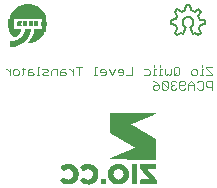
<source format=gbo>
G75*
%MOIN*%
%OFA0B0*%
%FSLAX25Y25*%
%IPPOS*%
%LPD*%
%AMOC8*
5,1,8,0,0,1.08239X$1,22.5*
%
%ADD10C,0.00300*%
%ADD11C,0.00010*%
%ADD12C,0.00600*%
%ADD13R,0.00787X0.00039*%
%ADD14R,0.01457X0.00039*%
%ADD15R,0.02165X0.00039*%
%ADD16R,0.02480X0.00039*%
%ADD17R,0.02992X0.00039*%
%ADD18R,0.03189X0.00039*%
%ADD19R,0.03543X0.00039*%
%ADD20R,0.03740X0.00039*%
%ADD21R,0.04055X0.00039*%
%ADD22R,0.04252X0.00039*%
%ADD23R,0.04488X0.00039*%
%ADD24R,0.04685X0.00039*%
%ADD25R,0.04843X0.00039*%
%ADD26R,0.05079X0.00039*%
%ADD27R,0.05197X0.00079*%
%ADD28R,0.05551X0.00079*%
%ADD29R,0.05866X0.00079*%
%ADD30R,0.06063X0.00039*%
%ADD31R,0.06181X0.00039*%
%ADD32R,0.06339X0.00039*%
%ADD33R,0.06457X0.00039*%
%ADD34R,0.06575X0.00039*%
%ADD35R,0.06732X0.00039*%
%ADD36R,0.06850X0.00039*%
%ADD37R,0.06969X0.00039*%
%ADD38R,0.07047X0.00039*%
%ADD39R,0.07205X0.00039*%
%ADD40R,0.07323X0.00039*%
%ADD41R,0.07441X0.00039*%
%ADD42R,0.07520X0.00039*%
%ADD43R,0.07638X0.00039*%
%ADD44R,0.07717X0.00039*%
%ADD45R,0.07874X0.00039*%
%ADD46R,0.07953X0.00039*%
%ADD47R,0.08150X0.00079*%
%ADD48R,0.08346X0.00079*%
%ADD49R,0.08504X0.00079*%
%ADD50R,0.08701X0.00079*%
%ADD51R,0.08740X0.00039*%
%ADD52R,0.08858X0.00039*%
%ADD53R,0.08937X0.00039*%
%ADD54R,0.09016X0.00039*%
%ADD55R,0.09094X0.00039*%
%ADD56R,0.09134X0.00039*%
%ADD57R,0.09252X0.00039*%
%ADD58R,0.09291X0.00039*%
%ADD59R,0.09409X0.00039*%
%ADD60R,0.09449X0.00039*%
%ADD61R,0.09528X0.00039*%
%ADD62R,0.09606X0.00039*%
%ADD63R,0.09685X0.00039*%
%ADD64R,0.09764X0.00039*%
%ADD65R,0.09803X0.00039*%
%ADD66R,0.09882X0.00039*%
%ADD67R,0.09961X0.00039*%
%ADD68R,0.10000X0.00039*%
%ADD69R,0.10079X0.00079*%
%ADD70R,0.10157X0.00079*%
%ADD71R,0.10315X0.00079*%
%ADD72R,0.10433X0.00079*%
%ADD73R,0.10472X0.00039*%
%ADD74R,0.10512X0.00039*%
%ADD75R,0.10591X0.00039*%
%ADD76R,0.10630X0.00039*%
%ADD77R,0.10669X0.00039*%
%ADD78R,0.10748X0.00039*%
%ADD79R,0.10787X0.00039*%
%ADD80R,0.10827X0.00039*%
%ADD81R,0.10866X0.00039*%
%ADD82R,0.10945X0.00039*%
%ADD83R,0.10984X0.00039*%
%ADD84R,0.11024X0.00039*%
%ADD85R,0.11063X0.00039*%
%ADD86R,0.11142X0.00039*%
%ADD87R,0.11181X0.00039*%
%ADD88R,0.11260X0.00039*%
%ADD89R,0.11299X0.00039*%
%ADD90R,0.11339X0.00039*%
%ADD91R,0.11378X0.00039*%
%ADD92R,0.11417X0.00039*%
%ADD93R,0.11457X0.00039*%
%ADD94R,0.11496X0.00039*%
%ADD95R,0.11535X0.00039*%
%ADD96R,0.11575X0.00039*%
%ADD97R,0.11614X0.00039*%
%ADD98R,0.11654X0.00039*%
%ADD99R,0.11693X0.00039*%
%ADD100R,0.11732X0.00039*%
%ADD101R,0.11811X0.00039*%
%ADD102R,0.11850X0.00039*%
%ADD103R,0.11890X0.00039*%
%ADD104R,0.11969X0.00039*%
%ADD105R,0.12008X0.00039*%
%ADD106R,0.12047X0.00039*%
%ADD107R,0.12087X0.00039*%
%ADD108R,0.12126X0.00039*%
%ADD109R,0.12165X0.00039*%
%ADD110R,0.12205X0.00039*%
%ADD111R,0.12244X0.00039*%
%ADD112R,0.12283X0.00039*%
%ADD113R,0.01535X0.00039*%
%ADD114R,0.01614X0.00039*%
%ADD115R,0.01496X0.00039*%
%ADD116R,0.01654X0.00039*%
%ADD117R,0.01693X0.00039*%
%ADD118R,0.01575X0.00039*%
%ADD119R,0.01732X0.00039*%
%ADD120R,0.01772X0.00039*%
%ADD121R,0.01811X0.00039*%
%ADD122R,0.01102X0.00039*%
%ADD123R,0.01220X0.00039*%
%ADD124R,0.01181X0.00039*%
%ADD125R,0.01142X0.00039*%
%ADD126R,0.01260X0.00039*%
%ADD127R,0.01299X0.00039*%
%ADD128R,0.01850X0.00039*%
%ADD129R,0.03819X0.00039*%
%ADD130R,0.03780X0.00039*%
%ADD131R,0.03976X0.00039*%
%ADD132R,0.03937X0.00039*%
%ADD133R,0.03858X0.00039*%
%ADD134R,0.03701X0.00039*%
%ADD135R,0.03622X0.00039*%
%ADD136R,0.03661X0.00039*%
%ADD137R,0.03425X0.00039*%
%ADD138R,0.03346X0.00039*%
%ADD139R,0.03583X0.00039*%
%ADD140R,0.03268X0.00039*%
%ADD141R,0.03071X0.00039*%
%ADD142R,0.03504X0.00039*%
%ADD143R,0.03031X0.00039*%
%ADD144R,0.01890X0.00039*%
%ADD145R,0.02953X0.00039*%
%ADD146R,0.02835X0.00039*%
%ADD147R,0.03465X0.00039*%
%ADD148R,0.02717X0.00039*%
%ADD149R,0.01929X0.00039*%
%ADD150R,0.02598X0.00039*%
%ADD151R,0.03386X0.00039*%
%ADD152R,0.02362X0.00039*%
%ADD153R,0.02205X0.00039*%
%ADD154R,0.02087X0.00039*%
%ADD155R,0.03307X0.00039*%
%ADD156R,0.02008X0.00039*%
%ADD157R,0.02047X0.00039*%
%ADD158R,0.01339X0.00039*%
%ADD159R,0.03150X0.00039*%
%ADD160R,0.00906X0.00039*%
%ADD161R,0.03110X0.00039*%
%ADD162R,0.02126X0.00039*%
%ADD163R,0.00669X0.00039*%
%ADD164R,0.00394X0.00039*%
%ADD165R,0.02913X0.00039*%
%ADD166R,0.02244X0.00039*%
%ADD167R,0.02323X0.00039*%
%ADD168R,0.02795X0.00039*%
%ADD169R,0.02756X0.00039*%
%ADD170R,0.02402X0.00039*%
%ADD171R,0.02677X0.00039*%
%ADD172R,0.02638X0.00039*%
%ADD173R,0.02520X0.00039*%
%ADD174R,0.02441X0.00039*%
%ADD175R,0.02874X0.00039*%
%ADD176R,0.01969X0.00039*%
%ADD177R,0.03898X0.00039*%
%ADD178R,0.00118X0.00039*%
%ADD179R,0.04764X0.00039*%
%ADD180R,0.04646X0.00039*%
%ADD181R,0.04528X0.00039*%
%ADD182R,0.01024X0.00039*%
%ADD183R,0.04449X0.00039*%
%ADD184R,0.00709X0.00039*%
%ADD185R,0.04331X0.00039*%
%ADD186R,0.04213X0.00039*%
%ADD187R,0.04094X0.00039*%
%ADD188R,0.00984X0.00039*%
D10*
X0007521Y0048000D02*
X0007521Y0049935D01*
X0006554Y0049935D02*
X0007521Y0048967D01*
X0008533Y0048484D02*
X0008533Y0049451D01*
X0009016Y0049935D01*
X0009984Y0049935D01*
X0010468Y0049451D01*
X0010468Y0048484D01*
X0009984Y0048000D01*
X0009016Y0048000D01*
X0008533Y0048484D01*
X0006554Y0049935D02*
X0006070Y0049935D01*
X0011465Y0049935D02*
X0012432Y0049935D01*
X0011948Y0050419D02*
X0011948Y0048484D01*
X0011465Y0048000D01*
X0013444Y0048000D02*
X0014895Y0048000D01*
X0015379Y0048484D01*
X0014895Y0048967D01*
X0013444Y0048967D01*
X0013444Y0049451D02*
X0013444Y0048000D01*
X0013444Y0049451D02*
X0013927Y0049935D01*
X0014895Y0049935D01*
X0016375Y0048000D02*
X0017343Y0048000D01*
X0016859Y0048000D02*
X0016859Y0050902D01*
X0017343Y0050902D01*
X0018354Y0049935D02*
X0019806Y0049935D01*
X0020289Y0049451D01*
X0019806Y0048967D01*
X0018838Y0048967D01*
X0018354Y0048484D01*
X0018838Y0048000D01*
X0020289Y0048000D01*
X0021301Y0048000D02*
X0021301Y0049451D01*
X0021785Y0049935D01*
X0023236Y0049935D01*
X0023236Y0048000D01*
X0024247Y0048000D02*
X0024247Y0049451D01*
X0024731Y0049935D01*
X0025699Y0049935D01*
X0025699Y0048967D02*
X0024247Y0048967D01*
X0024247Y0048000D02*
X0025699Y0048000D01*
X0026182Y0048484D01*
X0025699Y0048967D01*
X0027187Y0049935D02*
X0027670Y0049935D01*
X0028638Y0048967D01*
X0028638Y0048000D02*
X0028638Y0049935D01*
X0029649Y0050902D02*
X0031584Y0050902D01*
X0030617Y0050902D02*
X0030617Y0048000D01*
X0035528Y0048000D02*
X0036495Y0048000D01*
X0036012Y0048000D02*
X0036012Y0050902D01*
X0036495Y0050902D01*
X0037507Y0049451D02*
X0037507Y0048967D01*
X0039442Y0048967D01*
X0039442Y0048484D02*
X0039442Y0049451D01*
X0038958Y0049935D01*
X0037991Y0049935D01*
X0037507Y0049451D01*
X0037991Y0048000D02*
X0038958Y0048000D01*
X0039442Y0048484D01*
X0040453Y0049935D02*
X0041421Y0048000D01*
X0042388Y0049935D01*
X0043400Y0049451D02*
X0043400Y0048967D01*
X0045335Y0048967D01*
X0045335Y0048484D02*
X0045335Y0049451D01*
X0044851Y0049935D01*
X0043884Y0049935D01*
X0043400Y0049451D01*
X0043884Y0048000D02*
X0044851Y0048000D01*
X0045335Y0048484D01*
X0046346Y0048000D02*
X0048281Y0048000D01*
X0048281Y0050902D01*
X0052239Y0049935D02*
X0053691Y0049935D01*
X0054174Y0049451D01*
X0054174Y0048484D01*
X0053691Y0048000D01*
X0052239Y0048000D01*
X0055171Y0048000D02*
X0056139Y0048000D01*
X0055655Y0048000D02*
X0055655Y0049935D01*
X0056139Y0049935D01*
X0055655Y0050902D02*
X0055655Y0051386D01*
X0057619Y0051386D02*
X0057619Y0050902D01*
X0057619Y0049935D02*
X0057619Y0048000D01*
X0057136Y0048000D02*
X0058103Y0048000D01*
X0059115Y0048484D02*
X0059115Y0049935D01*
X0058103Y0049935D02*
X0057619Y0049935D01*
X0059115Y0048484D02*
X0059598Y0048000D01*
X0060082Y0048484D01*
X0060566Y0048000D01*
X0061050Y0048484D01*
X0061050Y0049935D01*
X0062061Y0050419D02*
X0062061Y0048484D01*
X0062545Y0048000D01*
X0063512Y0048000D01*
X0063996Y0048484D01*
X0063996Y0050419D01*
X0063512Y0050902D01*
X0062545Y0050902D01*
X0062061Y0050419D01*
X0063029Y0048967D02*
X0062061Y0048000D01*
X0062530Y0046102D02*
X0061563Y0046102D01*
X0061079Y0045619D01*
X0061079Y0045135D01*
X0061563Y0044651D01*
X0061079Y0044167D01*
X0061079Y0043684D01*
X0061563Y0043200D01*
X0062530Y0043200D01*
X0063014Y0043684D01*
X0064025Y0043684D02*
X0064025Y0045619D01*
X0064509Y0046102D01*
X0065477Y0046102D01*
X0065960Y0045619D01*
X0065960Y0045135D01*
X0065477Y0044651D01*
X0064025Y0044651D01*
X0063014Y0045619D02*
X0062530Y0046102D01*
X0062046Y0044651D02*
X0061563Y0044651D01*
X0060067Y0043684D02*
X0058132Y0045619D01*
X0058132Y0043684D01*
X0058616Y0043200D01*
X0059584Y0043200D01*
X0060067Y0043684D01*
X0060067Y0045619D01*
X0059584Y0046102D01*
X0058616Y0046102D01*
X0058132Y0045619D01*
X0057121Y0044651D02*
X0055670Y0044651D01*
X0055186Y0044167D01*
X0055186Y0043684D01*
X0055670Y0043200D01*
X0056637Y0043200D01*
X0057121Y0043684D01*
X0057121Y0044651D01*
X0056153Y0045619D01*
X0055186Y0046102D01*
X0064025Y0043684D02*
X0064509Y0043200D01*
X0065477Y0043200D01*
X0065960Y0043684D01*
X0066972Y0043200D02*
X0066972Y0045135D01*
X0067939Y0046102D01*
X0068907Y0045135D01*
X0068907Y0043200D01*
X0069919Y0043684D02*
X0070402Y0043200D01*
X0071370Y0043200D01*
X0071853Y0043684D01*
X0071853Y0045619D01*
X0071370Y0046102D01*
X0070402Y0046102D01*
X0069919Y0045619D01*
X0068907Y0044651D02*
X0066972Y0044651D01*
X0068438Y0048000D02*
X0067954Y0048484D01*
X0067954Y0049451D01*
X0068438Y0049935D01*
X0069405Y0049935D01*
X0069889Y0049451D01*
X0069889Y0048484D01*
X0069405Y0048000D01*
X0068438Y0048000D01*
X0070886Y0048000D02*
X0071853Y0048000D01*
X0071370Y0048000D02*
X0071370Y0049935D01*
X0071853Y0049935D01*
X0071370Y0050902D02*
X0071370Y0051386D01*
X0072865Y0050902D02*
X0072865Y0050419D01*
X0074800Y0048484D01*
X0074800Y0048000D01*
X0072865Y0048000D01*
X0073349Y0046102D02*
X0072865Y0045619D01*
X0072865Y0044651D01*
X0073349Y0044167D01*
X0074800Y0044167D01*
X0074800Y0043200D02*
X0074800Y0046102D01*
X0073349Y0046102D01*
X0072865Y0050902D02*
X0074800Y0050902D01*
D11*
X0024981Y0013675D02*
X0024316Y0013008D01*
X0024473Y0012859D01*
X0024898Y0012502D01*
X0025374Y0012216D01*
X0025894Y0012025D01*
X0026434Y0011942D01*
X0026981Y0011921D01*
X0027525Y0011966D01*
X0028096Y0012137D01*
X0025590Y0012137D01*
X0025567Y0012145D02*
X0028113Y0012145D01*
X0028096Y0012137D02*
X0028628Y0012406D01*
X0029099Y0012772D01*
X0029490Y0013222D01*
X0029787Y0013740D01*
X0029984Y0014302D01*
X0030060Y0014825D01*
X0030068Y0015354D01*
X0030007Y0015879D01*
X0029835Y0016407D01*
X0029576Y0016899D01*
X0029236Y0017339D01*
X0028826Y0017713D01*
X0028353Y0018005D01*
X0027853Y0018221D01*
X0027320Y0018326D01*
X0026775Y0018342D01*
X0026282Y0018331D01*
X0025799Y0018246D01*
X0025370Y0018089D01*
X0024965Y0017878D01*
X0024596Y0017610D01*
X0024359Y0017400D01*
X0024572Y0017156D01*
X0024784Y0016913D01*
X0025001Y0016665D01*
X0025217Y0016414D01*
X0025489Y0016602D01*
X0025982Y0016899D01*
X0026530Y0017071D01*
X0027104Y0017080D01*
X0027649Y0016901D01*
X0028104Y0016553D01*
X0028447Y0016056D01*
X0028625Y0015479D01*
X0028631Y0014875D01*
X0028471Y0014293D01*
X0028150Y0013781D01*
X0027684Y0013398D01*
X0027114Y0013201D01*
X0026522Y0013197D01*
X0025957Y0013372D01*
X0025457Y0013691D01*
X0025202Y0013897D01*
X0024981Y0013675D01*
X0024984Y0013678D02*
X0025479Y0013678D01*
X0025492Y0013669D02*
X0024975Y0013669D01*
X0024967Y0013661D02*
X0025505Y0013661D01*
X0025519Y0013652D02*
X0024959Y0013652D01*
X0024950Y0013644D02*
X0025532Y0013644D01*
X0025545Y0013635D02*
X0024942Y0013635D01*
X0024933Y0013627D02*
X0025559Y0013627D01*
X0025572Y0013618D02*
X0024925Y0013618D01*
X0024916Y0013610D02*
X0025585Y0013610D01*
X0025599Y0013601D02*
X0024908Y0013601D01*
X0024899Y0013593D02*
X0025612Y0013593D01*
X0025625Y0013584D02*
X0024891Y0013584D01*
X0024882Y0013576D02*
X0025639Y0013576D01*
X0025652Y0013567D02*
X0024874Y0013567D01*
X0024865Y0013559D02*
X0025665Y0013559D01*
X0025679Y0013550D02*
X0024857Y0013550D01*
X0024848Y0013542D02*
X0025692Y0013542D01*
X0025705Y0013533D02*
X0024840Y0013533D01*
X0024831Y0013525D02*
X0025719Y0013525D01*
X0025732Y0013516D02*
X0024823Y0013516D01*
X0024814Y0013508D02*
X0025745Y0013508D01*
X0025759Y0013499D02*
X0024806Y0013499D01*
X0024797Y0013491D02*
X0025772Y0013491D01*
X0025785Y0013482D02*
X0024789Y0013482D01*
X0024780Y0013474D02*
X0025799Y0013474D01*
X0025812Y0013465D02*
X0024772Y0013465D01*
X0024763Y0013457D02*
X0025825Y0013457D01*
X0025839Y0013448D02*
X0024755Y0013448D01*
X0024746Y0013440D02*
X0025852Y0013440D01*
X0025865Y0013431D02*
X0024738Y0013431D01*
X0024729Y0013423D02*
X0025879Y0013423D01*
X0025892Y0013414D02*
X0024721Y0013414D01*
X0024712Y0013406D02*
X0025905Y0013406D01*
X0025919Y0013397D02*
X0024704Y0013397D01*
X0024695Y0013388D02*
X0025932Y0013388D01*
X0025945Y0013380D02*
X0024687Y0013380D01*
X0024678Y0013371D02*
X0025960Y0013371D01*
X0025987Y0013363D02*
X0024670Y0013363D01*
X0024661Y0013354D02*
X0026015Y0013354D01*
X0026042Y0013346D02*
X0024653Y0013346D01*
X0024644Y0013337D02*
X0026070Y0013337D01*
X0026097Y0013329D02*
X0024636Y0013329D01*
X0024627Y0013320D02*
X0026124Y0013320D01*
X0026152Y0013312D02*
X0024619Y0013312D01*
X0024610Y0013303D02*
X0026179Y0013303D01*
X0026207Y0013295D02*
X0024602Y0013295D01*
X0024593Y0013286D02*
X0026234Y0013286D01*
X0026262Y0013278D02*
X0024585Y0013278D01*
X0024576Y0013269D02*
X0026289Y0013269D01*
X0026317Y0013261D02*
X0024568Y0013261D01*
X0024559Y0013252D02*
X0026344Y0013252D01*
X0026372Y0013244D02*
X0024551Y0013244D01*
X0024542Y0013235D02*
X0026399Y0013235D01*
X0026427Y0013227D02*
X0024534Y0013227D01*
X0024526Y0013218D02*
X0026454Y0013218D01*
X0026482Y0013210D02*
X0024517Y0013210D01*
X0024509Y0013201D02*
X0026509Y0013201D01*
X0027115Y0013201D02*
X0029472Y0013201D01*
X0029464Y0013193D02*
X0024500Y0013193D01*
X0024492Y0013184D02*
X0029457Y0013184D01*
X0029450Y0013176D02*
X0024483Y0013176D01*
X0024475Y0013167D02*
X0029442Y0013167D01*
X0029435Y0013159D02*
X0024466Y0013159D01*
X0024458Y0013150D02*
X0029428Y0013150D01*
X0029420Y0013142D02*
X0024449Y0013142D01*
X0024441Y0013133D02*
X0029413Y0013133D01*
X0029405Y0013125D02*
X0024432Y0013125D01*
X0024424Y0013116D02*
X0029398Y0013116D01*
X0029391Y0013108D02*
X0024415Y0013108D01*
X0024407Y0013099D02*
X0029383Y0013099D01*
X0029376Y0013091D02*
X0024398Y0013091D01*
X0024390Y0013082D02*
X0029368Y0013082D01*
X0029361Y0013073D02*
X0024381Y0013073D01*
X0024373Y0013065D02*
X0029354Y0013065D01*
X0029346Y0013056D02*
X0024364Y0013056D01*
X0024356Y0013048D02*
X0029339Y0013048D01*
X0029331Y0013039D02*
X0024347Y0013039D01*
X0024339Y0013031D02*
X0029324Y0013031D01*
X0029317Y0013022D02*
X0024330Y0013022D01*
X0024322Y0013014D02*
X0029309Y0013014D01*
X0029302Y0013005D02*
X0024318Y0013005D01*
X0024327Y0012997D02*
X0029294Y0012997D01*
X0029287Y0012988D02*
X0024336Y0012988D01*
X0024345Y0012980D02*
X0029280Y0012980D01*
X0029272Y0012971D02*
X0024354Y0012971D01*
X0024363Y0012963D02*
X0029265Y0012963D01*
X0029258Y0012954D02*
X0024372Y0012954D01*
X0024381Y0012946D02*
X0029250Y0012946D01*
X0029243Y0012937D02*
X0024390Y0012937D01*
X0024399Y0012929D02*
X0029235Y0012929D01*
X0029228Y0012920D02*
X0024408Y0012920D01*
X0024417Y0012912D02*
X0029221Y0012912D01*
X0029213Y0012903D02*
X0024426Y0012903D01*
X0024435Y0012895D02*
X0029206Y0012895D01*
X0029198Y0012886D02*
X0024444Y0012886D01*
X0024453Y0012878D02*
X0029191Y0012878D01*
X0029184Y0012869D02*
X0024462Y0012869D01*
X0024471Y0012861D02*
X0029176Y0012861D01*
X0029169Y0012852D02*
X0024481Y0012852D01*
X0024491Y0012844D02*
X0029161Y0012844D01*
X0029154Y0012835D02*
X0024502Y0012835D01*
X0024512Y0012827D02*
X0029147Y0012827D01*
X0029139Y0012818D02*
X0024522Y0012818D01*
X0024532Y0012810D02*
X0029132Y0012810D01*
X0029124Y0012801D02*
X0024542Y0012801D01*
X0024552Y0012793D02*
X0029117Y0012793D01*
X0029110Y0012784D02*
X0024562Y0012784D01*
X0024573Y0012775D02*
X0029102Y0012775D01*
X0029093Y0012767D02*
X0024583Y0012767D01*
X0024593Y0012758D02*
X0029082Y0012758D01*
X0029071Y0012750D02*
X0024603Y0012750D01*
X0024613Y0012741D02*
X0029060Y0012741D01*
X0029049Y0012733D02*
X0024623Y0012733D01*
X0024633Y0012724D02*
X0029038Y0012724D01*
X0029027Y0012716D02*
X0024644Y0012716D01*
X0024654Y0012707D02*
X0029016Y0012707D01*
X0029005Y0012699D02*
X0024664Y0012699D01*
X0024674Y0012690D02*
X0028994Y0012690D01*
X0028983Y0012682D02*
X0024684Y0012682D01*
X0024694Y0012673D02*
X0028972Y0012673D01*
X0028961Y0012665D02*
X0024704Y0012665D01*
X0024714Y0012656D02*
X0028950Y0012656D01*
X0028939Y0012648D02*
X0024725Y0012648D01*
X0024735Y0012639D02*
X0028928Y0012639D01*
X0028917Y0012631D02*
X0024745Y0012631D01*
X0024755Y0012622D02*
X0028906Y0012622D01*
X0028895Y0012614D02*
X0024765Y0012614D01*
X0024775Y0012605D02*
X0028884Y0012605D01*
X0028873Y0012597D02*
X0024785Y0012597D01*
X0024796Y0012588D02*
X0028862Y0012588D01*
X0028851Y0012580D02*
X0024806Y0012580D01*
X0024816Y0012571D02*
X0028840Y0012571D01*
X0028829Y0012563D02*
X0024826Y0012563D01*
X0024836Y0012554D02*
X0028818Y0012554D01*
X0028807Y0012546D02*
X0024846Y0012546D01*
X0024856Y0012537D02*
X0028797Y0012537D01*
X0028786Y0012529D02*
X0024867Y0012529D01*
X0024877Y0012520D02*
X0028775Y0012520D01*
X0028764Y0012512D02*
X0024887Y0012512D01*
X0024897Y0012503D02*
X0028753Y0012503D01*
X0028742Y0012495D02*
X0024911Y0012495D01*
X0024925Y0012486D02*
X0028731Y0012486D01*
X0028720Y0012478D02*
X0024939Y0012478D01*
X0024953Y0012469D02*
X0028709Y0012469D01*
X0028698Y0012460D02*
X0024967Y0012460D01*
X0024982Y0012452D02*
X0028687Y0012452D01*
X0028676Y0012443D02*
X0024996Y0012443D01*
X0025010Y0012435D02*
X0028665Y0012435D01*
X0028654Y0012426D02*
X0025024Y0012426D01*
X0025038Y0012418D02*
X0028643Y0012418D01*
X0028632Y0012409D02*
X0025052Y0012409D01*
X0025067Y0012401D02*
X0028617Y0012401D01*
X0028600Y0012392D02*
X0025081Y0012392D01*
X0025095Y0012384D02*
X0028583Y0012384D01*
X0028567Y0012375D02*
X0025109Y0012375D01*
X0025123Y0012367D02*
X0028550Y0012367D01*
X0028533Y0012358D02*
X0025138Y0012358D01*
X0025152Y0012350D02*
X0028516Y0012350D01*
X0028499Y0012341D02*
X0025166Y0012341D01*
X0025180Y0012333D02*
X0028483Y0012333D01*
X0028466Y0012324D02*
X0025194Y0012324D01*
X0025208Y0012316D02*
X0028449Y0012316D01*
X0028432Y0012307D02*
X0025223Y0012307D01*
X0025237Y0012299D02*
X0028415Y0012299D01*
X0028399Y0012290D02*
X0025251Y0012290D01*
X0025265Y0012282D02*
X0028382Y0012282D01*
X0028365Y0012273D02*
X0025279Y0012273D01*
X0025293Y0012265D02*
X0028348Y0012265D01*
X0028331Y0012256D02*
X0025308Y0012256D01*
X0025322Y0012248D02*
X0028315Y0012248D01*
X0028298Y0012239D02*
X0025336Y0012239D01*
X0025350Y0012231D02*
X0028281Y0012231D01*
X0028264Y0012222D02*
X0025364Y0012222D01*
X0025382Y0012214D02*
X0028247Y0012214D01*
X0028230Y0012205D02*
X0025405Y0012205D01*
X0025428Y0012197D02*
X0028214Y0012197D01*
X0028197Y0012188D02*
X0025451Y0012188D01*
X0025474Y0012180D02*
X0028180Y0012180D01*
X0028163Y0012171D02*
X0025497Y0012171D01*
X0025521Y0012162D02*
X0028146Y0012162D01*
X0028130Y0012154D02*
X0025544Y0012154D01*
X0025613Y0012128D02*
X0028067Y0012128D01*
X0028039Y0012120D02*
X0025637Y0012120D01*
X0025660Y0012111D02*
X0028011Y0012111D01*
X0027982Y0012103D02*
X0025683Y0012103D01*
X0025706Y0012094D02*
X0027954Y0012094D01*
X0027925Y0012086D02*
X0025729Y0012086D01*
X0025752Y0012077D02*
X0027897Y0012077D01*
X0027869Y0012069D02*
X0025776Y0012069D01*
X0025799Y0012060D02*
X0027840Y0012060D01*
X0027812Y0012052D02*
X0025822Y0012052D01*
X0025845Y0012043D02*
X0027783Y0012043D01*
X0027755Y0012035D02*
X0025868Y0012035D01*
X0025891Y0012026D02*
X0027727Y0012026D01*
X0027698Y0012018D02*
X0025943Y0012018D01*
X0025998Y0012009D02*
X0027670Y0012009D01*
X0027641Y0012001D02*
X0026053Y0012001D01*
X0026109Y0011992D02*
X0027613Y0011992D01*
X0027585Y0011984D02*
X0026164Y0011984D01*
X0026219Y0011975D02*
X0027556Y0011975D01*
X0027528Y0011967D02*
X0026275Y0011967D01*
X0026330Y0011958D02*
X0027432Y0011958D01*
X0027329Y0011950D02*
X0026385Y0011950D01*
X0026459Y0011941D02*
X0027226Y0011941D01*
X0027123Y0011933D02*
X0026678Y0011933D01*
X0026896Y0011924D02*
X0027020Y0011924D01*
X0027140Y0013210D02*
X0029479Y0013210D01*
X0029487Y0013218D02*
X0027165Y0013218D01*
X0027189Y0013227D02*
X0029493Y0013227D01*
X0029498Y0013235D02*
X0027214Y0013235D01*
X0027238Y0013244D02*
X0029502Y0013244D01*
X0029507Y0013252D02*
X0027263Y0013252D01*
X0027287Y0013261D02*
X0029512Y0013261D01*
X0029517Y0013269D02*
X0027312Y0013269D01*
X0027337Y0013278D02*
X0029522Y0013278D01*
X0029527Y0013286D02*
X0027361Y0013286D01*
X0027386Y0013295D02*
X0029532Y0013295D01*
X0029537Y0013303D02*
X0027410Y0013303D01*
X0027435Y0013312D02*
X0029541Y0013312D01*
X0029546Y0013320D02*
X0027459Y0013320D01*
X0027484Y0013329D02*
X0029551Y0013329D01*
X0029556Y0013337D02*
X0027509Y0013337D01*
X0027533Y0013346D02*
X0029561Y0013346D01*
X0029566Y0013354D02*
X0027558Y0013354D01*
X0027582Y0013363D02*
X0029571Y0013363D01*
X0029576Y0013371D02*
X0027607Y0013371D01*
X0027631Y0013380D02*
X0029581Y0013380D01*
X0029585Y0013388D02*
X0027656Y0013388D01*
X0027680Y0013397D02*
X0029590Y0013397D01*
X0029595Y0013406D02*
X0027693Y0013406D01*
X0027703Y0013414D02*
X0029600Y0013414D01*
X0029605Y0013423D02*
X0027714Y0013423D01*
X0027724Y0013431D02*
X0029610Y0013431D01*
X0029615Y0013440D02*
X0027735Y0013440D01*
X0027745Y0013448D02*
X0029620Y0013448D01*
X0029625Y0013457D02*
X0027755Y0013457D01*
X0027766Y0013465D02*
X0029629Y0013465D01*
X0029634Y0013474D02*
X0027776Y0013474D01*
X0027786Y0013482D02*
X0029639Y0013482D01*
X0029644Y0013491D02*
X0027797Y0013491D01*
X0027807Y0013499D02*
X0029649Y0013499D01*
X0029654Y0013508D02*
X0027817Y0013508D01*
X0027828Y0013516D02*
X0029659Y0013516D01*
X0029664Y0013525D02*
X0027838Y0013525D01*
X0027849Y0013533D02*
X0029668Y0013533D01*
X0029673Y0013542D02*
X0027859Y0013542D01*
X0027869Y0013550D02*
X0029678Y0013550D01*
X0029683Y0013559D02*
X0027880Y0013559D01*
X0027890Y0013567D02*
X0029688Y0013567D01*
X0029693Y0013576D02*
X0027900Y0013576D01*
X0027911Y0013584D02*
X0029698Y0013584D01*
X0029703Y0013593D02*
X0027921Y0013593D01*
X0027931Y0013601D02*
X0029708Y0013601D01*
X0029712Y0013610D02*
X0027942Y0013610D01*
X0027952Y0013618D02*
X0029717Y0013618D01*
X0029722Y0013627D02*
X0027963Y0013627D01*
X0027973Y0013635D02*
X0029727Y0013635D01*
X0029732Y0013644D02*
X0027983Y0013644D01*
X0027994Y0013652D02*
X0029737Y0013652D01*
X0029742Y0013661D02*
X0028004Y0013661D01*
X0028014Y0013669D02*
X0029747Y0013669D01*
X0029752Y0013678D02*
X0028025Y0013678D01*
X0028035Y0013686D02*
X0029756Y0013686D01*
X0029761Y0013695D02*
X0028045Y0013695D01*
X0028056Y0013703D02*
X0029766Y0013703D01*
X0029771Y0013712D02*
X0028066Y0013712D01*
X0028077Y0013721D02*
X0029776Y0013721D01*
X0029781Y0013729D02*
X0028087Y0013729D01*
X0028097Y0013738D02*
X0029786Y0013738D01*
X0029789Y0013746D02*
X0028108Y0013746D01*
X0028118Y0013755D02*
X0029792Y0013755D01*
X0029795Y0013763D02*
X0028128Y0013763D01*
X0028139Y0013772D02*
X0029798Y0013772D01*
X0029801Y0013780D02*
X0028149Y0013780D01*
X0028155Y0013789D02*
X0029804Y0013789D01*
X0029807Y0013797D02*
X0028160Y0013797D01*
X0028166Y0013806D02*
X0029810Y0013806D01*
X0029813Y0013814D02*
X0028171Y0013814D01*
X0028176Y0013823D02*
X0029816Y0013823D01*
X0029819Y0013831D02*
X0028182Y0013831D01*
X0028187Y0013840D02*
X0029822Y0013840D01*
X0029825Y0013848D02*
X0028192Y0013848D01*
X0028198Y0013857D02*
X0029828Y0013857D01*
X0029831Y0013865D02*
X0028203Y0013865D01*
X0028208Y0013874D02*
X0029834Y0013874D01*
X0029837Y0013882D02*
X0028214Y0013882D01*
X0028219Y0013891D02*
X0029840Y0013891D01*
X0029843Y0013899D02*
X0028224Y0013899D01*
X0028230Y0013908D02*
X0029846Y0013908D01*
X0029849Y0013916D02*
X0028235Y0013916D01*
X0028240Y0013925D02*
X0029852Y0013925D01*
X0029855Y0013933D02*
X0028246Y0013933D01*
X0028251Y0013942D02*
X0029858Y0013942D01*
X0029861Y0013950D02*
X0028256Y0013950D01*
X0028262Y0013959D02*
X0029864Y0013959D01*
X0029867Y0013967D02*
X0028267Y0013967D01*
X0028272Y0013976D02*
X0029870Y0013976D01*
X0029873Y0013984D02*
X0028278Y0013984D01*
X0028283Y0013993D02*
X0029876Y0013993D01*
X0029879Y0014001D02*
X0028288Y0014001D01*
X0028294Y0014010D02*
X0029882Y0014010D01*
X0029885Y0014019D02*
X0028299Y0014019D01*
X0028304Y0014027D02*
X0029888Y0014027D01*
X0029891Y0014036D02*
X0028310Y0014036D01*
X0028315Y0014044D02*
X0029894Y0014044D01*
X0029897Y0014053D02*
X0028320Y0014053D01*
X0028326Y0014061D02*
X0029900Y0014061D01*
X0029903Y0014070D02*
X0028331Y0014070D01*
X0028336Y0014078D02*
X0029906Y0014078D01*
X0029909Y0014087D02*
X0028342Y0014087D01*
X0028347Y0014095D02*
X0029912Y0014095D01*
X0029915Y0014104D02*
X0028352Y0014104D01*
X0028358Y0014112D02*
X0029918Y0014112D01*
X0029921Y0014121D02*
X0028363Y0014121D01*
X0028368Y0014129D02*
X0029924Y0014129D01*
X0029927Y0014138D02*
X0028374Y0014138D01*
X0028379Y0014146D02*
X0029930Y0014146D01*
X0029933Y0014155D02*
X0028384Y0014155D01*
X0028390Y0014163D02*
X0029936Y0014163D01*
X0029939Y0014172D02*
X0028395Y0014172D01*
X0028400Y0014180D02*
X0029942Y0014180D01*
X0029945Y0014189D02*
X0028406Y0014189D01*
X0028411Y0014197D02*
X0029948Y0014197D01*
X0029951Y0014206D02*
X0028416Y0014206D01*
X0028422Y0014214D02*
X0029954Y0014214D01*
X0029957Y0014223D02*
X0028427Y0014223D01*
X0028432Y0014231D02*
X0029960Y0014231D01*
X0029963Y0014240D02*
X0028438Y0014240D01*
X0028443Y0014248D02*
X0029966Y0014248D01*
X0029969Y0014257D02*
X0028448Y0014257D01*
X0028454Y0014265D02*
X0029971Y0014265D01*
X0029974Y0014274D02*
X0028459Y0014274D01*
X0028464Y0014282D02*
X0029977Y0014282D01*
X0029980Y0014291D02*
X0028470Y0014291D01*
X0028472Y0014299D02*
X0029983Y0014299D01*
X0029985Y0014308D02*
X0028475Y0014308D01*
X0028477Y0014316D02*
X0029986Y0014316D01*
X0029988Y0014325D02*
X0028480Y0014325D01*
X0028482Y0014334D02*
X0029989Y0014334D01*
X0029990Y0014342D02*
X0028484Y0014342D01*
X0028487Y0014351D02*
X0029991Y0014351D01*
X0029993Y0014359D02*
X0028489Y0014359D01*
X0028491Y0014368D02*
X0029994Y0014368D01*
X0029995Y0014376D02*
X0028494Y0014376D01*
X0028496Y0014385D02*
X0029996Y0014385D01*
X0029998Y0014393D02*
X0028498Y0014393D01*
X0028501Y0014402D02*
X0029999Y0014402D01*
X0030000Y0014410D02*
X0028503Y0014410D01*
X0028505Y0014419D02*
X0030001Y0014419D01*
X0030002Y0014427D02*
X0028508Y0014427D01*
X0028510Y0014436D02*
X0030004Y0014436D01*
X0030005Y0014444D02*
X0028512Y0014444D01*
X0028515Y0014453D02*
X0030006Y0014453D01*
X0030007Y0014461D02*
X0028517Y0014461D01*
X0028519Y0014470D02*
X0030009Y0014470D01*
X0030010Y0014478D02*
X0028522Y0014478D01*
X0028524Y0014487D02*
X0030011Y0014487D01*
X0030012Y0014495D02*
X0028526Y0014495D01*
X0028529Y0014504D02*
X0030014Y0014504D01*
X0030015Y0014512D02*
X0028531Y0014512D01*
X0028534Y0014521D02*
X0030016Y0014521D01*
X0030017Y0014529D02*
X0028536Y0014529D01*
X0028538Y0014538D02*
X0030018Y0014538D01*
X0030020Y0014546D02*
X0028541Y0014546D01*
X0028543Y0014555D02*
X0030021Y0014555D01*
X0030022Y0014563D02*
X0028545Y0014563D01*
X0028548Y0014572D02*
X0030023Y0014572D01*
X0030025Y0014580D02*
X0028550Y0014580D01*
X0028552Y0014589D02*
X0030026Y0014589D01*
X0030027Y0014597D02*
X0028555Y0014597D01*
X0028557Y0014606D02*
X0030028Y0014606D01*
X0030030Y0014614D02*
X0028559Y0014614D01*
X0028562Y0014623D02*
X0030031Y0014623D01*
X0030032Y0014631D02*
X0028564Y0014631D01*
X0028566Y0014640D02*
X0030033Y0014640D01*
X0030034Y0014649D02*
X0028569Y0014649D01*
X0028571Y0014657D02*
X0030036Y0014657D01*
X0030037Y0014666D02*
X0028573Y0014666D01*
X0028576Y0014674D02*
X0030038Y0014674D01*
X0030039Y0014683D02*
X0028578Y0014683D01*
X0028580Y0014691D02*
X0030041Y0014691D01*
X0030042Y0014700D02*
X0028583Y0014700D01*
X0028585Y0014708D02*
X0030043Y0014708D01*
X0030044Y0014717D02*
X0028588Y0014717D01*
X0028590Y0014725D02*
X0030046Y0014725D01*
X0030047Y0014734D02*
X0028592Y0014734D01*
X0028595Y0014742D02*
X0030048Y0014742D01*
X0030049Y0014751D02*
X0028597Y0014751D01*
X0028599Y0014759D02*
X0030050Y0014759D01*
X0030052Y0014768D02*
X0028602Y0014768D01*
X0028604Y0014776D02*
X0030053Y0014776D01*
X0030054Y0014785D02*
X0028606Y0014785D01*
X0028609Y0014793D02*
X0030055Y0014793D01*
X0030057Y0014802D02*
X0028611Y0014802D01*
X0028613Y0014810D02*
X0030058Y0014810D01*
X0030059Y0014819D02*
X0028616Y0014819D01*
X0028618Y0014827D02*
X0030060Y0014827D01*
X0030060Y0014836D02*
X0028620Y0014836D01*
X0028623Y0014844D02*
X0030060Y0014844D01*
X0030060Y0014853D02*
X0028625Y0014853D01*
X0028627Y0014861D02*
X0030061Y0014861D01*
X0030061Y0014870D02*
X0028630Y0014870D01*
X0028631Y0014878D02*
X0030061Y0014878D01*
X0030061Y0014887D02*
X0028631Y0014887D01*
X0028631Y0014895D02*
X0030061Y0014895D01*
X0030061Y0014904D02*
X0028631Y0014904D01*
X0028631Y0014912D02*
X0030061Y0014912D01*
X0030061Y0014921D02*
X0028631Y0014921D01*
X0028631Y0014929D02*
X0030062Y0014929D01*
X0030062Y0014938D02*
X0028631Y0014938D01*
X0028631Y0014947D02*
X0030062Y0014947D01*
X0030062Y0014955D02*
X0028630Y0014955D01*
X0028630Y0014964D02*
X0030062Y0014964D01*
X0030062Y0014972D02*
X0028630Y0014972D01*
X0028630Y0014981D02*
X0030062Y0014981D01*
X0030063Y0014989D02*
X0028630Y0014989D01*
X0028630Y0014998D02*
X0030063Y0014998D01*
X0030063Y0015006D02*
X0028630Y0015006D01*
X0028630Y0015015D02*
X0030063Y0015015D01*
X0030063Y0015023D02*
X0028630Y0015023D01*
X0028630Y0015032D02*
X0030063Y0015032D01*
X0030063Y0015040D02*
X0028630Y0015040D01*
X0028629Y0015049D02*
X0030063Y0015049D01*
X0030064Y0015057D02*
X0028629Y0015057D01*
X0028629Y0015066D02*
X0030064Y0015066D01*
X0030064Y0015074D02*
X0028629Y0015074D01*
X0028629Y0015083D02*
X0030064Y0015083D01*
X0030064Y0015091D02*
X0028629Y0015091D01*
X0028629Y0015100D02*
X0030064Y0015100D01*
X0030064Y0015108D02*
X0028629Y0015108D01*
X0028629Y0015117D02*
X0030064Y0015117D01*
X0030065Y0015125D02*
X0028629Y0015125D01*
X0028629Y0015134D02*
X0030065Y0015134D01*
X0030065Y0015142D02*
X0028628Y0015142D01*
X0028628Y0015151D02*
X0030065Y0015151D01*
X0030065Y0015159D02*
X0028628Y0015159D01*
X0028628Y0015168D02*
X0030065Y0015168D01*
X0030065Y0015176D02*
X0028628Y0015176D01*
X0028628Y0015185D02*
X0030066Y0015185D01*
X0030066Y0015193D02*
X0028628Y0015193D01*
X0028628Y0015202D02*
X0030066Y0015202D01*
X0030066Y0015210D02*
X0028628Y0015210D01*
X0028628Y0015219D02*
X0030066Y0015219D01*
X0030066Y0015227D02*
X0028628Y0015227D01*
X0028628Y0015236D02*
X0030066Y0015236D01*
X0030066Y0015244D02*
X0028627Y0015244D01*
X0028627Y0015253D02*
X0030067Y0015253D01*
X0030067Y0015262D02*
X0028627Y0015262D01*
X0028627Y0015270D02*
X0030067Y0015270D01*
X0030067Y0015279D02*
X0028627Y0015279D01*
X0028627Y0015287D02*
X0030067Y0015287D01*
X0030067Y0015296D02*
X0028627Y0015296D01*
X0028627Y0015304D02*
X0030067Y0015304D01*
X0030067Y0015313D02*
X0028627Y0015313D01*
X0028627Y0015321D02*
X0030068Y0015321D01*
X0030068Y0015330D02*
X0028627Y0015330D01*
X0028626Y0015338D02*
X0030068Y0015338D01*
X0030068Y0015347D02*
X0028626Y0015347D01*
X0028626Y0015355D02*
X0030068Y0015355D01*
X0030067Y0015364D02*
X0028626Y0015364D01*
X0028626Y0015372D02*
X0030066Y0015372D01*
X0030065Y0015381D02*
X0028626Y0015381D01*
X0028626Y0015389D02*
X0030064Y0015389D01*
X0030063Y0015398D02*
X0028626Y0015398D01*
X0028626Y0015406D02*
X0030062Y0015406D01*
X0030061Y0015415D02*
X0028626Y0015415D01*
X0028626Y0015423D02*
X0030060Y0015423D01*
X0030059Y0015432D02*
X0028625Y0015432D01*
X0028625Y0015440D02*
X0030058Y0015440D01*
X0030057Y0015449D02*
X0028625Y0015449D01*
X0028625Y0015457D02*
X0030056Y0015457D01*
X0030055Y0015466D02*
X0028625Y0015466D01*
X0028625Y0015474D02*
X0030054Y0015474D01*
X0030053Y0015483D02*
X0028624Y0015483D01*
X0028621Y0015491D02*
X0030052Y0015491D01*
X0030051Y0015500D02*
X0028619Y0015500D01*
X0028616Y0015508D02*
X0030050Y0015508D01*
X0030049Y0015517D02*
X0028613Y0015517D01*
X0028611Y0015525D02*
X0030048Y0015525D01*
X0030047Y0015534D02*
X0028608Y0015534D01*
X0028605Y0015542D02*
X0030046Y0015542D01*
X0030045Y0015551D02*
X0028603Y0015551D01*
X0028600Y0015559D02*
X0030044Y0015559D01*
X0030043Y0015568D02*
X0028598Y0015568D01*
X0028595Y0015577D02*
X0030042Y0015577D01*
X0030041Y0015585D02*
X0028592Y0015585D01*
X0028590Y0015594D02*
X0030040Y0015594D01*
X0030039Y0015602D02*
X0028587Y0015602D01*
X0028584Y0015611D02*
X0030038Y0015611D01*
X0030037Y0015619D02*
X0028582Y0015619D01*
X0028579Y0015628D02*
X0030036Y0015628D01*
X0030035Y0015636D02*
X0028576Y0015636D01*
X0028574Y0015645D02*
X0030034Y0015645D01*
X0030033Y0015653D02*
X0028571Y0015653D01*
X0028569Y0015662D02*
X0030032Y0015662D01*
X0030031Y0015670D02*
X0028566Y0015670D01*
X0028563Y0015679D02*
X0030030Y0015679D01*
X0030029Y0015687D02*
X0028561Y0015687D01*
X0028558Y0015696D02*
X0030028Y0015696D01*
X0030027Y0015704D02*
X0028555Y0015704D01*
X0028553Y0015713D02*
X0030026Y0015713D01*
X0030025Y0015721D02*
X0028550Y0015721D01*
X0028548Y0015730D02*
X0030024Y0015730D01*
X0030023Y0015738D02*
X0028545Y0015738D01*
X0028542Y0015747D02*
X0030022Y0015747D01*
X0030021Y0015755D02*
X0028540Y0015755D01*
X0028537Y0015764D02*
X0030020Y0015764D01*
X0030019Y0015772D02*
X0028534Y0015772D01*
X0028532Y0015781D02*
X0030018Y0015781D01*
X0030017Y0015789D02*
X0028529Y0015789D01*
X0028527Y0015798D02*
X0030016Y0015798D01*
X0030015Y0015806D02*
X0028524Y0015806D01*
X0028521Y0015815D02*
X0030014Y0015815D01*
X0030013Y0015823D02*
X0028519Y0015823D01*
X0028516Y0015832D02*
X0030012Y0015832D01*
X0030011Y0015840D02*
X0028513Y0015840D01*
X0028511Y0015849D02*
X0030010Y0015849D01*
X0030009Y0015857D02*
X0028508Y0015857D01*
X0028505Y0015866D02*
X0030008Y0015866D01*
X0030007Y0015875D02*
X0028503Y0015875D01*
X0028500Y0015883D02*
X0030006Y0015883D01*
X0030003Y0015892D02*
X0028498Y0015892D01*
X0028495Y0015900D02*
X0030000Y0015900D01*
X0029997Y0015909D02*
X0028492Y0015909D01*
X0028490Y0015917D02*
X0029994Y0015917D01*
X0029992Y0015926D02*
X0028487Y0015926D01*
X0028484Y0015934D02*
X0029989Y0015934D01*
X0029986Y0015943D02*
X0028482Y0015943D01*
X0028479Y0015951D02*
X0029983Y0015951D01*
X0029981Y0015960D02*
X0028477Y0015960D01*
X0028474Y0015968D02*
X0029978Y0015968D01*
X0029975Y0015977D02*
X0028471Y0015977D01*
X0028469Y0015985D02*
X0029972Y0015985D01*
X0029970Y0015994D02*
X0028466Y0015994D01*
X0028463Y0016002D02*
X0029967Y0016002D01*
X0029964Y0016011D02*
X0028461Y0016011D01*
X0028458Y0016019D02*
X0029961Y0016019D01*
X0029958Y0016028D02*
X0028456Y0016028D01*
X0028453Y0016036D02*
X0029956Y0016036D01*
X0029953Y0016045D02*
X0028450Y0016045D01*
X0028448Y0016053D02*
X0029950Y0016053D01*
X0029947Y0016062D02*
X0028443Y0016062D01*
X0028437Y0016070D02*
X0029945Y0016070D01*
X0029942Y0016079D02*
X0028431Y0016079D01*
X0028425Y0016087D02*
X0029939Y0016087D01*
X0029936Y0016096D02*
X0028419Y0016096D01*
X0028413Y0016104D02*
X0029934Y0016104D01*
X0029931Y0016113D02*
X0028407Y0016113D01*
X0028402Y0016121D02*
X0029928Y0016121D01*
X0029925Y0016130D02*
X0028396Y0016130D01*
X0028390Y0016138D02*
X0029922Y0016138D01*
X0029920Y0016147D02*
X0028384Y0016147D01*
X0028378Y0016155D02*
X0029917Y0016155D01*
X0029914Y0016164D02*
X0028372Y0016164D01*
X0028366Y0016172D02*
X0029911Y0016172D01*
X0029909Y0016181D02*
X0028360Y0016181D01*
X0028355Y0016190D02*
X0029906Y0016190D01*
X0029903Y0016198D02*
X0028349Y0016198D01*
X0028343Y0016207D02*
X0029900Y0016207D01*
X0029897Y0016215D02*
X0028337Y0016215D01*
X0028331Y0016224D02*
X0029895Y0016224D01*
X0029892Y0016232D02*
X0028325Y0016232D01*
X0028319Y0016241D02*
X0029889Y0016241D01*
X0029886Y0016249D02*
X0028313Y0016249D01*
X0028308Y0016258D02*
X0029884Y0016258D01*
X0029881Y0016266D02*
X0028302Y0016266D01*
X0028296Y0016275D02*
X0029878Y0016275D01*
X0029875Y0016283D02*
X0028290Y0016283D01*
X0028284Y0016292D02*
X0029873Y0016292D01*
X0029870Y0016300D02*
X0028278Y0016300D01*
X0028272Y0016309D02*
X0029867Y0016309D01*
X0029864Y0016317D02*
X0028266Y0016317D01*
X0028260Y0016326D02*
X0029861Y0016326D01*
X0029859Y0016334D02*
X0028255Y0016334D01*
X0028249Y0016343D02*
X0029856Y0016343D01*
X0029853Y0016351D02*
X0028243Y0016351D01*
X0028237Y0016360D02*
X0029850Y0016360D01*
X0029848Y0016368D02*
X0028231Y0016368D01*
X0028225Y0016377D02*
X0029845Y0016377D01*
X0029842Y0016385D02*
X0028219Y0016385D01*
X0028213Y0016394D02*
X0029839Y0016394D01*
X0029837Y0016402D02*
X0028208Y0016402D01*
X0028202Y0016411D02*
X0029833Y0016411D01*
X0029828Y0016419D02*
X0028196Y0016419D01*
X0028190Y0016428D02*
X0029824Y0016428D01*
X0029820Y0016436D02*
X0028184Y0016436D01*
X0028178Y0016445D02*
X0029815Y0016445D01*
X0029811Y0016453D02*
X0028172Y0016453D01*
X0028166Y0016462D02*
X0029806Y0016462D01*
X0029802Y0016470D02*
X0028161Y0016470D01*
X0028155Y0016479D02*
X0029797Y0016479D01*
X0029793Y0016488D02*
X0028149Y0016488D01*
X0028143Y0016496D02*
X0029788Y0016496D01*
X0029784Y0016505D02*
X0028137Y0016505D01*
X0028131Y0016513D02*
X0029779Y0016513D01*
X0029775Y0016522D02*
X0028125Y0016522D01*
X0028119Y0016530D02*
X0029770Y0016530D01*
X0029766Y0016539D02*
X0028114Y0016539D01*
X0028108Y0016547D02*
X0029761Y0016547D01*
X0029757Y0016556D02*
X0028100Y0016556D01*
X0028089Y0016564D02*
X0029752Y0016564D01*
X0029748Y0016573D02*
X0028078Y0016573D01*
X0028067Y0016581D02*
X0029743Y0016581D01*
X0029739Y0016590D02*
X0028056Y0016590D01*
X0028044Y0016598D02*
X0029734Y0016598D01*
X0029730Y0016607D02*
X0028033Y0016607D01*
X0028022Y0016615D02*
X0029725Y0016615D01*
X0029721Y0016624D02*
X0028011Y0016624D01*
X0028000Y0016632D02*
X0029716Y0016632D01*
X0029712Y0016641D02*
X0027989Y0016641D01*
X0027978Y0016649D02*
X0029707Y0016649D01*
X0029703Y0016658D02*
X0027967Y0016658D01*
X0027956Y0016666D02*
X0029698Y0016666D01*
X0029694Y0016675D02*
X0027944Y0016675D01*
X0027933Y0016683D02*
X0029689Y0016683D01*
X0029685Y0016692D02*
X0027922Y0016692D01*
X0027911Y0016700D02*
X0029680Y0016700D01*
X0029676Y0016709D02*
X0027900Y0016709D01*
X0027889Y0016717D02*
X0029671Y0016717D01*
X0029667Y0016726D02*
X0027878Y0016726D01*
X0027867Y0016734D02*
X0029662Y0016734D01*
X0029658Y0016743D02*
X0027856Y0016743D01*
X0027845Y0016751D02*
X0029653Y0016751D01*
X0029649Y0016760D02*
X0027833Y0016760D01*
X0027822Y0016768D02*
X0029644Y0016768D01*
X0029640Y0016777D02*
X0027811Y0016777D01*
X0027800Y0016785D02*
X0029635Y0016785D01*
X0029631Y0016794D02*
X0027789Y0016794D01*
X0027778Y0016803D02*
X0029626Y0016803D01*
X0029622Y0016811D02*
X0027767Y0016811D01*
X0027756Y0016820D02*
X0029617Y0016820D01*
X0029613Y0016828D02*
X0027745Y0016828D01*
X0027733Y0016837D02*
X0029609Y0016837D01*
X0029604Y0016845D02*
X0027722Y0016845D01*
X0027711Y0016854D02*
X0029600Y0016854D01*
X0029595Y0016862D02*
X0027700Y0016862D01*
X0027689Y0016871D02*
X0029591Y0016871D01*
X0029586Y0016879D02*
X0027678Y0016879D01*
X0027667Y0016888D02*
X0029582Y0016888D01*
X0029577Y0016896D02*
X0027656Y0016896D01*
X0027639Y0016905D02*
X0029571Y0016905D01*
X0029565Y0016913D02*
X0027613Y0016913D01*
X0027587Y0016922D02*
X0029558Y0016922D01*
X0029552Y0016930D02*
X0027561Y0016930D01*
X0027535Y0016939D02*
X0029545Y0016939D01*
X0029538Y0016947D02*
X0027509Y0016947D01*
X0027483Y0016956D02*
X0029532Y0016956D01*
X0029525Y0016964D02*
X0027457Y0016964D01*
X0027431Y0016973D02*
X0029519Y0016973D01*
X0029512Y0016981D02*
X0027404Y0016981D01*
X0027378Y0016990D02*
X0029506Y0016990D01*
X0029499Y0016998D02*
X0027352Y0016998D01*
X0027326Y0017007D02*
X0029492Y0017007D01*
X0029486Y0017015D02*
X0027300Y0017015D01*
X0027274Y0017024D02*
X0029479Y0017024D01*
X0029473Y0017032D02*
X0027248Y0017032D01*
X0027222Y0017041D02*
X0029466Y0017041D01*
X0029460Y0017049D02*
X0027196Y0017049D01*
X0027170Y0017058D02*
X0029453Y0017058D01*
X0029446Y0017066D02*
X0027144Y0017066D01*
X0027118Y0017075D02*
X0029440Y0017075D01*
X0029433Y0017083D02*
X0024636Y0017083D01*
X0024643Y0017075D02*
X0026800Y0017075D01*
X0026516Y0017066D02*
X0024651Y0017066D01*
X0024658Y0017058D02*
X0026489Y0017058D01*
X0026462Y0017049D02*
X0024665Y0017049D01*
X0024673Y0017041D02*
X0026434Y0017041D01*
X0026407Y0017032D02*
X0024680Y0017032D01*
X0024688Y0017024D02*
X0026380Y0017024D01*
X0026353Y0017015D02*
X0024695Y0017015D01*
X0024703Y0017007D02*
X0026326Y0017007D01*
X0026299Y0016998D02*
X0024710Y0016998D01*
X0024718Y0016990D02*
X0026272Y0016990D01*
X0026244Y0016981D02*
X0024725Y0016981D01*
X0024732Y0016973D02*
X0026217Y0016973D01*
X0026190Y0016964D02*
X0024740Y0016964D01*
X0024747Y0016956D02*
X0026163Y0016956D01*
X0026136Y0016947D02*
X0024755Y0016947D01*
X0024762Y0016939D02*
X0026109Y0016939D01*
X0026082Y0016930D02*
X0024770Y0016930D01*
X0024777Y0016922D02*
X0026054Y0016922D01*
X0026027Y0016913D02*
X0024785Y0016913D01*
X0024792Y0016905D02*
X0026000Y0016905D01*
X0025977Y0016896D02*
X0024799Y0016896D01*
X0024807Y0016888D02*
X0025963Y0016888D01*
X0025949Y0016879D02*
X0024814Y0016879D01*
X0024822Y0016871D02*
X0025935Y0016871D01*
X0025921Y0016862D02*
X0024829Y0016862D01*
X0024836Y0016854D02*
X0025907Y0016854D01*
X0025892Y0016845D02*
X0024844Y0016845D01*
X0024851Y0016837D02*
X0025878Y0016837D01*
X0025864Y0016828D02*
X0024859Y0016828D01*
X0024866Y0016820D02*
X0025850Y0016820D01*
X0025836Y0016811D02*
X0024874Y0016811D01*
X0024881Y0016803D02*
X0025822Y0016803D01*
X0025808Y0016794D02*
X0024888Y0016794D01*
X0024896Y0016785D02*
X0025794Y0016785D01*
X0025779Y0016777D02*
X0024903Y0016777D01*
X0024911Y0016768D02*
X0025765Y0016768D01*
X0025751Y0016760D02*
X0024918Y0016760D01*
X0024926Y0016751D02*
X0025737Y0016751D01*
X0025723Y0016743D02*
X0024933Y0016743D01*
X0024940Y0016734D02*
X0025709Y0016734D01*
X0025695Y0016726D02*
X0024948Y0016726D01*
X0024955Y0016717D02*
X0025681Y0016717D01*
X0025666Y0016709D02*
X0024963Y0016709D01*
X0024970Y0016700D02*
X0025652Y0016700D01*
X0025638Y0016692D02*
X0024977Y0016692D01*
X0024985Y0016683D02*
X0025624Y0016683D01*
X0025610Y0016675D02*
X0024992Y0016675D01*
X0025000Y0016666D02*
X0025596Y0016666D01*
X0025582Y0016658D02*
X0025007Y0016658D01*
X0025014Y0016649D02*
X0025568Y0016649D01*
X0025554Y0016641D02*
X0025022Y0016641D01*
X0025029Y0016632D02*
X0025539Y0016632D01*
X0025525Y0016624D02*
X0025036Y0016624D01*
X0025044Y0016615D02*
X0025511Y0016615D01*
X0025497Y0016607D02*
X0025051Y0016607D01*
X0025058Y0016598D02*
X0025484Y0016598D01*
X0025471Y0016590D02*
X0025066Y0016590D01*
X0025073Y0016581D02*
X0025459Y0016581D01*
X0025447Y0016573D02*
X0025080Y0016573D01*
X0025088Y0016564D02*
X0025434Y0016564D01*
X0025422Y0016556D02*
X0025095Y0016556D01*
X0025102Y0016547D02*
X0025410Y0016547D01*
X0025397Y0016539D02*
X0025110Y0016539D01*
X0025117Y0016530D02*
X0025385Y0016530D01*
X0025373Y0016522D02*
X0025124Y0016522D01*
X0025132Y0016513D02*
X0025360Y0016513D01*
X0025348Y0016505D02*
X0025139Y0016505D01*
X0025146Y0016496D02*
X0025336Y0016496D01*
X0025323Y0016488D02*
X0025154Y0016488D01*
X0025161Y0016479D02*
X0025311Y0016479D01*
X0025299Y0016470D02*
X0025168Y0016470D01*
X0025176Y0016462D02*
X0025286Y0016462D01*
X0025274Y0016453D02*
X0025183Y0016453D01*
X0025190Y0016445D02*
X0025262Y0016445D01*
X0025249Y0016436D02*
X0025198Y0016436D01*
X0025205Y0016428D02*
X0025237Y0016428D01*
X0025225Y0016419D02*
X0025212Y0016419D01*
X0024628Y0017092D02*
X0029427Y0017092D01*
X0029420Y0017100D02*
X0024621Y0017100D01*
X0024613Y0017109D02*
X0029414Y0017109D01*
X0029407Y0017118D02*
X0024606Y0017118D01*
X0024598Y0017126D02*
X0029400Y0017126D01*
X0029394Y0017135D02*
X0024591Y0017135D01*
X0024584Y0017143D02*
X0029387Y0017143D01*
X0029381Y0017152D02*
X0024576Y0017152D01*
X0024569Y0017160D02*
X0029374Y0017160D01*
X0029368Y0017169D02*
X0024561Y0017169D01*
X0024554Y0017177D02*
X0029361Y0017177D01*
X0029355Y0017186D02*
X0024546Y0017186D01*
X0024539Y0017194D02*
X0029348Y0017194D01*
X0029341Y0017203D02*
X0024532Y0017203D01*
X0024524Y0017211D02*
X0029335Y0017211D01*
X0029328Y0017220D02*
X0024517Y0017220D01*
X0024509Y0017228D02*
X0029322Y0017228D01*
X0029315Y0017237D02*
X0024502Y0017237D01*
X0024494Y0017245D02*
X0029309Y0017245D01*
X0029302Y0017254D02*
X0024487Y0017254D01*
X0024479Y0017262D02*
X0029295Y0017262D01*
X0029289Y0017271D02*
X0024472Y0017271D01*
X0024465Y0017279D02*
X0029282Y0017279D01*
X0029276Y0017288D02*
X0024457Y0017288D01*
X0024450Y0017296D02*
X0029269Y0017296D01*
X0029263Y0017305D02*
X0024442Y0017305D01*
X0024435Y0017313D02*
X0029256Y0017313D01*
X0029249Y0017322D02*
X0024427Y0017322D01*
X0024420Y0017330D02*
X0029243Y0017330D01*
X0029236Y0017339D02*
X0024412Y0017339D01*
X0024405Y0017347D02*
X0029227Y0017347D01*
X0029218Y0017356D02*
X0024398Y0017356D01*
X0024390Y0017364D02*
X0029208Y0017364D01*
X0029199Y0017373D02*
X0024383Y0017373D01*
X0024375Y0017381D02*
X0029190Y0017381D01*
X0029180Y0017390D02*
X0024368Y0017390D01*
X0024360Y0017398D02*
X0029171Y0017398D01*
X0029162Y0017407D02*
X0024368Y0017407D01*
X0024377Y0017416D02*
X0029152Y0017416D01*
X0029143Y0017424D02*
X0024387Y0017424D01*
X0024396Y0017433D02*
X0029134Y0017433D01*
X0029124Y0017441D02*
X0024406Y0017441D01*
X0024415Y0017450D02*
X0029115Y0017450D01*
X0029106Y0017458D02*
X0024425Y0017458D01*
X0024435Y0017467D02*
X0029096Y0017467D01*
X0029087Y0017475D02*
X0024444Y0017475D01*
X0024454Y0017484D02*
X0029078Y0017484D01*
X0029068Y0017492D02*
X0024463Y0017492D01*
X0024473Y0017501D02*
X0029059Y0017501D01*
X0029050Y0017509D02*
X0024482Y0017509D01*
X0024492Y0017518D02*
X0029040Y0017518D01*
X0029031Y0017526D02*
X0024501Y0017526D01*
X0024511Y0017535D02*
X0029022Y0017535D01*
X0029012Y0017543D02*
X0024520Y0017543D01*
X0024530Y0017552D02*
X0029003Y0017552D01*
X0028994Y0017560D02*
X0024540Y0017560D01*
X0024549Y0017569D02*
X0028984Y0017569D01*
X0028975Y0017577D02*
X0024559Y0017577D01*
X0024568Y0017586D02*
X0028966Y0017586D01*
X0028956Y0017594D02*
X0024578Y0017594D01*
X0024587Y0017603D02*
X0028947Y0017603D01*
X0028938Y0017611D02*
X0024597Y0017611D01*
X0024609Y0017620D02*
X0028928Y0017620D01*
X0028919Y0017628D02*
X0024621Y0017628D01*
X0024632Y0017637D02*
X0028909Y0017637D01*
X0028900Y0017645D02*
X0024644Y0017645D01*
X0024656Y0017654D02*
X0028891Y0017654D01*
X0028881Y0017662D02*
X0024668Y0017662D01*
X0024679Y0017671D02*
X0028872Y0017671D01*
X0028863Y0017679D02*
X0024691Y0017679D01*
X0024703Y0017688D02*
X0028853Y0017688D01*
X0028844Y0017696D02*
X0024714Y0017696D01*
X0024726Y0017705D02*
X0028835Y0017705D01*
X0028825Y0017713D02*
X0024738Y0017713D01*
X0024750Y0017722D02*
X0028812Y0017722D01*
X0028798Y0017731D02*
X0024761Y0017731D01*
X0024773Y0017739D02*
X0028784Y0017739D01*
X0028770Y0017748D02*
X0024785Y0017748D01*
X0024797Y0017756D02*
X0028756Y0017756D01*
X0028743Y0017765D02*
X0024808Y0017765D01*
X0024820Y0017773D02*
X0028729Y0017773D01*
X0028715Y0017782D02*
X0024832Y0017782D01*
X0024843Y0017790D02*
X0028701Y0017790D01*
X0028688Y0017799D02*
X0024855Y0017799D01*
X0024867Y0017807D02*
X0028674Y0017807D01*
X0028660Y0017816D02*
X0024879Y0017816D01*
X0024890Y0017824D02*
X0028646Y0017824D01*
X0028632Y0017833D02*
X0024902Y0017833D01*
X0024914Y0017841D02*
X0028619Y0017841D01*
X0028605Y0017850D02*
X0024926Y0017850D01*
X0024937Y0017858D02*
X0028591Y0017858D01*
X0028577Y0017867D02*
X0024949Y0017867D01*
X0024961Y0017875D02*
X0028564Y0017875D01*
X0028550Y0017884D02*
X0024975Y0017884D01*
X0024992Y0017892D02*
X0028536Y0017892D01*
X0028522Y0017901D02*
X0025008Y0017901D01*
X0025025Y0017909D02*
X0028508Y0017909D01*
X0028495Y0017918D02*
X0025041Y0017918D01*
X0025057Y0017926D02*
X0028481Y0017926D01*
X0028467Y0017935D02*
X0025074Y0017935D01*
X0025090Y0017943D02*
X0028453Y0017943D01*
X0028439Y0017952D02*
X0025106Y0017952D01*
X0025123Y0017960D02*
X0028426Y0017960D01*
X0028412Y0017969D02*
X0025139Y0017969D01*
X0025155Y0017977D02*
X0028398Y0017977D01*
X0028384Y0017986D02*
X0025172Y0017986D01*
X0025188Y0017994D02*
X0028371Y0017994D01*
X0028357Y0018003D02*
X0025205Y0018003D01*
X0025221Y0018011D02*
X0028339Y0018011D01*
X0028319Y0018020D02*
X0025237Y0018020D01*
X0025254Y0018028D02*
X0028299Y0018028D01*
X0028279Y0018037D02*
X0025270Y0018037D01*
X0025286Y0018046D02*
X0028260Y0018046D01*
X0028240Y0018054D02*
X0025303Y0018054D01*
X0025319Y0018063D02*
X0028220Y0018063D01*
X0028200Y0018071D02*
X0025336Y0018071D01*
X0025352Y0018080D02*
X0028181Y0018080D01*
X0028161Y0018088D02*
X0025368Y0018088D01*
X0025391Y0018097D02*
X0028141Y0018097D01*
X0028121Y0018105D02*
X0025414Y0018105D01*
X0025437Y0018114D02*
X0028102Y0018114D01*
X0028082Y0018122D02*
X0025460Y0018122D01*
X0025483Y0018131D02*
X0028062Y0018131D01*
X0028042Y0018139D02*
X0025507Y0018139D01*
X0025530Y0018148D02*
X0028023Y0018148D01*
X0028003Y0018156D02*
X0025553Y0018156D01*
X0025576Y0018165D02*
X0027983Y0018165D01*
X0027964Y0018173D02*
X0025599Y0018173D01*
X0025623Y0018182D02*
X0027944Y0018182D01*
X0027924Y0018190D02*
X0025646Y0018190D01*
X0025669Y0018199D02*
X0027904Y0018199D01*
X0027885Y0018207D02*
X0025692Y0018207D01*
X0025715Y0018216D02*
X0027865Y0018216D01*
X0027836Y0018224D02*
X0025738Y0018224D01*
X0025762Y0018233D02*
X0027793Y0018233D01*
X0027750Y0018241D02*
X0025785Y0018241D01*
X0025818Y0018250D02*
X0027707Y0018250D01*
X0027664Y0018258D02*
X0025866Y0018258D01*
X0025915Y0018267D02*
X0027621Y0018267D01*
X0027578Y0018275D02*
X0025963Y0018275D01*
X0026012Y0018284D02*
X0027535Y0018284D01*
X0027492Y0018292D02*
X0026060Y0018292D01*
X0026109Y0018301D02*
X0027449Y0018301D01*
X0027406Y0018309D02*
X0026157Y0018309D01*
X0026206Y0018318D02*
X0027363Y0018318D01*
X0027320Y0018326D02*
X0026254Y0018326D01*
X0026446Y0018335D02*
X0027023Y0018335D01*
X0030995Y0017421D02*
X0031389Y0017763D01*
X0031837Y0018035D01*
X0032384Y0018243D01*
X0032960Y0018341D01*
X0033545Y0018350D01*
X0034006Y0018315D01*
X0034457Y0018219D01*
X0034886Y0018046D01*
X0035347Y0017774D01*
X0035754Y0017425D01*
X0036095Y0017011D01*
X0036363Y0016547D01*
X0034698Y0016547D01*
X0034692Y0016556D02*
X0036358Y0016556D01*
X0036353Y0016564D02*
X0034686Y0016564D01*
X0034679Y0016573D02*
X0036348Y0016573D01*
X0036343Y0016581D02*
X0034673Y0016581D01*
X0034667Y0016589D02*
X0034232Y0016906D01*
X0033688Y0017081D01*
X0033115Y0017073D01*
X0032569Y0016897D01*
X0032078Y0016600D01*
X0031820Y0016408D01*
X0031609Y0016650D01*
X0031399Y0016891D01*
X0031184Y0017148D01*
X0030995Y0017421D01*
X0030999Y0017424D02*
X0035754Y0017424D01*
X0035761Y0017416D02*
X0030999Y0017416D01*
X0031005Y0017407D02*
X0035768Y0017407D01*
X0035775Y0017398D02*
X0031011Y0017398D01*
X0031016Y0017390D02*
X0035782Y0017390D01*
X0035789Y0017381D02*
X0031022Y0017381D01*
X0031028Y0017373D02*
X0035796Y0017373D01*
X0035803Y0017364D02*
X0031034Y0017364D01*
X0031040Y0017356D02*
X0035810Y0017356D01*
X0035818Y0017347D02*
X0031046Y0017347D01*
X0031052Y0017339D02*
X0035825Y0017339D01*
X0035832Y0017330D02*
X0031058Y0017330D01*
X0031064Y0017322D02*
X0035839Y0017322D01*
X0035846Y0017313D02*
X0031070Y0017313D01*
X0031075Y0017305D02*
X0035853Y0017305D01*
X0035860Y0017296D02*
X0031081Y0017296D01*
X0031087Y0017288D02*
X0035867Y0017288D01*
X0035874Y0017279D02*
X0031093Y0017279D01*
X0031099Y0017271D02*
X0035881Y0017271D01*
X0035888Y0017262D02*
X0031105Y0017262D01*
X0031111Y0017254D02*
X0035895Y0017254D01*
X0035902Y0017245D02*
X0031117Y0017245D01*
X0031123Y0017237D02*
X0035909Y0017237D01*
X0035916Y0017228D02*
X0031129Y0017228D01*
X0031134Y0017220D02*
X0035923Y0017220D01*
X0035930Y0017211D02*
X0031140Y0017211D01*
X0031146Y0017203D02*
X0035937Y0017203D01*
X0035944Y0017194D02*
X0031152Y0017194D01*
X0031158Y0017186D02*
X0035951Y0017186D01*
X0035958Y0017177D02*
X0031164Y0017177D01*
X0031170Y0017169D02*
X0035965Y0017169D01*
X0035972Y0017160D02*
X0031176Y0017160D01*
X0031182Y0017152D02*
X0035979Y0017152D01*
X0035986Y0017143D02*
X0031188Y0017143D01*
X0031195Y0017135D02*
X0035993Y0017135D01*
X0036000Y0017126D02*
X0031203Y0017126D01*
X0031210Y0017118D02*
X0036007Y0017118D01*
X0036014Y0017109D02*
X0031217Y0017109D01*
X0031224Y0017100D02*
X0036021Y0017100D01*
X0036028Y0017092D02*
X0031231Y0017092D01*
X0031238Y0017083D02*
X0036036Y0017083D01*
X0036043Y0017075D02*
X0033708Y0017075D01*
X0033734Y0017066D02*
X0036050Y0017066D01*
X0036057Y0017058D02*
X0033761Y0017058D01*
X0033787Y0017049D02*
X0036064Y0017049D01*
X0036071Y0017041D02*
X0033813Y0017041D01*
X0033840Y0017032D02*
X0036078Y0017032D01*
X0036085Y0017024D02*
X0033866Y0017024D01*
X0033893Y0017015D02*
X0036092Y0017015D01*
X0036098Y0017007D02*
X0033919Y0017007D01*
X0033946Y0016998D02*
X0036103Y0016998D01*
X0036107Y0016990D02*
X0033972Y0016990D01*
X0033998Y0016981D02*
X0036112Y0016981D01*
X0036117Y0016973D02*
X0034025Y0016973D01*
X0034051Y0016964D02*
X0036122Y0016964D01*
X0036127Y0016956D02*
X0034078Y0016956D01*
X0034104Y0016947D02*
X0036132Y0016947D01*
X0036137Y0016939D02*
X0034130Y0016939D01*
X0034157Y0016930D02*
X0036142Y0016930D01*
X0036147Y0016922D02*
X0034183Y0016922D01*
X0034210Y0016913D02*
X0036152Y0016913D01*
X0036157Y0016905D02*
X0034234Y0016905D01*
X0034246Y0016896D02*
X0036162Y0016896D01*
X0036166Y0016888D02*
X0034257Y0016888D01*
X0034269Y0016879D02*
X0036171Y0016879D01*
X0036176Y0016871D02*
X0034281Y0016871D01*
X0034293Y0016862D02*
X0036181Y0016862D01*
X0036186Y0016854D02*
X0034304Y0016854D01*
X0034316Y0016845D02*
X0036191Y0016845D01*
X0036196Y0016837D02*
X0034328Y0016837D01*
X0034339Y0016828D02*
X0036201Y0016828D01*
X0036206Y0016820D02*
X0034351Y0016820D01*
X0034363Y0016811D02*
X0036211Y0016811D01*
X0036216Y0016803D02*
X0034374Y0016803D01*
X0034386Y0016794D02*
X0036221Y0016794D01*
X0036225Y0016785D02*
X0034398Y0016785D01*
X0034409Y0016777D02*
X0036230Y0016777D01*
X0036235Y0016768D02*
X0034421Y0016768D01*
X0034433Y0016760D02*
X0036240Y0016760D01*
X0036245Y0016751D02*
X0034444Y0016751D01*
X0034456Y0016743D02*
X0036250Y0016743D01*
X0036255Y0016734D02*
X0034468Y0016734D01*
X0034480Y0016726D02*
X0036260Y0016726D01*
X0036265Y0016717D02*
X0034491Y0016717D01*
X0034503Y0016709D02*
X0036270Y0016709D01*
X0036275Y0016700D02*
X0034515Y0016700D01*
X0034526Y0016692D02*
X0036280Y0016692D01*
X0036284Y0016683D02*
X0034538Y0016683D01*
X0034550Y0016675D02*
X0036289Y0016675D01*
X0036294Y0016666D02*
X0034561Y0016666D01*
X0034573Y0016658D02*
X0036299Y0016658D01*
X0036304Y0016649D02*
X0034585Y0016649D01*
X0034596Y0016641D02*
X0036309Y0016641D01*
X0036314Y0016632D02*
X0034608Y0016632D01*
X0034620Y0016624D02*
X0036319Y0016624D01*
X0036324Y0016615D02*
X0034631Y0016615D01*
X0034643Y0016607D02*
X0036329Y0016607D01*
X0036334Y0016598D02*
X0034655Y0016598D01*
X0034667Y0016590D02*
X0036339Y0016590D01*
X0036363Y0016547D02*
X0036546Y0016090D01*
X0036642Y0015607D01*
X0036661Y0015115D01*
X0036630Y0014579D01*
X0036507Y0014057D01*
X0036289Y0013567D01*
X0035979Y0013091D01*
X0035583Y0012682D01*
X0035122Y0012349D01*
X0034610Y0012101D01*
X0034061Y0011953D01*
X0033563Y0011907D01*
X0033063Y0011928D01*
X0032570Y0012012D01*
X0032093Y0012163D01*
X0031649Y0012393D01*
X0031273Y0012676D01*
X0030941Y0013005D01*
X0031144Y0013247D01*
X0031363Y0013474D01*
X0031785Y0013897D01*
X0032033Y0013698D01*
X0032511Y0013393D01*
X0033047Y0013212D01*
X0033612Y0013186D01*
X0034156Y0013337D01*
X0034623Y0013655D01*
X0034957Y0014078D01*
X0036512Y0014078D01*
X0036510Y0014070D02*
X0034951Y0014070D01*
X0034957Y0014078D02*
X0035162Y0014577D01*
X0035234Y0015112D01*
X0035175Y0015648D01*
X0034986Y0016154D01*
X0034667Y0016589D01*
X0034704Y0016539D02*
X0036367Y0016539D01*
X0036370Y0016530D02*
X0034711Y0016530D01*
X0034717Y0016522D02*
X0036373Y0016522D01*
X0036377Y0016513D02*
X0034723Y0016513D01*
X0034729Y0016505D02*
X0036380Y0016505D01*
X0036383Y0016496D02*
X0034736Y0016496D01*
X0034742Y0016488D02*
X0036387Y0016488D01*
X0036390Y0016479D02*
X0034748Y0016479D01*
X0034754Y0016470D02*
X0036394Y0016470D01*
X0036397Y0016462D02*
X0034761Y0016462D01*
X0034767Y0016453D02*
X0036400Y0016453D01*
X0036404Y0016445D02*
X0034773Y0016445D01*
X0034779Y0016436D02*
X0036407Y0016436D01*
X0036411Y0016428D02*
X0034786Y0016428D01*
X0034792Y0016419D02*
X0036414Y0016419D01*
X0036417Y0016411D02*
X0034798Y0016411D01*
X0034804Y0016402D02*
X0036421Y0016402D01*
X0036424Y0016394D02*
X0034810Y0016394D01*
X0034817Y0016385D02*
X0036428Y0016385D01*
X0036431Y0016377D02*
X0034823Y0016377D01*
X0034829Y0016368D02*
X0036434Y0016368D01*
X0036438Y0016360D02*
X0034835Y0016360D01*
X0034842Y0016351D02*
X0036441Y0016351D01*
X0036445Y0016343D02*
X0034848Y0016343D01*
X0034854Y0016334D02*
X0036448Y0016334D01*
X0036451Y0016326D02*
X0034860Y0016326D01*
X0034867Y0016317D02*
X0036455Y0016317D01*
X0036458Y0016309D02*
X0034873Y0016309D01*
X0034879Y0016300D02*
X0036462Y0016300D01*
X0036465Y0016292D02*
X0034885Y0016292D01*
X0034892Y0016283D02*
X0036468Y0016283D01*
X0036472Y0016275D02*
X0034898Y0016275D01*
X0034904Y0016266D02*
X0036475Y0016266D01*
X0036479Y0016258D02*
X0034910Y0016258D01*
X0034917Y0016249D02*
X0036482Y0016249D01*
X0036485Y0016241D02*
X0034923Y0016241D01*
X0034929Y0016232D02*
X0036489Y0016232D01*
X0036492Y0016224D02*
X0034935Y0016224D01*
X0034941Y0016215D02*
X0036496Y0016215D01*
X0036499Y0016207D02*
X0034948Y0016207D01*
X0034954Y0016198D02*
X0036502Y0016198D01*
X0036506Y0016190D02*
X0034960Y0016190D01*
X0034966Y0016181D02*
X0036509Y0016181D01*
X0036513Y0016172D02*
X0034973Y0016172D01*
X0034979Y0016164D02*
X0036516Y0016164D01*
X0036519Y0016155D02*
X0034985Y0016155D01*
X0034989Y0016147D02*
X0036523Y0016147D01*
X0036526Y0016138D02*
X0034992Y0016138D01*
X0034995Y0016130D02*
X0036530Y0016130D01*
X0036533Y0016121D02*
X0034998Y0016121D01*
X0035002Y0016113D02*
X0036536Y0016113D01*
X0036540Y0016104D02*
X0035005Y0016104D01*
X0035008Y0016096D02*
X0036543Y0016096D01*
X0036546Y0016087D02*
X0035011Y0016087D01*
X0035014Y0016079D02*
X0036548Y0016079D01*
X0036549Y0016070D02*
X0035017Y0016070D01*
X0035021Y0016062D02*
X0036551Y0016062D01*
X0036553Y0016053D02*
X0035024Y0016053D01*
X0035027Y0016045D02*
X0036555Y0016045D01*
X0036556Y0016036D02*
X0035030Y0016036D01*
X0035033Y0016028D02*
X0036558Y0016028D01*
X0036560Y0016019D02*
X0035037Y0016019D01*
X0035040Y0016011D02*
X0036561Y0016011D01*
X0036563Y0016002D02*
X0035043Y0016002D01*
X0035046Y0015994D02*
X0036565Y0015994D01*
X0036566Y0015985D02*
X0035049Y0015985D01*
X0035052Y0015977D02*
X0036568Y0015977D01*
X0036570Y0015968D02*
X0035056Y0015968D01*
X0035059Y0015960D02*
X0036572Y0015960D01*
X0036573Y0015951D02*
X0035062Y0015951D01*
X0035065Y0015943D02*
X0036575Y0015943D01*
X0036577Y0015934D02*
X0035068Y0015934D01*
X0035072Y0015926D02*
X0036578Y0015926D01*
X0036580Y0015917D02*
X0035075Y0015917D01*
X0035078Y0015909D02*
X0036582Y0015909D01*
X0036583Y0015900D02*
X0035081Y0015900D01*
X0035084Y0015892D02*
X0036585Y0015892D01*
X0036587Y0015883D02*
X0035087Y0015883D01*
X0035091Y0015875D02*
X0036589Y0015875D01*
X0036590Y0015866D02*
X0035094Y0015866D01*
X0035097Y0015857D02*
X0036592Y0015857D01*
X0036594Y0015849D02*
X0035100Y0015849D01*
X0035103Y0015840D02*
X0036595Y0015840D01*
X0036597Y0015832D02*
X0035106Y0015832D01*
X0035110Y0015823D02*
X0036599Y0015823D01*
X0036600Y0015815D02*
X0035113Y0015815D01*
X0035116Y0015806D02*
X0036602Y0015806D01*
X0036604Y0015798D02*
X0035119Y0015798D01*
X0035122Y0015789D02*
X0036605Y0015789D01*
X0036607Y0015781D02*
X0035126Y0015781D01*
X0035129Y0015772D02*
X0036609Y0015772D01*
X0036611Y0015764D02*
X0035132Y0015764D01*
X0035135Y0015755D02*
X0036612Y0015755D01*
X0036614Y0015747D02*
X0035138Y0015747D01*
X0035141Y0015738D02*
X0036616Y0015738D01*
X0036617Y0015730D02*
X0035145Y0015730D01*
X0035148Y0015721D02*
X0036619Y0015721D01*
X0036621Y0015713D02*
X0035151Y0015713D01*
X0035154Y0015704D02*
X0036622Y0015704D01*
X0036624Y0015696D02*
X0035157Y0015696D01*
X0035160Y0015687D02*
X0036626Y0015687D01*
X0036628Y0015679D02*
X0035164Y0015679D01*
X0035167Y0015670D02*
X0036629Y0015670D01*
X0036631Y0015662D02*
X0035170Y0015662D01*
X0035173Y0015653D02*
X0036633Y0015653D01*
X0036634Y0015645D02*
X0035175Y0015645D01*
X0035176Y0015636D02*
X0036636Y0015636D01*
X0036638Y0015628D02*
X0035177Y0015628D01*
X0035178Y0015619D02*
X0036639Y0015619D01*
X0036641Y0015611D02*
X0035179Y0015611D01*
X0035180Y0015602D02*
X0036642Y0015602D01*
X0036642Y0015594D02*
X0035181Y0015594D01*
X0035182Y0015585D02*
X0036643Y0015585D01*
X0036643Y0015577D02*
X0035183Y0015577D01*
X0035184Y0015568D02*
X0036643Y0015568D01*
X0036644Y0015559D02*
X0035185Y0015559D01*
X0035186Y0015551D02*
X0036644Y0015551D01*
X0036644Y0015542D02*
X0035187Y0015542D01*
X0035188Y0015534D02*
X0036645Y0015534D01*
X0036645Y0015525D02*
X0035188Y0015525D01*
X0035189Y0015517D02*
X0036645Y0015517D01*
X0036646Y0015508D02*
X0035190Y0015508D01*
X0035191Y0015500D02*
X0036646Y0015500D01*
X0036646Y0015491D02*
X0035192Y0015491D01*
X0035193Y0015483D02*
X0036647Y0015483D01*
X0036647Y0015474D02*
X0035194Y0015474D01*
X0035195Y0015466D02*
X0036647Y0015466D01*
X0036648Y0015457D02*
X0035196Y0015457D01*
X0035197Y0015449D02*
X0036648Y0015449D01*
X0036648Y0015440D02*
X0035198Y0015440D01*
X0035199Y0015432D02*
X0036649Y0015432D01*
X0036649Y0015423D02*
X0035200Y0015423D01*
X0035201Y0015415D02*
X0036649Y0015415D01*
X0036650Y0015406D02*
X0035202Y0015406D01*
X0035202Y0015398D02*
X0036650Y0015398D01*
X0036650Y0015389D02*
X0035203Y0015389D01*
X0035204Y0015381D02*
X0036651Y0015381D01*
X0036651Y0015372D02*
X0035205Y0015372D01*
X0035206Y0015364D02*
X0036651Y0015364D01*
X0036652Y0015355D02*
X0035207Y0015355D01*
X0035208Y0015347D02*
X0036652Y0015347D01*
X0036652Y0015338D02*
X0035209Y0015338D01*
X0035210Y0015330D02*
X0036653Y0015330D01*
X0036653Y0015321D02*
X0035211Y0015321D01*
X0035212Y0015313D02*
X0036653Y0015313D01*
X0036654Y0015304D02*
X0035213Y0015304D01*
X0035214Y0015296D02*
X0036654Y0015296D01*
X0036654Y0015287D02*
X0035215Y0015287D01*
X0035216Y0015279D02*
X0036655Y0015279D01*
X0036655Y0015270D02*
X0035216Y0015270D01*
X0035217Y0015262D02*
X0036655Y0015262D01*
X0036656Y0015253D02*
X0035218Y0015253D01*
X0035219Y0015244D02*
X0036656Y0015244D01*
X0036656Y0015236D02*
X0035220Y0015236D01*
X0035221Y0015227D02*
X0036657Y0015227D01*
X0036657Y0015219D02*
X0035222Y0015219D01*
X0035223Y0015210D02*
X0036657Y0015210D01*
X0036658Y0015202D02*
X0035224Y0015202D01*
X0035225Y0015193D02*
X0036658Y0015193D01*
X0036658Y0015185D02*
X0035226Y0015185D01*
X0035227Y0015176D02*
X0036659Y0015176D01*
X0036659Y0015168D02*
X0035228Y0015168D01*
X0035229Y0015159D02*
X0036659Y0015159D01*
X0036660Y0015151D02*
X0035230Y0015151D01*
X0035230Y0015142D02*
X0036660Y0015142D01*
X0036660Y0015134D02*
X0035231Y0015134D01*
X0035232Y0015125D02*
X0036661Y0015125D01*
X0036661Y0015117D02*
X0035233Y0015117D01*
X0035233Y0015108D02*
X0036661Y0015108D01*
X0036660Y0015100D02*
X0035232Y0015100D01*
X0035231Y0015091D02*
X0036660Y0015091D01*
X0036659Y0015083D02*
X0035230Y0015083D01*
X0035229Y0015074D02*
X0036659Y0015074D01*
X0036658Y0015066D02*
X0035228Y0015066D01*
X0035226Y0015057D02*
X0036658Y0015057D01*
X0036657Y0015049D02*
X0035225Y0015049D01*
X0035224Y0015040D02*
X0036657Y0015040D01*
X0036656Y0015032D02*
X0035223Y0015032D01*
X0035222Y0015023D02*
X0036656Y0015023D01*
X0036655Y0015015D02*
X0035221Y0015015D01*
X0035220Y0015006D02*
X0036655Y0015006D01*
X0036654Y0014998D02*
X0035218Y0014998D01*
X0035217Y0014989D02*
X0036654Y0014989D01*
X0036653Y0014981D02*
X0035216Y0014981D01*
X0035215Y0014972D02*
X0036653Y0014972D01*
X0036652Y0014964D02*
X0035214Y0014964D01*
X0035213Y0014955D02*
X0036652Y0014955D01*
X0036651Y0014947D02*
X0035211Y0014947D01*
X0035210Y0014938D02*
X0036651Y0014938D01*
X0036650Y0014929D02*
X0035209Y0014929D01*
X0035208Y0014921D02*
X0036650Y0014921D01*
X0036649Y0014912D02*
X0035207Y0014912D01*
X0035206Y0014904D02*
X0036649Y0014904D01*
X0036648Y0014895D02*
X0035205Y0014895D01*
X0035203Y0014887D02*
X0036648Y0014887D01*
X0036647Y0014878D02*
X0035202Y0014878D01*
X0035201Y0014870D02*
X0036647Y0014870D01*
X0036646Y0014861D02*
X0035200Y0014861D01*
X0035199Y0014853D02*
X0036646Y0014853D01*
X0036645Y0014844D02*
X0035198Y0014844D01*
X0035197Y0014836D02*
X0036645Y0014836D01*
X0036644Y0014827D02*
X0035195Y0014827D01*
X0035194Y0014819D02*
X0036644Y0014819D01*
X0036643Y0014810D02*
X0035193Y0014810D01*
X0035192Y0014802D02*
X0036643Y0014802D01*
X0036643Y0014793D02*
X0035191Y0014793D01*
X0035190Y0014785D02*
X0036642Y0014785D01*
X0036642Y0014776D02*
X0035189Y0014776D01*
X0035187Y0014768D02*
X0036641Y0014768D01*
X0036641Y0014759D02*
X0035186Y0014759D01*
X0035185Y0014751D02*
X0036640Y0014751D01*
X0036640Y0014742D02*
X0035184Y0014742D01*
X0035183Y0014734D02*
X0036639Y0014734D01*
X0036639Y0014725D02*
X0035182Y0014725D01*
X0035181Y0014717D02*
X0036638Y0014717D01*
X0036638Y0014708D02*
X0035179Y0014708D01*
X0035178Y0014700D02*
X0036637Y0014700D01*
X0036637Y0014691D02*
X0035177Y0014691D01*
X0035176Y0014683D02*
X0036636Y0014683D01*
X0036636Y0014674D02*
X0035175Y0014674D01*
X0035174Y0014666D02*
X0036635Y0014666D01*
X0036635Y0014657D02*
X0035173Y0014657D01*
X0035171Y0014649D02*
X0036634Y0014649D01*
X0036634Y0014640D02*
X0035170Y0014640D01*
X0035169Y0014631D02*
X0036633Y0014631D01*
X0036633Y0014623D02*
X0035168Y0014623D01*
X0035167Y0014614D02*
X0036632Y0014614D01*
X0036632Y0014606D02*
X0035166Y0014606D01*
X0035165Y0014597D02*
X0036631Y0014597D01*
X0036631Y0014589D02*
X0035163Y0014589D01*
X0035162Y0014580D02*
X0036630Y0014580D01*
X0036628Y0014572D02*
X0035160Y0014572D01*
X0035156Y0014563D02*
X0036626Y0014563D01*
X0036624Y0014555D02*
X0035153Y0014555D01*
X0035149Y0014546D02*
X0036622Y0014546D01*
X0036620Y0014538D02*
X0035146Y0014538D01*
X0035142Y0014529D02*
X0036618Y0014529D01*
X0036616Y0014521D02*
X0035139Y0014521D01*
X0035135Y0014512D02*
X0036614Y0014512D01*
X0036612Y0014504D02*
X0035132Y0014504D01*
X0035128Y0014495D02*
X0036610Y0014495D01*
X0036608Y0014487D02*
X0035125Y0014487D01*
X0035121Y0014478D02*
X0036606Y0014478D01*
X0036604Y0014470D02*
X0035118Y0014470D01*
X0035114Y0014461D02*
X0036602Y0014461D01*
X0036600Y0014453D02*
X0035111Y0014453D01*
X0035107Y0014444D02*
X0036598Y0014444D01*
X0036596Y0014436D02*
X0035104Y0014436D01*
X0035100Y0014427D02*
X0036594Y0014427D01*
X0036592Y0014419D02*
X0035097Y0014419D01*
X0035093Y0014410D02*
X0036590Y0014410D01*
X0036588Y0014402D02*
X0035090Y0014402D01*
X0035086Y0014393D02*
X0036586Y0014393D01*
X0036584Y0014385D02*
X0035083Y0014385D01*
X0035079Y0014376D02*
X0036582Y0014376D01*
X0036580Y0014368D02*
X0035076Y0014368D01*
X0035073Y0014359D02*
X0036578Y0014359D01*
X0036576Y0014351D02*
X0035069Y0014351D01*
X0035066Y0014342D02*
X0036574Y0014342D01*
X0036572Y0014334D02*
X0035062Y0014334D01*
X0035059Y0014325D02*
X0036570Y0014325D01*
X0036568Y0014316D02*
X0035055Y0014316D01*
X0035052Y0014308D02*
X0036566Y0014308D01*
X0036564Y0014299D02*
X0035048Y0014299D01*
X0035045Y0014291D02*
X0036562Y0014291D01*
X0036560Y0014282D02*
X0035041Y0014282D01*
X0035038Y0014274D02*
X0036558Y0014274D01*
X0036556Y0014265D02*
X0035034Y0014265D01*
X0035031Y0014257D02*
X0036554Y0014257D01*
X0036552Y0014248D02*
X0035027Y0014248D01*
X0035024Y0014240D02*
X0036550Y0014240D01*
X0036548Y0014231D02*
X0035020Y0014231D01*
X0035017Y0014223D02*
X0036546Y0014223D01*
X0036544Y0014214D02*
X0035013Y0014214D01*
X0035010Y0014206D02*
X0036542Y0014206D01*
X0036540Y0014197D02*
X0035006Y0014197D01*
X0035003Y0014189D02*
X0036538Y0014189D01*
X0036536Y0014180D02*
X0034999Y0014180D01*
X0034996Y0014172D02*
X0036534Y0014172D01*
X0036532Y0014163D02*
X0034992Y0014163D01*
X0034989Y0014155D02*
X0036530Y0014155D01*
X0036528Y0014146D02*
X0034985Y0014146D01*
X0034982Y0014138D02*
X0036526Y0014138D01*
X0036524Y0014129D02*
X0034978Y0014129D01*
X0034975Y0014121D02*
X0036522Y0014121D01*
X0036520Y0014112D02*
X0034971Y0014112D01*
X0034968Y0014104D02*
X0036518Y0014104D01*
X0036516Y0014095D02*
X0034964Y0014095D01*
X0034961Y0014087D02*
X0036514Y0014087D01*
X0036508Y0014061D02*
X0034944Y0014061D01*
X0034937Y0014053D02*
X0036505Y0014053D01*
X0036501Y0014044D02*
X0034930Y0014044D01*
X0034924Y0014036D02*
X0036497Y0014036D01*
X0036494Y0014027D02*
X0034917Y0014027D01*
X0034910Y0014019D02*
X0036490Y0014019D01*
X0036486Y0014010D02*
X0034903Y0014010D01*
X0034897Y0014001D02*
X0036482Y0014001D01*
X0036478Y0013993D02*
X0034890Y0013993D01*
X0034883Y0013984D02*
X0036475Y0013984D01*
X0036471Y0013976D02*
X0034877Y0013976D01*
X0034870Y0013967D02*
X0036467Y0013967D01*
X0036463Y0013959D02*
X0034863Y0013959D01*
X0034856Y0013950D02*
X0036460Y0013950D01*
X0036456Y0013942D02*
X0034850Y0013942D01*
X0034843Y0013933D02*
X0036452Y0013933D01*
X0036448Y0013925D02*
X0034836Y0013925D01*
X0034829Y0013916D02*
X0036444Y0013916D01*
X0036441Y0013908D02*
X0034823Y0013908D01*
X0034816Y0013899D02*
X0036437Y0013899D01*
X0036433Y0013891D02*
X0034809Y0013891D01*
X0034803Y0013882D02*
X0036429Y0013882D01*
X0036426Y0013874D02*
X0034796Y0013874D01*
X0034789Y0013865D02*
X0036422Y0013865D01*
X0036418Y0013857D02*
X0034782Y0013857D01*
X0034776Y0013848D02*
X0036414Y0013848D01*
X0036410Y0013840D02*
X0034769Y0013840D01*
X0034762Y0013831D02*
X0036407Y0013831D01*
X0036403Y0013823D02*
X0034755Y0013823D01*
X0034749Y0013814D02*
X0036399Y0013814D01*
X0036395Y0013806D02*
X0034742Y0013806D01*
X0034735Y0013797D02*
X0036391Y0013797D01*
X0036388Y0013789D02*
X0034729Y0013789D01*
X0034722Y0013780D02*
X0036384Y0013780D01*
X0036380Y0013772D02*
X0034715Y0013772D01*
X0034708Y0013763D02*
X0036376Y0013763D01*
X0036373Y0013755D02*
X0034702Y0013755D01*
X0034695Y0013746D02*
X0036369Y0013746D01*
X0036365Y0013738D02*
X0034688Y0013738D01*
X0034681Y0013729D02*
X0036361Y0013729D01*
X0036357Y0013721D02*
X0034675Y0013721D01*
X0034668Y0013712D02*
X0036354Y0013712D01*
X0036350Y0013703D02*
X0034661Y0013703D01*
X0034655Y0013695D02*
X0036346Y0013695D01*
X0036342Y0013686D02*
X0034648Y0013686D01*
X0034641Y0013678D02*
X0036339Y0013678D01*
X0036335Y0013669D02*
X0034634Y0013669D01*
X0034628Y0013661D02*
X0036331Y0013661D01*
X0036327Y0013652D02*
X0034619Y0013652D01*
X0034606Y0013644D02*
X0036323Y0013644D01*
X0036320Y0013635D02*
X0034594Y0013635D01*
X0034582Y0013627D02*
X0036316Y0013627D01*
X0036312Y0013618D02*
X0034569Y0013618D01*
X0034557Y0013610D02*
X0036308Y0013610D01*
X0036305Y0013601D02*
X0034544Y0013601D01*
X0034532Y0013593D02*
X0036301Y0013593D01*
X0036297Y0013584D02*
X0034519Y0013584D01*
X0034507Y0013576D02*
X0036293Y0013576D01*
X0036289Y0013567D02*
X0034494Y0013567D01*
X0034482Y0013559D02*
X0036284Y0013559D01*
X0036278Y0013550D02*
X0034469Y0013550D01*
X0034457Y0013542D02*
X0036273Y0013542D01*
X0036267Y0013533D02*
X0034444Y0013533D01*
X0034432Y0013525D02*
X0036262Y0013525D01*
X0036256Y0013516D02*
X0034419Y0013516D01*
X0034407Y0013508D02*
X0036251Y0013508D01*
X0036245Y0013499D02*
X0034394Y0013499D01*
X0034382Y0013491D02*
X0036240Y0013491D01*
X0036234Y0013482D02*
X0034369Y0013482D01*
X0034357Y0013474D02*
X0036228Y0013474D01*
X0036223Y0013465D02*
X0034344Y0013465D01*
X0034332Y0013457D02*
X0036217Y0013457D01*
X0036212Y0013448D02*
X0034319Y0013448D01*
X0034307Y0013440D02*
X0036206Y0013440D01*
X0036201Y0013431D02*
X0034294Y0013431D01*
X0034282Y0013423D02*
X0036195Y0013423D01*
X0036190Y0013414D02*
X0034269Y0013414D01*
X0034257Y0013406D02*
X0036184Y0013406D01*
X0036178Y0013397D02*
X0034244Y0013397D01*
X0034232Y0013388D02*
X0036173Y0013388D01*
X0036167Y0013380D02*
X0034219Y0013380D01*
X0034207Y0013371D02*
X0036162Y0013371D01*
X0036156Y0013363D02*
X0034194Y0013363D01*
X0034182Y0013354D02*
X0036151Y0013354D01*
X0036145Y0013346D02*
X0034169Y0013346D01*
X0034157Y0013337D02*
X0036140Y0013337D01*
X0036134Y0013329D02*
X0034127Y0013329D01*
X0034096Y0013320D02*
X0036128Y0013320D01*
X0036123Y0013312D02*
X0034065Y0013312D01*
X0034034Y0013303D02*
X0036117Y0013303D01*
X0036112Y0013295D02*
X0034004Y0013295D01*
X0033973Y0013286D02*
X0036106Y0013286D01*
X0036101Y0013278D02*
X0033942Y0013278D01*
X0033911Y0013269D02*
X0036095Y0013269D01*
X0036090Y0013261D02*
X0033880Y0013261D01*
X0033850Y0013252D02*
X0036084Y0013252D01*
X0036078Y0013244D02*
X0033819Y0013244D01*
X0033788Y0013235D02*
X0036073Y0013235D01*
X0036067Y0013227D02*
X0033757Y0013227D01*
X0033727Y0013218D02*
X0036062Y0013218D01*
X0036056Y0013210D02*
X0033696Y0013210D01*
X0033665Y0013201D02*
X0036051Y0013201D01*
X0036045Y0013193D02*
X0033634Y0013193D01*
X0033475Y0013193D02*
X0031098Y0013193D01*
X0031105Y0013201D02*
X0033287Y0013201D01*
X0033100Y0013210D02*
X0031112Y0013210D01*
X0031120Y0013218D02*
X0033029Y0013218D01*
X0033003Y0013227D02*
X0031127Y0013227D01*
X0031134Y0013235D02*
X0032978Y0013235D01*
X0032953Y0013244D02*
X0031141Y0013244D01*
X0031149Y0013252D02*
X0032928Y0013252D01*
X0032902Y0013261D02*
X0031157Y0013261D01*
X0031165Y0013269D02*
X0032877Y0013269D01*
X0032852Y0013278D02*
X0031173Y0013278D01*
X0031182Y0013286D02*
X0032827Y0013286D01*
X0032801Y0013295D02*
X0031190Y0013295D01*
X0031198Y0013303D02*
X0032776Y0013303D01*
X0032751Y0013312D02*
X0031206Y0013312D01*
X0031215Y0013320D02*
X0032725Y0013320D01*
X0032700Y0013329D02*
X0031223Y0013329D01*
X0031231Y0013337D02*
X0032675Y0013337D01*
X0032650Y0013346D02*
X0031239Y0013346D01*
X0031248Y0013354D02*
X0032624Y0013354D01*
X0032599Y0013363D02*
X0031256Y0013363D01*
X0031264Y0013371D02*
X0032574Y0013371D01*
X0032548Y0013380D02*
X0031272Y0013380D01*
X0031280Y0013388D02*
X0032523Y0013388D01*
X0032504Y0013397D02*
X0031289Y0013397D01*
X0031297Y0013406D02*
X0032491Y0013406D01*
X0032477Y0013414D02*
X0031305Y0013414D01*
X0031313Y0013423D02*
X0032464Y0013423D01*
X0032451Y0013431D02*
X0031322Y0013431D01*
X0031330Y0013440D02*
X0032437Y0013440D01*
X0032424Y0013448D02*
X0031338Y0013448D01*
X0031346Y0013457D02*
X0032411Y0013457D01*
X0032397Y0013465D02*
X0031355Y0013465D01*
X0031363Y0013474D02*
X0032384Y0013474D01*
X0032371Y0013482D02*
X0031371Y0013482D01*
X0031380Y0013491D02*
X0032357Y0013491D01*
X0032344Y0013499D02*
X0031388Y0013499D01*
X0031397Y0013508D02*
X0032331Y0013508D01*
X0032317Y0013516D02*
X0031405Y0013516D01*
X0031414Y0013525D02*
X0032304Y0013525D01*
X0032291Y0013533D02*
X0031422Y0013533D01*
X0031431Y0013542D02*
X0032277Y0013542D01*
X0032264Y0013550D02*
X0031439Y0013550D01*
X0031448Y0013559D02*
X0032251Y0013559D01*
X0032237Y0013567D02*
X0031456Y0013567D01*
X0031465Y0013576D02*
X0032224Y0013576D01*
X0032211Y0013584D02*
X0031473Y0013584D01*
X0031482Y0013593D02*
X0032197Y0013593D01*
X0032184Y0013601D02*
X0031490Y0013601D01*
X0031499Y0013610D02*
X0032171Y0013610D01*
X0032157Y0013618D02*
X0031507Y0013618D01*
X0031516Y0013627D02*
X0032144Y0013627D01*
X0032131Y0013635D02*
X0031524Y0013635D01*
X0031533Y0013644D02*
X0032117Y0013644D01*
X0032104Y0013652D02*
X0031541Y0013652D01*
X0031550Y0013661D02*
X0032091Y0013661D01*
X0032077Y0013669D02*
X0031558Y0013669D01*
X0031566Y0013678D02*
X0032064Y0013678D01*
X0032051Y0013686D02*
X0031575Y0013686D01*
X0031583Y0013695D02*
X0032037Y0013695D01*
X0032026Y0013703D02*
X0031592Y0013703D01*
X0031600Y0013712D02*
X0032015Y0013712D01*
X0032005Y0013721D02*
X0031609Y0013721D01*
X0031617Y0013729D02*
X0031994Y0013729D01*
X0031984Y0013738D02*
X0031626Y0013738D01*
X0031634Y0013746D02*
X0031973Y0013746D01*
X0031962Y0013755D02*
X0031643Y0013755D01*
X0031651Y0013763D02*
X0031952Y0013763D01*
X0031941Y0013772D02*
X0031660Y0013772D01*
X0031668Y0013780D02*
X0031931Y0013780D01*
X0031920Y0013789D02*
X0031677Y0013789D01*
X0031685Y0013797D02*
X0031909Y0013797D01*
X0031899Y0013806D02*
X0031694Y0013806D01*
X0031702Y0013814D02*
X0031888Y0013814D01*
X0031878Y0013823D02*
X0031711Y0013823D01*
X0031719Y0013831D02*
X0031867Y0013831D01*
X0031856Y0013840D02*
X0031728Y0013840D01*
X0031736Y0013848D02*
X0031846Y0013848D01*
X0031835Y0013857D02*
X0031745Y0013857D01*
X0031753Y0013865D02*
X0031825Y0013865D01*
X0031814Y0013874D02*
X0031762Y0013874D01*
X0031770Y0013882D02*
X0031803Y0013882D01*
X0031793Y0013891D02*
X0031779Y0013891D01*
X0031091Y0013184D02*
X0036040Y0013184D01*
X0036034Y0013176D02*
X0031084Y0013176D01*
X0031077Y0013167D02*
X0036028Y0013167D01*
X0036023Y0013159D02*
X0031070Y0013159D01*
X0031063Y0013150D02*
X0036017Y0013150D01*
X0036012Y0013142D02*
X0031055Y0013142D01*
X0031048Y0013133D02*
X0036006Y0013133D01*
X0036001Y0013125D02*
X0031041Y0013125D01*
X0031034Y0013116D02*
X0035995Y0013116D01*
X0035990Y0013108D02*
X0031027Y0013108D01*
X0031020Y0013099D02*
X0035984Y0013099D01*
X0035978Y0013091D02*
X0031013Y0013091D01*
X0031006Y0013082D02*
X0035970Y0013082D01*
X0035962Y0013073D02*
X0030998Y0013073D01*
X0030991Y0013065D02*
X0035954Y0013065D01*
X0035945Y0013056D02*
X0030984Y0013056D01*
X0030977Y0013048D02*
X0035937Y0013048D01*
X0035929Y0013039D02*
X0030970Y0013039D01*
X0030963Y0013031D02*
X0035921Y0013031D01*
X0035912Y0013022D02*
X0030956Y0013022D01*
X0030948Y0013014D02*
X0035904Y0013014D01*
X0035896Y0013005D02*
X0030941Y0013005D01*
X0030950Y0012997D02*
X0035888Y0012997D01*
X0035880Y0012988D02*
X0030958Y0012988D01*
X0030967Y0012980D02*
X0035871Y0012980D01*
X0035863Y0012971D02*
X0030975Y0012971D01*
X0030984Y0012963D02*
X0035855Y0012963D01*
X0035847Y0012954D02*
X0030993Y0012954D01*
X0031001Y0012946D02*
X0035838Y0012946D01*
X0035830Y0012937D02*
X0031010Y0012937D01*
X0031018Y0012929D02*
X0035822Y0012929D01*
X0035814Y0012920D02*
X0031027Y0012920D01*
X0031036Y0012912D02*
X0035805Y0012912D01*
X0035797Y0012903D02*
X0031044Y0012903D01*
X0031053Y0012895D02*
X0035789Y0012895D01*
X0035781Y0012886D02*
X0031061Y0012886D01*
X0031070Y0012878D02*
X0035772Y0012878D01*
X0035764Y0012869D02*
X0031079Y0012869D01*
X0031087Y0012861D02*
X0035756Y0012861D01*
X0035748Y0012852D02*
X0031096Y0012852D01*
X0031104Y0012844D02*
X0035739Y0012844D01*
X0035731Y0012835D02*
X0031113Y0012835D01*
X0031122Y0012827D02*
X0035723Y0012827D01*
X0035715Y0012818D02*
X0031130Y0012818D01*
X0031139Y0012810D02*
X0035706Y0012810D01*
X0035698Y0012801D02*
X0031147Y0012801D01*
X0031156Y0012793D02*
X0035690Y0012793D01*
X0035682Y0012784D02*
X0031165Y0012784D01*
X0031173Y0012775D02*
X0035674Y0012775D01*
X0035665Y0012767D02*
X0031182Y0012767D01*
X0031190Y0012758D02*
X0035657Y0012758D01*
X0035649Y0012750D02*
X0031199Y0012750D01*
X0031208Y0012741D02*
X0035641Y0012741D01*
X0035632Y0012733D02*
X0031216Y0012733D01*
X0031225Y0012724D02*
X0035624Y0012724D01*
X0035616Y0012716D02*
X0031233Y0012716D01*
X0031242Y0012707D02*
X0035608Y0012707D01*
X0035599Y0012699D02*
X0031251Y0012699D01*
X0031259Y0012690D02*
X0035591Y0012690D01*
X0035583Y0012682D02*
X0031268Y0012682D01*
X0031277Y0012673D02*
X0035571Y0012673D01*
X0035559Y0012665D02*
X0031289Y0012665D01*
X0031300Y0012656D02*
X0035547Y0012656D01*
X0035536Y0012648D02*
X0031311Y0012648D01*
X0031323Y0012639D02*
X0035524Y0012639D01*
X0035512Y0012631D02*
X0031334Y0012631D01*
X0031345Y0012622D02*
X0035500Y0012622D01*
X0035488Y0012614D02*
X0031356Y0012614D01*
X0031368Y0012605D02*
X0035477Y0012605D01*
X0035465Y0012597D02*
X0031379Y0012597D01*
X0031390Y0012588D02*
X0035453Y0012588D01*
X0035441Y0012580D02*
X0031402Y0012580D01*
X0031413Y0012571D02*
X0035430Y0012571D01*
X0035418Y0012563D02*
X0031424Y0012563D01*
X0031436Y0012554D02*
X0035406Y0012554D01*
X0035394Y0012546D02*
X0031447Y0012546D01*
X0031458Y0012537D02*
X0035382Y0012537D01*
X0035371Y0012529D02*
X0031470Y0012529D01*
X0031481Y0012520D02*
X0035359Y0012520D01*
X0035347Y0012512D02*
X0031492Y0012512D01*
X0031504Y0012503D02*
X0035335Y0012503D01*
X0035323Y0012495D02*
X0031515Y0012495D01*
X0031526Y0012486D02*
X0035312Y0012486D01*
X0035300Y0012478D02*
X0031538Y0012478D01*
X0031549Y0012469D02*
X0035288Y0012469D01*
X0035276Y0012460D02*
X0031560Y0012460D01*
X0031571Y0012452D02*
X0035265Y0012452D01*
X0035253Y0012443D02*
X0031583Y0012443D01*
X0031594Y0012435D02*
X0035241Y0012435D01*
X0035229Y0012426D02*
X0031605Y0012426D01*
X0031617Y0012418D02*
X0035217Y0012418D01*
X0035206Y0012409D02*
X0031628Y0012409D01*
X0031639Y0012401D02*
X0035194Y0012401D01*
X0035182Y0012392D02*
X0031651Y0012392D01*
X0031668Y0012384D02*
X0035170Y0012384D01*
X0035158Y0012375D02*
X0031684Y0012375D01*
X0031701Y0012367D02*
X0035147Y0012367D01*
X0035135Y0012358D02*
X0031717Y0012358D01*
X0031733Y0012350D02*
X0035123Y0012350D01*
X0035106Y0012341D02*
X0031750Y0012341D01*
X0031766Y0012333D02*
X0035088Y0012333D01*
X0035071Y0012324D02*
X0031783Y0012324D01*
X0031799Y0012316D02*
X0035053Y0012316D01*
X0035036Y0012307D02*
X0031816Y0012307D01*
X0031832Y0012299D02*
X0035018Y0012299D01*
X0035000Y0012290D02*
X0031848Y0012290D01*
X0031865Y0012282D02*
X0034983Y0012282D01*
X0034965Y0012273D02*
X0031881Y0012273D01*
X0031898Y0012265D02*
X0034948Y0012265D01*
X0034930Y0012256D02*
X0031914Y0012256D01*
X0031930Y0012248D02*
X0034912Y0012248D01*
X0034895Y0012239D02*
X0031947Y0012239D01*
X0031963Y0012231D02*
X0034877Y0012231D01*
X0034859Y0012222D02*
X0031980Y0012222D01*
X0031996Y0012214D02*
X0034842Y0012214D01*
X0034824Y0012205D02*
X0032013Y0012205D01*
X0032029Y0012197D02*
X0034807Y0012197D01*
X0034789Y0012188D02*
X0032045Y0012188D01*
X0032062Y0012180D02*
X0034771Y0012180D01*
X0034754Y0012171D02*
X0032078Y0012171D01*
X0032096Y0012162D02*
X0034736Y0012162D01*
X0034719Y0012154D02*
X0032123Y0012154D01*
X0032149Y0012145D02*
X0034701Y0012145D01*
X0034683Y0012137D02*
X0032176Y0012137D01*
X0032203Y0012128D02*
X0034666Y0012128D01*
X0034648Y0012120D02*
X0032230Y0012120D01*
X0032257Y0012111D02*
X0034631Y0012111D01*
X0034613Y0012103D02*
X0032284Y0012103D01*
X0032311Y0012094D02*
X0034584Y0012094D01*
X0034552Y0012086D02*
X0032337Y0012086D01*
X0032364Y0012077D02*
X0034521Y0012077D01*
X0034489Y0012069D02*
X0032391Y0012069D01*
X0032418Y0012060D02*
X0034457Y0012060D01*
X0034426Y0012052D02*
X0032445Y0012052D01*
X0032472Y0012043D02*
X0034394Y0012043D01*
X0034363Y0012035D02*
X0032498Y0012035D01*
X0032525Y0012026D02*
X0034331Y0012026D01*
X0034300Y0012018D02*
X0032552Y0012018D01*
X0032587Y0012009D02*
X0034268Y0012009D01*
X0034236Y0012001D02*
X0032636Y0012001D01*
X0032686Y0011992D02*
X0034205Y0011992D01*
X0034173Y0011984D02*
X0032736Y0011984D01*
X0032786Y0011975D02*
X0034142Y0011975D01*
X0034110Y0011967D02*
X0032835Y0011967D01*
X0032885Y0011958D02*
X0034079Y0011958D01*
X0034021Y0011950D02*
X0032935Y0011950D01*
X0032985Y0011941D02*
X0033929Y0011941D01*
X0033838Y0011933D02*
X0033034Y0011933D01*
X0033150Y0011924D02*
X0033746Y0011924D01*
X0033655Y0011916D02*
X0033357Y0011916D01*
X0037732Y0012031D02*
X0037732Y0013448D01*
X0039149Y0013448D01*
X0039149Y0012031D01*
X0037732Y0012031D01*
X0037732Y0012035D02*
X0039149Y0012035D01*
X0039149Y0012043D02*
X0037732Y0012043D01*
X0037732Y0012052D02*
X0039149Y0012052D01*
X0039149Y0012060D02*
X0037732Y0012060D01*
X0037732Y0012069D02*
X0039149Y0012069D01*
X0039149Y0012077D02*
X0037732Y0012077D01*
X0037732Y0012086D02*
X0039149Y0012086D01*
X0039149Y0012094D02*
X0037732Y0012094D01*
X0037732Y0012103D02*
X0039149Y0012103D01*
X0039149Y0012111D02*
X0037732Y0012111D01*
X0037732Y0012120D02*
X0039149Y0012120D01*
X0039149Y0012128D02*
X0037732Y0012128D01*
X0037732Y0012137D02*
X0039149Y0012137D01*
X0039149Y0012145D02*
X0037732Y0012145D01*
X0037732Y0012154D02*
X0039149Y0012154D01*
X0039149Y0012162D02*
X0037732Y0012162D01*
X0037732Y0012171D02*
X0039149Y0012171D01*
X0039149Y0012180D02*
X0037732Y0012180D01*
X0037732Y0012188D02*
X0039149Y0012188D01*
X0039149Y0012197D02*
X0037732Y0012197D01*
X0037732Y0012205D02*
X0039149Y0012205D01*
X0039149Y0012214D02*
X0037732Y0012214D01*
X0037732Y0012222D02*
X0039149Y0012222D01*
X0039149Y0012231D02*
X0037732Y0012231D01*
X0037732Y0012239D02*
X0039149Y0012239D01*
X0039149Y0012248D02*
X0037732Y0012248D01*
X0037732Y0012256D02*
X0039149Y0012256D01*
X0039149Y0012265D02*
X0037732Y0012265D01*
X0037732Y0012273D02*
X0039149Y0012273D01*
X0039149Y0012282D02*
X0037732Y0012282D01*
X0037732Y0012290D02*
X0039149Y0012290D01*
X0039149Y0012299D02*
X0037732Y0012299D01*
X0037732Y0012307D02*
X0039149Y0012307D01*
X0039149Y0012316D02*
X0037732Y0012316D01*
X0037732Y0012324D02*
X0039149Y0012324D01*
X0039149Y0012333D02*
X0037732Y0012333D01*
X0037732Y0012341D02*
X0039149Y0012341D01*
X0039149Y0012350D02*
X0037732Y0012350D01*
X0037732Y0012358D02*
X0039149Y0012358D01*
X0039149Y0012367D02*
X0037732Y0012367D01*
X0037732Y0012375D02*
X0039149Y0012375D01*
X0039149Y0012384D02*
X0037732Y0012384D01*
X0037732Y0012392D02*
X0039149Y0012392D01*
X0039149Y0012401D02*
X0037732Y0012401D01*
X0037732Y0012409D02*
X0039149Y0012409D01*
X0039149Y0012418D02*
X0037732Y0012418D01*
X0037732Y0012426D02*
X0039149Y0012426D01*
X0039149Y0012435D02*
X0037732Y0012435D01*
X0037732Y0012443D02*
X0039149Y0012443D01*
X0039149Y0012452D02*
X0037732Y0012452D01*
X0037732Y0012460D02*
X0039149Y0012460D01*
X0039149Y0012469D02*
X0037732Y0012469D01*
X0037732Y0012478D02*
X0039149Y0012478D01*
X0039149Y0012486D02*
X0037732Y0012486D01*
X0037732Y0012495D02*
X0039149Y0012495D01*
X0039149Y0012503D02*
X0037732Y0012503D01*
X0037732Y0012512D02*
X0039149Y0012512D01*
X0039149Y0012520D02*
X0037732Y0012520D01*
X0037732Y0012529D02*
X0039149Y0012529D01*
X0039149Y0012537D02*
X0037732Y0012537D01*
X0037732Y0012546D02*
X0039149Y0012546D01*
X0039149Y0012554D02*
X0037732Y0012554D01*
X0037732Y0012563D02*
X0039149Y0012563D01*
X0039149Y0012571D02*
X0037732Y0012571D01*
X0037732Y0012580D02*
X0039149Y0012580D01*
X0039149Y0012588D02*
X0037732Y0012588D01*
X0037732Y0012597D02*
X0039149Y0012597D01*
X0039149Y0012605D02*
X0037732Y0012605D01*
X0037732Y0012614D02*
X0039149Y0012614D01*
X0039149Y0012622D02*
X0037732Y0012622D01*
X0037732Y0012631D02*
X0039149Y0012631D01*
X0039149Y0012639D02*
X0037732Y0012639D01*
X0037732Y0012648D02*
X0039149Y0012648D01*
X0039149Y0012656D02*
X0037732Y0012656D01*
X0037732Y0012665D02*
X0039149Y0012665D01*
X0039149Y0012673D02*
X0037732Y0012673D01*
X0037732Y0012682D02*
X0039149Y0012682D01*
X0039149Y0012690D02*
X0037732Y0012690D01*
X0037732Y0012699D02*
X0039149Y0012699D01*
X0039149Y0012707D02*
X0037732Y0012707D01*
X0037732Y0012716D02*
X0039149Y0012716D01*
X0039149Y0012724D02*
X0037732Y0012724D01*
X0037732Y0012733D02*
X0039149Y0012733D01*
X0039149Y0012741D02*
X0037732Y0012741D01*
X0037732Y0012750D02*
X0039149Y0012750D01*
X0039149Y0012758D02*
X0037732Y0012758D01*
X0037732Y0012767D02*
X0039149Y0012767D01*
X0039149Y0012775D02*
X0037732Y0012775D01*
X0037732Y0012784D02*
X0039149Y0012784D01*
X0039149Y0012793D02*
X0037732Y0012793D01*
X0037732Y0012801D02*
X0039149Y0012801D01*
X0039149Y0012810D02*
X0037732Y0012810D01*
X0037732Y0012818D02*
X0039149Y0012818D01*
X0039149Y0012827D02*
X0037732Y0012827D01*
X0037732Y0012835D02*
X0039149Y0012835D01*
X0039149Y0012844D02*
X0037732Y0012844D01*
X0037732Y0012852D02*
X0039149Y0012852D01*
X0039149Y0012861D02*
X0037732Y0012861D01*
X0037732Y0012869D02*
X0039149Y0012869D01*
X0039149Y0012878D02*
X0037732Y0012878D01*
X0037732Y0012886D02*
X0039149Y0012886D01*
X0039149Y0012895D02*
X0037732Y0012895D01*
X0037732Y0012903D02*
X0039149Y0012903D01*
X0039149Y0012912D02*
X0037732Y0012912D01*
X0037732Y0012920D02*
X0039149Y0012920D01*
X0039149Y0012929D02*
X0037732Y0012929D01*
X0037732Y0012937D02*
X0039149Y0012937D01*
X0039149Y0012946D02*
X0037732Y0012946D01*
X0037732Y0012954D02*
X0039149Y0012954D01*
X0039149Y0012963D02*
X0037732Y0012963D01*
X0037732Y0012971D02*
X0039149Y0012971D01*
X0039149Y0012980D02*
X0037732Y0012980D01*
X0037732Y0012988D02*
X0039149Y0012988D01*
X0039149Y0012997D02*
X0037732Y0012997D01*
X0037732Y0013005D02*
X0039149Y0013005D01*
X0039149Y0013014D02*
X0037732Y0013014D01*
X0037732Y0013022D02*
X0039149Y0013022D01*
X0039149Y0013031D02*
X0037732Y0013031D01*
X0037732Y0013039D02*
X0039149Y0013039D01*
X0039149Y0013048D02*
X0037732Y0013048D01*
X0037732Y0013056D02*
X0039149Y0013056D01*
X0039149Y0013065D02*
X0037732Y0013065D01*
X0037732Y0013073D02*
X0039149Y0013073D01*
X0039149Y0013082D02*
X0037732Y0013082D01*
X0037732Y0013091D02*
X0039149Y0013091D01*
X0039149Y0013099D02*
X0037732Y0013099D01*
X0037732Y0013108D02*
X0039149Y0013108D01*
X0039149Y0013116D02*
X0037732Y0013116D01*
X0037732Y0013125D02*
X0039149Y0013125D01*
X0039149Y0013133D02*
X0037732Y0013133D01*
X0037732Y0013142D02*
X0039149Y0013142D01*
X0039149Y0013150D02*
X0037732Y0013150D01*
X0037732Y0013159D02*
X0039149Y0013159D01*
X0039149Y0013167D02*
X0037732Y0013167D01*
X0037732Y0013176D02*
X0039149Y0013176D01*
X0039149Y0013184D02*
X0037732Y0013184D01*
X0037732Y0013193D02*
X0039149Y0013193D01*
X0039149Y0013201D02*
X0037732Y0013201D01*
X0037732Y0013210D02*
X0039149Y0013210D01*
X0039149Y0013218D02*
X0037732Y0013218D01*
X0037732Y0013227D02*
X0039149Y0013227D01*
X0039149Y0013235D02*
X0037732Y0013235D01*
X0037732Y0013244D02*
X0039149Y0013244D01*
X0039149Y0013252D02*
X0037732Y0013252D01*
X0037732Y0013261D02*
X0039149Y0013261D01*
X0039149Y0013269D02*
X0037732Y0013269D01*
X0037732Y0013278D02*
X0039149Y0013278D01*
X0039149Y0013286D02*
X0037732Y0013286D01*
X0037732Y0013295D02*
X0039149Y0013295D01*
X0039149Y0013303D02*
X0037732Y0013303D01*
X0037732Y0013312D02*
X0039149Y0013312D01*
X0039149Y0013320D02*
X0037732Y0013320D01*
X0037732Y0013329D02*
X0039149Y0013329D01*
X0039149Y0013337D02*
X0037732Y0013337D01*
X0037732Y0013346D02*
X0039149Y0013346D01*
X0039149Y0013354D02*
X0037732Y0013354D01*
X0037732Y0013363D02*
X0039149Y0013363D01*
X0039149Y0013371D02*
X0037732Y0013371D01*
X0037732Y0013380D02*
X0039149Y0013380D01*
X0039149Y0013388D02*
X0037732Y0013388D01*
X0037732Y0013397D02*
X0039149Y0013397D01*
X0039149Y0013406D02*
X0037732Y0013406D01*
X0037732Y0013414D02*
X0039149Y0013414D01*
X0039149Y0013423D02*
X0037732Y0013423D01*
X0037732Y0013431D02*
X0039149Y0013431D01*
X0039149Y0013440D02*
X0037732Y0013440D01*
X0040327Y0014177D02*
X0040225Y0014650D01*
X0040213Y0015135D01*
X0040221Y0015608D01*
X0040309Y0016071D01*
X0040510Y0016575D01*
X0040790Y0017039D01*
X0041145Y0017449D01*
X0041566Y0017791D01*
X0042038Y0018058D01*
X0042546Y0018247D01*
X0043020Y0018333D01*
X0043502Y0018341D01*
X0043989Y0018326D01*
X0044034Y0018318D01*
X0044036Y0018318D01*
X0044034Y0018318D02*
X0042938Y0018318D01*
X0042891Y0018309D02*
X0044034Y0018309D01*
X0044087Y0018309D01*
X0044137Y0018301D02*
X0044034Y0018301D01*
X0042844Y0018301D01*
X0042797Y0018292D02*
X0044034Y0018292D01*
X0044188Y0018292D01*
X0044239Y0018284D02*
X0044034Y0018284D01*
X0042750Y0018284D01*
X0042703Y0018275D02*
X0044034Y0018275D01*
X0044290Y0018275D01*
X0044340Y0018267D02*
X0044034Y0018267D01*
X0042656Y0018267D01*
X0042609Y0018258D02*
X0044034Y0018258D01*
X0044391Y0018258D01*
X0044442Y0018250D02*
X0044034Y0018250D01*
X0042561Y0018250D01*
X0042531Y0018241D02*
X0044034Y0018241D01*
X0044480Y0018241D01*
X0044469Y0018245D02*
X0044925Y0018073D01*
X0045446Y0017775D01*
X0045903Y0017386D01*
X0046283Y0016922D01*
X0046572Y0016396D01*
X0046755Y0015825D01*
X0046813Y0015342D01*
X0046802Y0014855D01*
X0046732Y0014374D01*
X0046592Y0013908D01*
X0046593Y0013908D02*
X0044945Y0013908D01*
X0044951Y0013916D02*
X0046595Y0013916D01*
X0046592Y0013908D02*
X0046348Y0013427D01*
X0046024Y0012996D01*
X0045631Y0012627D01*
X0045181Y0012329D01*
X0044689Y0012108D01*
X0044169Y0011965D01*
X0044034Y0011954D01*
X0044034Y0013281D01*
X0044367Y0013391D01*
X0044845Y0013761D01*
X0045186Y0014261D01*
X0045364Y0014839D01*
X0045365Y0015443D01*
X0045193Y0016024D01*
X0044854Y0016526D01*
X0044372Y0016890D01*
X0044034Y0017003D01*
X0044034Y0018318D01*
X0044469Y0018245D01*
X0044502Y0018233D02*
X0044034Y0018233D01*
X0042508Y0018233D01*
X0042485Y0018224D02*
X0044034Y0018224D01*
X0044525Y0018224D01*
X0044547Y0018216D02*
X0044034Y0018216D01*
X0042462Y0018216D01*
X0042439Y0018207D02*
X0044034Y0018207D01*
X0044570Y0018207D01*
X0044592Y0018199D02*
X0044034Y0018199D01*
X0042416Y0018199D01*
X0042393Y0018190D02*
X0044034Y0018190D01*
X0044615Y0018190D01*
X0044637Y0018182D02*
X0044034Y0018182D01*
X0042370Y0018182D01*
X0042347Y0018173D02*
X0044034Y0018173D01*
X0044659Y0018173D01*
X0044682Y0018165D02*
X0044034Y0018165D01*
X0042324Y0018165D01*
X0042302Y0018156D02*
X0044034Y0018156D01*
X0044704Y0018156D01*
X0044727Y0018148D02*
X0044034Y0018148D01*
X0042279Y0018148D01*
X0042256Y0018139D02*
X0044034Y0018139D01*
X0044749Y0018139D01*
X0044772Y0018131D02*
X0044034Y0018131D01*
X0042233Y0018131D01*
X0042210Y0018122D02*
X0044034Y0018122D01*
X0044794Y0018122D01*
X0044817Y0018114D02*
X0044034Y0018114D01*
X0042187Y0018114D01*
X0042164Y0018105D02*
X0044034Y0018105D01*
X0044839Y0018105D01*
X0044862Y0018097D02*
X0044034Y0018097D01*
X0042141Y0018097D01*
X0042118Y0018088D02*
X0044034Y0018088D01*
X0044884Y0018088D01*
X0044907Y0018080D02*
X0044034Y0018080D01*
X0042095Y0018080D01*
X0042072Y0018071D02*
X0044034Y0018071D01*
X0044928Y0018071D01*
X0044943Y0018063D02*
X0044034Y0018063D01*
X0042049Y0018063D01*
X0042030Y0018054D02*
X0044034Y0018054D01*
X0044958Y0018054D01*
X0044972Y0018046D02*
X0044034Y0018046D01*
X0042015Y0018046D01*
X0042000Y0018037D02*
X0044034Y0018037D01*
X0044987Y0018037D01*
X0045002Y0018028D02*
X0044034Y0018028D01*
X0041985Y0018028D01*
X0041970Y0018020D02*
X0044034Y0018020D01*
X0045017Y0018020D01*
X0045032Y0018011D02*
X0044034Y0018011D01*
X0041955Y0018011D01*
X0041940Y0018003D02*
X0044034Y0018003D01*
X0045047Y0018003D01*
X0045062Y0017994D02*
X0044034Y0017994D01*
X0041925Y0017994D01*
X0041910Y0017986D02*
X0044034Y0017986D01*
X0045077Y0017986D01*
X0045091Y0017977D02*
X0044034Y0017977D01*
X0041895Y0017977D01*
X0041880Y0017969D02*
X0044034Y0017969D01*
X0045106Y0017969D01*
X0045121Y0017960D02*
X0044034Y0017960D01*
X0041865Y0017960D01*
X0041850Y0017952D02*
X0044034Y0017952D01*
X0045136Y0017952D01*
X0045151Y0017943D02*
X0044034Y0017943D01*
X0041835Y0017943D01*
X0041819Y0017935D02*
X0044034Y0017935D01*
X0045166Y0017935D01*
X0045181Y0017926D02*
X0044034Y0017926D01*
X0041804Y0017926D01*
X0041789Y0017918D02*
X0044034Y0017918D01*
X0045195Y0017918D01*
X0045210Y0017909D02*
X0044034Y0017909D01*
X0041774Y0017909D01*
X0041759Y0017901D02*
X0044034Y0017901D01*
X0045225Y0017901D01*
X0045240Y0017892D02*
X0044034Y0017892D01*
X0041744Y0017892D01*
X0041729Y0017884D02*
X0044034Y0017884D01*
X0045255Y0017884D01*
X0045270Y0017875D02*
X0044034Y0017875D01*
X0041714Y0017875D01*
X0041699Y0017867D02*
X0044034Y0017867D01*
X0045285Y0017867D01*
X0045300Y0017858D02*
X0044034Y0017858D01*
X0041684Y0017858D01*
X0041669Y0017850D02*
X0044034Y0017850D01*
X0045314Y0017850D01*
X0045329Y0017841D02*
X0044034Y0017841D01*
X0041654Y0017841D01*
X0041639Y0017833D02*
X0044034Y0017833D01*
X0045344Y0017833D01*
X0045359Y0017824D02*
X0044034Y0017824D01*
X0041624Y0017824D01*
X0041608Y0017816D02*
X0044034Y0017816D01*
X0045374Y0017816D01*
X0045389Y0017807D02*
X0044034Y0017807D01*
X0041593Y0017807D01*
X0041578Y0017799D02*
X0044034Y0017799D01*
X0045404Y0017799D01*
X0045419Y0017790D02*
X0044034Y0017790D01*
X0041564Y0017790D01*
X0041554Y0017782D02*
X0044034Y0017782D01*
X0045433Y0017782D01*
X0045447Y0017773D02*
X0044034Y0017773D01*
X0041543Y0017773D01*
X0041533Y0017765D02*
X0044034Y0017765D01*
X0045457Y0017765D01*
X0045467Y0017756D02*
X0044034Y0017756D01*
X0041522Y0017756D01*
X0041512Y0017748D02*
X0044034Y0017748D01*
X0045478Y0017748D01*
X0045488Y0017739D02*
X0044034Y0017739D01*
X0041501Y0017739D01*
X0041491Y0017731D02*
X0044034Y0017731D01*
X0045498Y0017731D01*
X0045508Y0017722D02*
X0044034Y0017722D01*
X0041480Y0017722D01*
X0041470Y0017713D02*
X0044034Y0017713D01*
X0045518Y0017713D01*
X0045528Y0017705D02*
X0044034Y0017705D01*
X0041459Y0017705D01*
X0041449Y0017696D02*
X0044034Y0017696D01*
X0045538Y0017696D01*
X0045548Y0017688D02*
X0044034Y0017688D01*
X0041438Y0017688D01*
X0041428Y0017679D02*
X0044034Y0017679D01*
X0045558Y0017679D01*
X0045568Y0017671D02*
X0044034Y0017671D01*
X0041418Y0017671D01*
X0041407Y0017662D02*
X0044034Y0017662D01*
X0045578Y0017662D01*
X0045588Y0017654D02*
X0044034Y0017654D01*
X0041397Y0017654D01*
X0041386Y0017645D02*
X0044034Y0017645D01*
X0045598Y0017645D01*
X0045608Y0017637D02*
X0044034Y0017637D01*
X0041376Y0017637D01*
X0041365Y0017628D02*
X0044034Y0017628D01*
X0045618Y0017628D01*
X0045628Y0017620D02*
X0044034Y0017620D01*
X0041355Y0017620D01*
X0041344Y0017611D02*
X0044034Y0017611D01*
X0045638Y0017611D01*
X0045648Y0017603D02*
X0044034Y0017603D01*
X0041334Y0017603D01*
X0041323Y0017594D02*
X0044034Y0017594D01*
X0045658Y0017594D01*
X0045668Y0017586D02*
X0044034Y0017586D01*
X0041313Y0017586D01*
X0041303Y0017577D02*
X0044034Y0017577D01*
X0045678Y0017577D01*
X0045688Y0017569D02*
X0044034Y0017569D01*
X0041292Y0017569D01*
X0041282Y0017560D02*
X0044034Y0017560D01*
X0045698Y0017560D01*
X0045708Y0017552D02*
X0044034Y0017552D01*
X0041271Y0017552D01*
X0041261Y0017543D02*
X0044034Y0017543D01*
X0045718Y0017543D01*
X0045728Y0017535D02*
X0044034Y0017535D01*
X0041250Y0017535D01*
X0041240Y0017526D02*
X0044034Y0017526D01*
X0045738Y0017526D01*
X0045748Y0017518D02*
X0044034Y0017518D01*
X0041229Y0017518D01*
X0041219Y0017509D02*
X0044034Y0017509D01*
X0045759Y0017509D01*
X0045769Y0017501D02*
X0044034Y0017501D01*
X0041208Y0017501D01*
X0041198Y0017492D02*
X0044034Y0017492D01*
X0045779Y0017492D01*
X0045789Y0017484D02*
X0044034Y0017484D01*
X0041188Y0017484D01*
X0041177Y0017475D02*
X0044034Y0017475D01*
X0045799Y0017475D01*
X0045809Y0017467D02*
X0044034Y0017467D01*
X0041167Y0017467D01*
X0041156Y0017458D02*
X0044034Y0017458D01*
X0045819Y0017458D01*
X0045829Y0017450D02*
X0044034Y0017450D01*
X0041146Y0017450D01*
X0041138Y0017441D02*
X0044034Y0017441D01*
X0045839Y0017441D01*
X0045849Y0017433D02*
X0044034Y0017433D01*
X0041131Y0017433D01*
X0041123Y0017424D02*
X0044034Y0017424D01*
X0045859Y0017424D01*
X0045869Y0017416D02*
X0044034Y0017416D01*
X0041116Y0017416D01*
X0041109Y0017407D02*
X0044034Y0017407D01*
X0045879Y0017407D01*
X0045889Y0017398D02*
X0044034Y0017398D01*
X0041101Y0017398D01*
X0041094Y0017390D02*
X0044034Y0017390D01*
X0045899Y0017390D01*
X0045907Y0017381D02*
X0044034Y0017381D01*
X0041087Y0017381D01*
X0041079Y0017373D02*
X0044034Y0017373D01*
X0045914Y0017373D01*
X0045921Y0017364D02*
X0044034Y0017364D01*
X0041072Y0017364D01*
X0041064Y0017356D02*
X0044034Y0017356D01*
X0045928Y0017356D01*
X0045935Y0017347D02*
X0044034Y0017347D01*
X0041057Y0017347D01*
X0041050Y0017339D02*
X0044034Y0017339D01*
X0045942Y0017339D01*
X0045949Y0017330D02*
X0044034Y0017330D01*
X0041042Y0017330D01*
X0041035Y0017322D02*
X0044034Y0017322D01*
X0045956Y0017322D01*
X0045963Y0017313D02*
X0044034Y0017313D01*
X0041028Y0017313D01*
X0041020Y0017305D02*
X0044034Y0017305D01*
X0045970Y0017305D01*
X0045977Y0017296D02*
X0044034Y0017296D01*
X0041013Y0017296D01*
X0041005Y0017288D02*
X0044034Y0017288D01*
X0045984Y0017288D01*
X0045991Y0017279D02*
X0044034Y0017279D01*
X0040998Y0017279D01*
X0040991Y0017271D02*
X0044034Y0017271D01*
X0045998Y0017271D01*
X0046005Y0017262D02*
X0044034Y0017262D01*
X0040983Y0017262D01*
X0040976Y0017254D02*
X0044034Y0017254D01*
X0046012Y0017254D01*
X0046019Y0017245D02*
X0044034Y0017245D01*
X0040969Y0017245D01*
X0040961Y0017237D02*
X0044034Y0017237D01*
X0046026Y0017237D01*
X0046033Y0017228D02*
X0044034Y0017228D01*
X0040954Y0017228D01*
X0040946Y0017220D02*
X0044034Y0017220D01*
X0046040Y0017220D01*
X0046047Y0017211D02*
X0044034Y0017211D01*
X0040939Y0017211D01*
X0040932Y0017203D02*
X0044034Y0017203D01*
X0046054Y0017203D01*
X0046060Y0017194D02*
X0044034Y0017194D01*
X0040924Y0017194D01*
X0040917Y0017186D02*
X0044034Y0017186D01*
X0046067Y0017186D01*
X0046074Y0017177D02*
X0044034Y0017177D01*
X0040910Y0017177D01*
X0040902Y0017169D02*
X0044034Y0017169D01*
X0046081Y0017169D01*
X0046088Y0017160D02*
X0044034Y0017160D01*
X0040895Y0017160D01*
X0040888Y0017152D02*
X0044034Y0017152D01*
X0046095Y0017152D01*
X0046102Y0017143D02*
X0044034Y0017143D01*
X0040880Y0017143D01*
X0040873Y0017135D02*
X0044034Y0017135D01*
X0046109Y0017135D01*
X0046116Y0017126D02*
X0044034Y0017126D01*
X0040865Y0017126D01*
X0040858Y0017118D02*
X0044034Y0017118D01*
X0046123Y0017118D01*
X0046130Y0017109D02*
X0044034Y0017109D01*
X0040851Y0017109D01*
X0040843Y0017100D02*
X0044034Y0017100D01*
X0046137Y0017100D01*
X0046144Y0017092D02*
X0044034Y0017092D01*
X0040836Y0017092D01*
X0040829Y0017083D02*
X0044034Y0017083D01*
X0046151Y0017083D01*
X0046158Y0017075D02*
X0044034Y0017075D01*
X0043815Y0017075D01*
X0043797Y0017081D02*
X0043253Y0017077D01*
X0042732Y0016918D01*
X0042271Y0016628D01*
X0041916Y0016216D01*
X0041699Y0015710D01*
X0041621Y0015164D01*
X0041688Y0014616D01*
X0041895Y0014106D01*
X0042236Y0013673D01*
X0042689Y0013360D01*
X0043215Y0013200D01*
X0043523Y0013162D01*
X0043794Y0013203D01*
X0044034Y0013281D01*
X0044034Y0011954D01*
X0043633Y0011921D01*
X0043096Y0011943D01*
X0042566Y0012031D01*
X0042047Y0012226D01*
X0041568Y0012506D01*
X0041144Y0012863D01*
X0040799Y0013253D01*
X0040525Y0013695D01*
X0042219Y0013695D01*
X0042225Y0013686D02*
X0040530Y0013686D01*
X0040536Y0013678D02*
X0042232Y0013678D01*
X0042241Y0013669D02*
X0040541Y0013669D01*
X0040546Y0013661D02*
X0042254Y0013661D01*
X0042266Y0013652D02*
X0040552Y0013652D01*
X0040557Y0013644D02*
X0042278Y0013644D01*
X0042290Y0013635D02*
X0040562Y0013635D01*
X0040567Y0013627D02*
X0042303Y0013627D01*
X0042315Y0013618D02*
X0040573Y0013618D01*
X0040578Y0013610D02*
X0042327Y0013610D01*
X0042340Y0013601D02*
X0040583Y0013601D01*
X0040589Y0013593D02*
X0042352Y0013593D01*
X0042364Y0013584D02*
X0040594Y0013584D01*
X0040599Y0013576D02*
X0042377Y0013576D01*
X0042389Y0013567D02*
X0040604Y0013567D01*
X0040610Y0013559D02*
X0042401Y0013559D01*
X0042413Y0013550D02*
X0040615Y0013550D01*
X0040620Y0013542D02*
X0042426Y0013542D01*
X0042438Y0013533D02*
X0040626Y0013533D01*
X0040631Y0013525D02*
X0042450Y0013525D01*
X0042463Y0013516D02*
X0040636Y0013516D01*
X0040641Y0013508D02*
X0042475Y0013508D01*
X0042487Y0013499D02*
X0040647Y0013499D01*
X0040652Y0013491D02*
X0042499Y0013491D01*
X0042512Y0013482D02*
X0040657Y0013482D01*
X0040663Y0013474D02*
X0042524Y0013474D01*
X0042536Y0013465D02*
X0040668Y0013465D01*
X0040673Y0013457D02*
X0042549Y0013457D01*
X0042561Y0013448D02*
X0040678Y0013448D01*
X0040684Y0013440D02*
X0042573Y0013440D01*
X0042586Y0013431D02*
X0040689Y0013431D01*
X0040694Y0013423D02*
X0042598Y0013423D01*
X0042610Y0013414D02*
X0040700Y0013414D01*
X0040705Y0013406D02*
X0042622Y0013406D01*
X0042635Y0013397D02*
X0040710Y0013397D01*
X0040715Y0013388D02*
X0042647Y0013388D01*
X0042659Y0013380D02*
X0040721Y0013380D01*
X0040726Y0013371D02*
X0042672Y0013371D01*
X0042684Y0013363D02*
X0040731Y0013363D01*
X0040737Y0013354D02*
X0042706Y0013354D01*
X0042734Y0013346D02*
X0040742Y0013346D01*
X0040747Y0013337D02*
X0042762Y0013337D01*
X0042790Y0013329D02*
X0040752Y0013329D01*
X0040758Y0013320D02*
X0042818Y0013320D01*
X0042846Y0013312D02*
X0040763Y0013312D01*
X0040768Y0013303D02*
X0042874Y0013303D01*
X0042902Y0013295D02*
X0040774Y0013295D01*
X0040779Y0013286D02*
X0042930Y0013286D01*
X0042958Y0013278D02*
X0040784Y0013278D01*
X0040789Y0013269D02*
X0042986Y0013269D01*
X0043014Y0013261D02*
X0040795Y0013261D01*
X0040800Y0013252D02*
X0043042Y0013252D01*
X0043070Y0013244D02*
X0040808Y0013244D01*
X0040815Y0013235D02*
X0043098Y0013235D01*
X0043126Y0013227D02*
X0040823Y0013227D01*
X0040830Y0013218D02*
X0043154Y0013218D01*
X0043182Y0013210D02*
X0040838Y0013210D01*
X0040845Y0013201D02*
X0043210Y0013201D01*
X0043272Y0013193D02*
X0040853Y0013193D01*
X0040860Y0013184D02*
X0043342Y0013184D01*
X0043412Y0013176D02*
X0040868Y0013176D01*
X0040876Y0013167D02*
X0043482Y0013167D01*
X0043557Y0013167D02*
X0044034Y0013167D01*
X0046153Y0013167D01*
X0046147Y0013159D02*
X0044034Y0013159D01*
X0040883Y0013159D01*
X0040891Y0013150D02*
X0044034Y0013150D01*
X0046140Y0013150D01*
X0046134Y0013142D02*
X0044034Y0013142D01*
X0040898Y0013142D01*
X0040906Y0013133D02*
X0044034Y0013133D01*
X0046127Y0013133D01*
X0046121Y0013125D02*
X0044034Y0013125D01*
X0040913Y0013125D01*
X0040921Y0013116D02*
X0044034Y0013116D01*
X0046115Y0013116D01*
X0046108Y0013108D02*
X0044034Y0013108D01*
X0040928Y0013108D01*
X0040936Y0013099D02*
X0044034Y0013099D01*
X0046102Y0013099D01*
X0046095Y0013091D02*
X0044034Y0013091D01*
X0040943Y0013091D01*
X0040951Y0013082D02*
X0044034Y0013082D01*
X0046089Y0013082D01*
X0046083Y0013073D02*
X0044034Y0013073D01*
X0040958Y0013073D01*
X0040966Y0013065D02*
X0044034Y0013065D01*
X0046076Y0013065D01*
X0046070Y0013056D02*
X0044034Y0013056D01*
X0040973Y0013056D01*
X0040981Y0013048D02*
X0044034Y0013048D01*
X0046063Y0013048D01*
X0046057Y0013039D02*
X0044034Y0013039D01*
X0040988Y0013039D01*
X0040996Y0013031D02*
X0044034Y0013031D01*
X0046051Y0013031D01*
X0046044Y0013022D02*
X0044034Y0013022D01*
X0041003Y0013022D01*
X0041011Y0013014D02*
X0044034Y0013014D01*
X0046038Y0013014D01*
X0046032Y0013005D02*
X0044034Y0013005D01*
X0041018Y0013005D01*
X0041026Y0012997D02*
X0044034Y0012997D01*
X0046025Y0012997D01*
X0046016Y0012988D02*
X0044034Y0012988D01*
X0041033Y0012988D01*
X0041041Y0012980D02*
X0044034Y0012980D01*
X0046007Y0012980D01*
X0045998Y0012971D02*
X0044034Y0012971D01*
X0041048Y0012971D01*
X0041056Y0012963D02*
X0044034Y0012963D01*
X0045989Y0012963D01*
X0045980Y0012954D02*
X0044034Y0012954D01*
X0041063Y0012954D01*
X0041071Y0012946D02*
X0044034Y0012946D01*
X0045971Y0012946D01*
X0045962Y0012937D02*
X0044034Y0012937D01*
X0041078Y0012937D01*
X0041086Y0012929D02*
X0044034Y0012929D01*
X0045953Y0012929D01*
X0045944Y0012920D02*
X0044034Y0012920D01*
X0041094Y0012920D01*
X0041101Y0012912D02*
X0044034Y0012912D01*
X0045935Y0012912D01*
X0045925Y0012903D02*
X0044034Y0012903D01*
X0041109Y0012903D01*
X0041116Y0012895D02*
X0044034Y0012895D01*
X0045916Y0012895D01*
X0045907Y0012886D02*
X0044034Y0012886D01*
X0041124Y0012886D01*
X0041131Y0012878D02*
X0044034Y0012878D01*
X0045898Y0012878D01*
X0045889Y0012869D02*
X0044034Y0012869D01*
X0041139Y0012869D01*
X0041147Y0012861D02*
X0044034Y0012861D01*
X0045880Y0012861D01*
X0045871Y0012852D02*
X0044034Y0012852D01*
X0041157Y0012852D01*
X0041167Y0012844D02*
X0044034Y0012844D01*
X0045862Y0012844D01*
X0045853Y0012835D02*
X0044034Y0012835D01*
X0041177Y0012835D01*
X0041187Y0012827D02*
X0044034Y0012827D01*
X0045844Y0012827D01*
X0045835Y0012818D02*
X0044034Y0012818D01*
X0041198Y0012818D01*
X0041208Y0012810D02*
X0044034Y0012810D01*
X0045825Y0012810D01*
X0045816Y0012801D02*
X0044034Y0012801D01*
X0041218Y0012801D01*
X0041228Y0012793D02*
X0044034Y0012793D01*
X0045807Y0012793D01*
X0045798Y0012784D02*
X0044034Y0012784D01*
X0041238Y0012784D01*
X0041248Y0012775D02*
X0044034Y0012775D01*
X0045789Y0012775D01*
X0045780Y0012767D02*
X0044034Y0012767D01*
X0041258Y0012767D01*
X0041268Y0012758D02*
X0044034Y0012758D01*
X0045771Y0012758D01*
X0045762Y0012750D02*
X0044034Y0012750D01*
X0041278Y0012750D01*
X0041288Y0012741D02*
X0044034Y0012741D01*
X0045753Y0012741D01*
X0045744Y0012733D02*
X0044034Y0012733D01*
X0041299Y0012733D01*
X0041309Y0012724D02*
X0044034Y0012724D01*
X0045735Y0012724D01*
X0045725Y0012716D02*
X0044034Y0012716D01*
X0041319Y0012716D01*
X0041329Y0012707D02*
X0044034Y0012707D01*
X0045716Y0012707D01*
X0045707Y0012699D02*
X0044034Y0012699D01*
X0041339Y0012699D01*
X0041349Y0012690D02*
X0044034Y0012690D01*
X0045698Y0012690D01*
X0045689Y0012682D02*
X0044034Y0012682D01*
X0041359Y0012682D01*
X0041369Y0012673D02*
X0044034Y0012673D01*
X0045680Y0012673D01*
X0045671Y0012665D02*
X0044034Y0012665D01*
X0041379Y0012665D01*
X0041390Y0012656D02*
X0044034Y0012656D01*
X0045662Y0012656D01*
X0045653Y0012648D02*
X0044034Y0012648D01*
X0041400Y0012648D01*
X0041410Y0012639D02*
X0044034Y0012639D01*
X0045644Y0012639D01*
X0045635Y0012631D02*
X0044034Y0012631D01*
X0041420Y0012631D01*
X0041430Y0012622D02*
X0044034Y0012622D01*
X0045623Y0012622D01*
X0045610Y0012614D02*
X0044034Y0012614D01*
X0041440Y0012614D01*
X0041450Y0012605D02*
X0044034Y0012605D01*
X0045598Y0012605D01*
X0045585Y0012597D02*
X0044034Y0012597D01*
X0041460Y0012597D01*
X0041470Y0012588D02*
X0044034Y0012588D01*
X0045572Y0012588D01*
X0045559Y0012580D02*
X0044034Y0012580D01*
X0041480Y0012580D01*
X0041491Y0012571D02*
X0044034Y0012571D01*
X0045546Y0012571D01*
X0045533Y0012563D02*
X0044034Y0012563D01*
X0041501Y0012563D01*
X0041511Y0012554D02*
X0044034Y0012554D01*
X0045521Y0012554D01*
X0045508Y0012546D02*
X0044034Y0012546D01*
X0041521Y0012546D01*
X0041531Y0012537D02*
X0044034Y0012537D01*
X0045495Y0012537D01*
X0045482Y0012529D02*
X0044034Y0012529D01*
X0041541Y0012529D01*
X0041551Y0012520D02*
X0044034Y0012520D01*
X0045469Y0012520D01*
X0045456Y0012512D02*
X0044034Y0012512D01*
X0041561Y0012512D01*
X0041573Y0012503D02*
X0044034Y0012503D01*
X0045444Y0012503D01*
X0045431Y0012495D02*
X0044034Y0012495D01*
X0041587Y0012495D01*
X0041602Y0012486D02*
X0044034Y0012486D01*
X0045418Y0012486D01*
X0045405Y0012478D02*
X0044034Y0012478D01*
X0041617Y0012478D01*
X0041631Y0012469D02*
X0044034Y0012469D01*
X0045392Y0012469D01*
X0045380Y0012460D02*
X0044034Y0012460D01*
X0041646Y0012460D01*
X0041660Y0012452D02*
X0044034Y0012452D01*
X0045367Y0012452D01*
X0045354Y0012443D02*
X0044034Y0012443D01*
X0041675Y0012443D01*
X0041689Y0012435D02*
X0044034Y0012435D01*
X0045341Y0012435D01*
X0045328Y0012426D02*
X0044034Y0012426D01*
X0041704Y0012426D01*
X0041718Y0012418D02*
X0044034Y0012418D01*
X0045315Y0012418D01*
X0045302Y0012409D02*
X0044034Y0012409D01*
X0041733Y0012409D01*
X0041748Y0012401D02*
X0044034Y0012401D01*
X0045290Y0012401D01*
X0045277Y0012392D02*
X0044034Y0012392D01*
X0041762Y0012392D01*
X0041777Y0012384D02*
X0044034Y0012384D01*
X0045264Y0012384D01*
X0045251Y0012375D02*
X0044034Y0012375D01*
X0041791Y0012375D01*
X0041806Y0012367D02*
X0044034Y0012367D01*
X0045238Y0012367D01*
X0045226Y0012358D02*
X0044034Y0012358D01*
X0041820Y0012358D01*
X0041835Y0012350D02*
X0044034Y0012350D01*
X0045213Y0012350D01*
X0045200Y0012341D02*
X0044034Y0012341D01*
X0041849Y0012341D01*
X0041864Y0012333D02*
X0044034Y0012333D01*
X0045187Y0012333D01*
X0045171Y0012324D02*
X0044034Y0012324D01*
X0041879Y0012324D01*
X0041893Y0012316D02*
X0044034Y0012316D01*
X0045152Y0012316D01*
X0045133Y0012307D02*
X0044034Y0012307D01*
X0041908Y0012307D01*
X0041922Y0012299D02*
X0044034Y0012299D01*
X0045114Y0012299D01*
X0045095Y0012290D02*
X0044034Y0012290D01*
X0041937Y0012290D01*
X0041951Y0012282D02*
X0044034Y0012282D01*
X0045076Y0012282D01*
X0045057Y0012273D02*
X0044034Y0012273D01*
X0041966Y0012273D01*
X0041980Y0012265D02*
X0044034Y0012265D01*
X0045038Y0012265D01*
X0045019Y0012256D02*
X0044034Y0012256D01*
X0041995Y0012256D01*
X0042010Y0012248D02*
X0044034Y0012248D01*
X0045000Y0012248D01*
X0044981Y0012239D02*
X0044034Y0012239D01*
X0042024Y0012239D01*
X0042039Y0012231D02*
X0044034Y0012231D01*
X0044962Y0012231D01*
X0044943Y0012222D02*
X0044034Y0012222D01*
X0042057Y0012222D01*
X0042080Y0012214D02*
X0044034Y0012214D01*
X0044924Y0012214D01*
X0044905Y0012205D02*
X0044034Y0012205D01*
X0042102Y0012205D01*
X0042125Y0012197D02*
X0044034Y0012197D01*
X0044886Y0012197D01*
X0044867Y0012188D02*
X0044034Y0012188D01*
X0042148Y0012188D01*
X0042171Y0012180D02*
X0044034Y0012180D01*
X0044848Y0012180D01*
X0044829Y0012171D02*
X0044034Y0012171D01*
X0042193Y0012171D01*
X0042216Y0012162D02*
X0044034Y0012162D01*
X0044810Y0012162D01*
X0044791Y0012154D02*
X0044034Y0012154D01*
X0042239Y0012154D01*
X0042262Y0012145D02*
X0044034Y0012145D01*
X0044772Y0012145D01*
X0044753Y0012137D02*
X0044034Y0012137D01*
X0042284Y0012137D01*
X0042307Y0012128D02*
X0044034Y0012128D01*
X0044734Y0012128D01*
X0044715Y0012120D02*
X0044034Y0012120D01*
X0042330Y0012120D01*
X0042353Y0012111D02*
X0044034Y0012111D01*
X0044696Y0012111D01*
X0044669Y0012103D02*
X0044034Y0012103D01*
X0042375Y0012103D01*
X0042398Y0012094D02*
X0044034Y0012094D01*
X0044638Y0012094D01*
X0044607Y0012086D02*
X0044034Y0012086D01*
X0042421Y0012086D01*
X0042444Y0012077D02*
X0044034Y0012077D01*
X0044576Y0012077D01*
X0044545Y0012069D02*
X0044034Y0012069D01*
X0042466Y0012069D01*
X0042489Y0012060D02*
X0044034Y0012060D01*
X0044514Y0012060D01*
X0044483Y0012052D02*
X0044034Y0012052D01*
X0042512Y0012052D01*
X0042535Y0012043D02*
X0044034Y0012043D01*
X0044452Y0012043D01*
X0044422Y0012035D02*
X0044034Y0012035D01*
X0042557Y0012035D01*
X0042597Y0012026D02*
X0044034Y0012026D01*
X0044391Y0012026D01*
X0044360Y0012018D02*
X0044034Y0012018D01*
X0042648Y0012018D01*
X0042699Y0012009D02*
X0044034Y0012009D01*
X0044329Y0012009D01*
X0044298Y0012001D02*
X0044034Y0012001D01*
X0042750Y0012001D01*
X0042801Y0011992D02*
X0044034Y0011992D01*
X0044267Y0011992D01*
X0044236Y0011984D02*
X0044034Y0011984D01*
X0042851Y0011984D01*
X0042902Y0011975D02*
X0044034Y0011975D01*
X0044205Y0011975D01*
X0044174Y0011967D02*
X0044034Y0011967D01*
X0042953Y0011967D01*
X0043004Y0011958D02*
X0044034Y0011958D01*
X0044084Y0011958D01*
X0043982Y0011950D02*
X0043055Y0011950D01*
X0043135Y0011941D02*
X0043879Y0011941D01*
X0043776Y0011933D02*
X0043344Y0011933D01*
X0043553Y0011924D02*
X0043673Y0011924D01*
X0043613Y0013176D02*
X0044034Y0013176D01*
X0046159Y0013176D01*
X0046166Y0013184D02*
X0044034Y0013184D01*
X0043670Y0013184D01*
X0043727Y0013193D02*
X0044034Y0013193D01*
X0046172Y0013193D01*
X0046179Y0013201D02*
X0044034Y0013201D01*
X0043784Y0013201D01*
X0043815Y0013210D02*
X0044034Y0013210D01*
X0046185Y0013210D01*
X0046191Y0013218D02*
X0044034Y0013218D01*
X0043841Y0013218D01*
X0043867Y0013227D02*
X0044034Y0013227D01*
X0046198Y0013227D01*
X0046204Y0013235D02*
X0044034Y0013235D01*
X0043893Y0013235D01*
X0043919Y0013244D02*
X0044034Y0013244D01*
X0046210Y0013244D01*
X0046217Y0013252D02*
X0044034Y0013252D01*
X0043945Y0013252D01*
X0043971Y0013261D02*
X0044034Y0013261D01*
X0046223Y0013261D01*
X0046230Y0013269D02*
X0044034Y0013269D01*
X0043997Y0013269D01*
X0044023Y0013278D02*
X0044034Y0013278D01*
X0046236Y0013278D01*
X0046242Y0013286D02*
X0044048Y0013286D01*
X0044074Y0013295D02*
X0046249Y0013295D01*
X0046255Y0013303D02*
X0044100Y0013303D01*
X0044126Y0013312D02*
X0046262Y0013312D01*
X0046268Y0013320D02*
X0044152Y0013320D01*
X0044177Y0013329D02*
X0046274Y0013329D01*
X0046281Y0013337D02*
X0044203Y0013337D01*
X0044229Y0013346D02*
X0046287Y0013346D01*
X0046294Y0013354D02*
X0044255Y0013354D01*
X0044280Y0013363D02*
X0046300Y0013363D01*
X0046306Y0013371D02*
X0044306Y0013371D01*
X0044332Y0013380D02*
X0046313Y0013380D01*
X0046319Y0013388D02*
X0044358Y0013388D01*
X0044374Y0013397D02*
X0046326Y0013397D01*
X0046332Y0013406D02*
X0044385Y0013406D01*
X0044396Y0013414D02*
X0046338Y0013414D01*
X0046345Y0013423D02*
X0044407Y0013423D01*
X0044418Y0013431D02*
X0046350Y0013431D01*
X0046354Y0013440D02*
X0044429Y0013440D01*
X0044440Y0013448D02*
X0046359Y0013448D01*
X0046363Y0013457D02*
X0044451Y0013457D01*
X0044462Y0013465D02*
X0046367Y0013465D01*
X0046372Y0013474D02*
X0044473Y0013474D01*
X0044484Y0013482D02*
X0046376Y0013482D01*
X0046380Y0013491D02*
X0044495Y0013491D01*
X0044506Y0013499D02*
X0046385Y0013499D01*
X0046389Y0013508D02*
X0044517Y0013508D01*
X0044528Y0013516D02*
X0046393Y0013516D01*
X0046398Y0013525D02*
X0044539Y0013525D01*
X0044550Y0013533D02*
X0046402Y0013533D01*
X0046406Y0013542D02*
X0044561Y0013542D01*
X0044572Y0013550D02*
X0046411Y0013550D01*
X0046415Y0013559D02*
X0044583Y0013559D01*
X0044594Y0013567D02*
X0046419Y0013567D01*
X0046424Y0013576D02*
X0044605Y0013576D01*
X0044616Y0013584D02*
X0046428Y0013584D01*
X0046432Y0013593D02*
X0044627Y0013593D01*
X0044638Y0013601D02*
X0046437Y0013601D01*
X0046441Y0013610D02*
X0044649Y0013610D01*
X0044660Y0013618D02*
X0046445Y0013618D01*
X0046450Y0013627D02*
X0044671Y0013627D01*
X0044682Y0013635D02*
X0046454Y0013635D01*
X0046458Y0013644D02*
X0044693Y0013644D01*
X0044704Y0013652D02*
X0046463Y0013652D01*
X0046467Y0013661D02*
X0044715Y0013661D01*
X0044726Y0013669D02*
X0046471Y0013669D01*
X0046476Y0013678D02*
X0044737Y0013678D01*
X0044748Y0013686D02*
X0046480Y0013686D01*
X0046484Y0013695D02*
X0044759Y0013695D01*
X0044770Y0013703D02*
X0046489Y0013703D01*
X0046493Y0013712D02*
X0044781Y0013712D01*
X0044792Y0013721D02*
X0046497Y0013721D01*
X0046502Y0013729D02*
X0044803Y0013729D01*
X0044814Y0013738D02*
X0046506Y0013738D01*
X0046510Y0013746D02*
X0044825Y0013746D01*
X0044836Y0013755D02*
X0046515Y0013755D01*
X0046519Y0013763D02*
X0044846Y0013763D01*
X0044852Y0013772D02*
X0046523Y0013772D01*
X0046528Y0013780D02*
X0044858Y0013780D01*
X0044864Y0013789D02*
X0046532Y0013789D01*
X0046536Y0013797D02*
X0044869Y0013797D01*
X0044875Y0013806D02*
X0046541Y0013806D01*
X0046545Y0013814D02*
X0044881Y0013814D01*
X0044887Y0013823D02*
X0046549Y0013823D01*
X0046554Y0013831D02*
X0044893Y0013831D01*
X0044898Y0013840D02*
X0046558Y0013840D01*
X0046562Y0013848D02*
X0044904Y0013848D01*
X0044910Y0013857D02*
X0046567Y0013857D01*
X0046571Y0013865D02*
X0044916Y0013865D01*
X0044922Y0013874D02*
X0046575Y0013874D01*
X0046580Y0013882D02*
X0044927Y0013882D01*
X0044933Y0013891D02*
X0046584Y0013891D01*
X0046588Y0013899D02*
X0044939Y0013899D01*
X0044956Y0013925D02*
X0046598Y0013925D01*
X0046600Y0013933D02*
X0044962Y0013933D01*
X0044968Y0013942D02*
X0046603Y0013942D01*
X0046605Y0013950D02*
X0044974Y0013950D01*
X0044980Y0013959D02*
X0046608Y0013959D01*
X0046610Y0013967D02*
X0044985Y0013967D01*
X0044991Y0013976D02*
X0046613Y0013976D01*
X0046615Y0013984D02*
X0044997Y0013984D01*
X0045003Y0013993D02*
X0046618Y0013993D01*
X0046621Y0014001D02*
X0045009Y0014001D01*
X0045015Y0014010D02*
X0046623Y0014010D01*
X0046626Y0014019D02*
X0045020Y0014019D01*
X0045026Y0014027D02*
X0046628Y0014027D01*
X0046631Y0014036D02*
X0045032Y0014036D01*
X0045038Y0014044D02*
X0046633Y0014044D01*
X0046636Y0014053D02*
X0045044Y0014053D01*
X0045049Y0014061D02*
X0046638Y0014061D01*
X0046641Y0014070D02*
X0045055Y0014070D01*
X0045061Y0014078D02*
X0046643Y0014078D01*
X0046646Y0014087D02*
X0045067Y0014087D01*
X0045073Y0014095D02*
X0046649Y0014095D01*
X0046651Y0014104D02*
X0045078Y0014104D01*
X0045084Y0014112D02*
X0046654Y0014112D01*
X0046656Y0014121D02*
X0045090Y0014121D01*
X0045096Y0014129D02*
X0046659Y0014129D01*
X0046661Y0014138D02*
X0045102Y0014138D01*
X0045107Y0014146D02*
X0046664Y0014146D01*
X0046666Y0014155D02*
X0045113Y0014155D01*
X0045119Y0014163D02*
X0046669Y0014163D01*
X0046671Y0014172D02*
X0045125Y0014172D01*
X0045131Y0014180D02*
X0046674Y0014180D01*
X0046677Y0014189D02*
X0045136Y0014189D01*
X0045142Y0014197D02*
X0046679Y0014197D01*
X0046682Y0014206D02*
X0045148Y0014206D01*
X0045154Y0014214D02*
X0046684Y0014214D01*
X0046687Y0014223D02*
X0045160Y0014223D01*
X0045165Y0014231D02*
X0046689Y0014231D01*
X0046692Y0014240D02*
X0045171Y0014240D01*
X0045177Y0014248D02*
X0046694Y0014248D01*
X0046697Y0014257D02*
X0045183Y0014257D01*
X0045187Y0014265D02*
X0046699Y0014265D01*
X0046702Y0014274D02*
X0045190Y0014274D01*
X0045192Y0014282D02*
X0046705Y0014282D01*
X0046707Y0014291D02*
X0045195Y0014291D01*
X0045198Y0014299D02*
X0046710Y0014299D01*
X0046712Y0014308D02*
X0045200Y0014308D01*
X0045203Y0014316D02*
X0046715Y0014316D01*
X0046717Y0014325D02*
X0045205Y0014325D01*
X0045208Y0014334D02*
X0046720Y0014334D01*
X0046722Y0014342D02*
X0045211Y0014342D01*
X0045213Y0014351D02*
X0046725Y0014351D01*
X0046727Y0014359D02*
X0045216Y0014359D01*
X0045218Y0014368D02*
X0046730Y0014368D01*
X0046732Y0014376D02*
X0045221Y0014376D01*
X0045224Y0014385D02*
X0046733Y0014385D01*
X0046735Y0014393D02*
X0045226Y0014393D01*
X0045229Y0014402D02*
X0046736Y0014402D01*
X0046737Y0014410D02*
X0045232Y0014410D01*
X0045234Y0014419D02*
X0046738Y0014419D01*
X0046740Y0014427D02*
X0045237Y0014427D01*
X0045239Y0014436D02*
X0046741Y0014436D01*
X0046742Y0014444D02*
X0045242Y0014444D01*
X0045245Y0014453D02*
X0046743Y0014453D01*
X0046745Y0014461D02*
X0045247Y0014461D01*
X0045250Y0014470D02*
X0046746Y0014470D01*
X0046747Y0014478D02*
X0045253Y0014478D01*
X0045255Y0014487D02*
X0046748Y0014487D01*
X0046750Y0014495D02*
X0045258Y0014495D01*
X0045260Y0014504D02*
X0046751Y0014504D01*
X0046752Y0014512D02*
X0045263Y0014512D01*
X0045266Y0014521D02*
X0046753Y0014521D01*
X0046755Y0014529D02*
X0045268Y0014529D01*
X0045271Y0014538D02*
X0046756Y0014538D01*
X0046757Y0014546D02*
X0045274Y0014546D01*
X0045276Y0014555D02*
X0046758Y0014555D01*
X0046760Y0014563D02*
X0045279Y0014563D01*
X0045281Y0014572D02*
X0046761Y0014572D01*
X0046762Y0014580D02*
X0045284Y0014580D01*
X0045287Y0014589D02*
X0046763Y0014589D01*
X0046765Y0014597D02*
X0045289Y0014597D01*
X0045292Y0014606D02*
X0046766Y0014606D01*
X0046767Y0014614D02*
X0045295Y0014614D01*
X0045297Y0014623D02*
X0046768Y0014623D01*
X0046770Y0014631D02*
X0045300Y0014631D01*
X0045302Y0014640D02*
X0046771Y0014640D01*
X0046772Y0014649D02*
X0045305Y0014649D01*
X0045308Y0014657D02*
X0046773Y0014657D01*
X0046775Y0014666D02*
X0045310Y0014666D01*
X0045313Y0014674D02*
X0046776Y0014674D01*
X0046777Y0014683D02*
X0045316Y0014683D01*
X0045318Y0014691D02*
X0046778Y0014691D01*
X0046780Y0014700D02*
X0045321Y0014700D01*
X0045323Y0014708D02*
X0046781Y0014708D01*
X0046782Y0014717D02*
X0045326Y0014717D01*
X0045329Y0014725D02*
X0046783Y0014725D01*
X0046785Y0014734D02*
X0045331Y0014734D01*
X0045334Y0014742D02*
X0046786Y0014742D01*
X0046787Y0014751D02*
X0045337Y0014751D01*
X0045339Y0014759D02*
X0046788Y0014759D01*
X0046790Y0014768D02*
X0045342Y0014768D01*
X0045344Y0014776D02*
X0046791Y0014776D01*
X0046792Y0014785D02*
X0045347Y0014785D01*
X0045350Y0014793D02*
X0046793Y0014793D01*
X0046795Y0014802D02*
X0045352Y0014802D01*
X0045355Y0014810D02*
X0046796Y0014810D01*
X0046797Y0014819D02*
X0045358Y0014819D01*
X0045360Y0014827D02*
X0046798Y0014827D01*
X0046800Y0014836D02*
X0045363Y0014836D01*
X0045364Y0014844D02*
X0046801Y0014844D01*
X0046802Y0014853D02*
X0045364Y0014853D01*
X0045364Y0014861D02*
X0046803Y0014861D01*
X0046803Y0014870D02*
X0045364Y0014870D01*
X0045364Y0014878D02*
X0046803Y0014878D01*
X0046803Y0014887D02*
X0045364Y0014887D01*
X0045364Y0014895D02*
X0046803Y0014895D01*
X0046804Y0014904D02*
X0045364Y0014904D01*
X0045364Y0014912D02*
X0046804Y0014912D01*
X0046804Y0014921D02*
X0045364Y0014921D01*
X0045364Y0014929D02*
X0046804Y0014929D01*
X0046804Y0014938D02*
X0045364Y0014938D01*
X0045364Y0014947D02*
X0046804Y0014947D01*
X0046805Y0014955D02*
X0045364Y0014955D01*
X0045364Y0014964D02*
X0046805Y0014964D01*
X0046805Y0014972D02*
X0045364Y0014972D01*
X0045364Y0014981D02*
X0046805Y0014981D01*
X0046805Y0014989D02*
X0045364Y0014989D01*
X0045364Y0014998D02*
X0046806Y0014998D01*
X0046806Y0015006D02*
X0045364Y0015006D01*
X0045364Y0015015D02*
X0046806Y0015015D01*
X0046806Y0015023D02*
X0045364Y0015023D01*
X0045364Y0015032D02*
X0046806Y0015032D01*
X0046807Y0015040D02*
X0045364Y0015040D01*
X0045364Y0015049D02*
X0046807Y0015049D01*
X0046807Y0015057D02*
X0045364Y0015057D01*
X0045364Y0015066D02*
X0046807Y0015066D01*
X0046807Y0015074D02*
X0045364Y0015074D01*
X0045364Y0015083D02*
X0046807Y0015083D01*
X0046808Y0015091D02*
X0045364Y0015091D01*
X0045364Y0015100D02*
X0046808Y0015100D01*
X0046808Y0015108D02*
X0045364Y0015108D01*
X0045364Y0015117D02*
X0046808Y0015117D01*
X0046808Y0015125D02*
X0045364Y0015125D01*
X0045364Y0015134D02*
X0046809Y0015134D01*
X0046809Y0015142D02*
X0045364Y0015142D01*
X0045364Y0015151D02*
X0046809Y0015151D01*
X0046809Y0015159D02*
X0045364Y0015159D01*
X0045364Y0015168D02*
X0046809Y0015168D01*
X0046810Y0015176D02*
X0045364Y0015176D01*
X0045364Y0015185D02*
X0046810Y0015185D01*
X0046810Y0015193D02*
X0045364Y0015193D01*
X0045364Y0015202D02*
X0046810Y0015202D01*
X0046810Y0015210D02*
X0045365Y0015210D01*
X0045365Y0015219D02*
X0046810Y0015219D01*
X0046811Y0015227D02*
X0045365Y0015227D01*
X0045365Y0015236D02*
X0046811Y0015236D01*
X0046811Y0015244D02*
X0045365Y0015244D01*
X0045365Y0015253D02*
X0046811Y0015253D01*
X0046811Y0015262D02*
X0045365Y0015262D01*
X0045365Y0015270D02*
X0046812Y0015270D01*
X0046812Y0015279D02*
X0045365Y0015279D01*
X0045365Y0015287D02*
X0046812Y0015287D01*
X0046812Y0015296D02*
X0045365Y0015296D01*
X0045365Y0015304D02*
X0046812Y0015304D01*
X0046812Y0015313D02*
X0045365Y0015313D01*
X0045365Y0015321D02*
X0046813Y0015321D01*
X0046813Y0015330D02*
X0045365Y0015330D01*
X0045365Y0015338D02*
X0046813Y0015338D01*
X0046813Y0015347D02*
X0045365Y0015347D01*
X0045365Y0015355D02*
X0046812Y0015355D01*
X0046811Y0015364D02*
X0045365Y0015364D01*
X0045365Y0015372D02*
X0046809Y0015372D01*
X0046808Y0015381D02*
X0045365Y0015381D01*
X0045365Y0015389D02*
X0046807Y0015389D01*
X0046806Y0015398D02*
X0045365Y0015398D01*
X0045365Y0015406D02*
X0046805Y0015406D01*
X0046804Y0015415D02*
X0045365Y0015415D01*
X0045365Y0015423D02*
X0046803Y0015423D01*
X0046802Y0015432D02*
X0045365Y0015432D01*
X0045365Y0015440D02*
X0046801Y0015440D01*
X0046800Y0015449D02*
X0045363Y0015449D01*
X0045361Y0015457D02*
X0046799Y0015457D01*
X0046798Y0015466D02*
X0045358Y0015466D01*
X0045356Y0015474D02*
X0046797Y0015474D01*
X0046796Y0015483D02*
X0045353Y0015483D01*
X0045351Y0015491D02*
X0046795Y0015491D01*
X0046794Y0015500D02*
X0045348Y0015500D01*
X0045346Y0015508D02*
X0046793Y0015508D01*
X0046792Y0015517D02*
X0045343Y0015517D01*
X0045341Y0015525D02*
X0046791Y0015525D01*
X0046790Y0015534D02*
X0045338Y0015534D01*
X0045336Y0015542D02*
X0046789Y0015542D01*
X0046788Y0015551D02*
X0045333Y0015551D01*
X0045331Y0015559D02*
X0046787Y0015559D01*
X0046786Y0015568D02*
X0045328Y0015568D01*
X0045326Y0015577D02*
X0046785Y0015577D01*
X0046784Y0015585D02*
X0045323Y0015585D01*
X0045321Y0015594D02*
X0046783Y0015594D01*
X0046782Y0015602D02*
X0045318Y0015602D01*
X0045316Y0015611D02*
X0046781Y0015611D01*
X0046780Y0015619D02*
X0045313Y0015619D01*
X0045310Y0015628D02*
X0046779Y0015628D01*
X0046778Y0015636D02*
X0045308Y0015636D01*
X0045305Y0015645D02*
X0046777Y0015645D01*
X0046776Y0015653D02*
X0045303Y0015653D01*
X0045300Y0015662D02*
X0046775Y0015662D01*
X0046774Y0015670D02*
X0045298Y0015670D01*
X0045295Y0015679D02*
X0046773Y0015679D01*
X0046772Y0015687D02*
X0045293Y0015687D01*
X0045290Y0015696D02*
X0046771Y0015696D01*
X0046770Y0015704D02*
X0045288Y0015704D01*
X0045285Y0015713D02*
X0046769Y0015713D01*
X0046767Y0015721D02*
X0045283Y0015721D01*
X0045280Y0015730D02*
X0046766Y0015730D01*
X0046765Y0015738D02*
X0045278Y0015738D01*
X0045275Y0015747D02*
X0046764Y0015747D01*
X0046763Y0015755D02*
X0045273Y0015755D01*
X0045270Y0015764D02*
X0046762Y0015764D01*
X0046761Y0015772D02*
X0045268Y0015772D01*
X0045265Y0015781D02*
X0046760Y0015781D01*
X0046759Y0015789D02*
X0045263Y0015789D01*
X0045260Y0015798D02*
X0046758Y0015798D01*
X0046757Y0015806D02*
X0045258Y0015806D01*
X0045255Y0015815D02*
X0046756Y0015815D01*
X0046755Y0015823D02*
X0045252Y0015823D01*
X0045250Y0015832D02*
X0046753Y0015832D01*
X0046750Y0015840D02*
X0045247Y0015840D01*
X0045245Y0015849D02*
X0046747Y0015849D01*
X0046745Y0015857D02*
X0045242Y0015857D01*
X0045240Y0015866D02*
X0046742Y0015866D01*
X0046739Y0015875D02*
X0045237Y0015875D01*
X0045235Y0015883D02*
X0046737Y0015883D01*
X0046734Y0015892D02*
X0045232Y0015892D01*
X0045230Y0015900D02*
X0046731Y0015900D01*
X0046728Y0015909D02*
X0045227Y0015909D01*
X0045225Y0015917D02*
X0046726Y0015917D01*
X0046723Y0015926D02*
X0045222Y0015926D01*
X0045220Y0015934D02*
X0046720Y0015934D01*
X0046717Y0015943D02*
X0045217Y0015943D01*
X0045215Y0015951D02*
X0046715Y0015951D01*
X0046712Y0015960D02*
X0045212Y0015960D01*
X0045210Y0015968D02*
X0046709Y0015968D01*
X0046707Y0015977D02*
X0045207Y0015977D01*
X0045205Y0015985D02*
X0046704Y0015985D01*
X0046701Y0015994D02*
X0045202Y0015994D01*
X0045200Y0016002D02*
X0046698Y0016002D01*
X0046696Y0016011D02*
X0045197Y0016011D01*
X0045195Y0016019D02*
X0046693Y0016019D01*
X0046690Y0016028D02*
X0045191Y0016028D01*
X0045185Y0016036D02*
X0046688Y0016036D01*
X0046685Y0016045D02*
X0045179Y0016045D01*
X0045173Y0016053D02*
X0046682Y0016053D01*
X0046679Y0016062D02*
X0045168Y0016062D01*
X0045162Y0016070D02*
X0046677Y0016070D01*
X0046674Y0016079D02*
X0045156Y0016079D01*
X0045150Y0016087D02*
X0046671Y0016087D01*
X0046669Y0016096D02*
X0045145Y0016096D01*
X0045139Y0016104D02*
X0046666Y0016104D01*
X0046663Y0016113D02*
X0045133Y0016113D01*
X0045127Y0016121D02*
X0046660Y0016121D01*
X0046658Y0016130D02*
X0045122Y0016130D01*
X0045116Y0016138D02*
X0046655Y0016138D01*
X0046652Y0016147D02*
X0045110Y0016147D01*
X0045104Y0016155D02*
X0046649Y0016155D01*
X0046647Y0016164D02*
X0045099Y0016164D01*
X0045093Y0016172D02*
X0046644Y0016172D01*
X0046641Y0016181D02*
X0045087Y0016181D01*
X0045081Y0016190D02*
X0046639Y0016190D01*
X0046636Y0016198D02*
X0045076Y0016198D01*
X0045070Y0016207D02*
X0046633Y0016207D01*
X0046630Y0016215D02*
X0045064Y0016215D01*
X0045058Y0016224D02*
X0046628Y0016224D01*
X0046625Y0016232D02*
X0045053Y0016232D01*
X0045047Y0016241D02*
X0046622Y0016241D01*
X0046620Y0016249D02*
X0045041Y0016249D01*
X0045035Y0016258D02*
X0046617Y0016258D01*
X0046614Y0016266D02*
X0045030Y0016266D01*
X0045024Y0016275D02*
X0046611Y0016275D01*
X0046609Y0016283D02*
X0045018Y0016283D01*
X0045012Y0016292D02*
X0046606Y0016292D01*
X0046603Y0016300D02*
X0045007Y0016300D01*
X0045001Y0016309D02*
X0046601Y0016309D01*
X0046598Y0016317D02*
X0044995Y0016317D01*
X0044989Y0016326D02*
X0046595Y0016326D01*
X0046592Y0016334D02*
X0044984Y0016334D01*
X0044978Y0016343D02*
X0046590Y0016343D01*
X0046587Y0016351D02*
X0044972Y0016351D01*
X0044966Y0016360D02*
X0046584Y0016360D01*
X0046581Y0016368D02*
X0044961Y0016368D01*
X0044955Y0016377D02*
X0046579Y0016377D01*
X0046576Y0016385D02*
X0044949Y0016385D01*
X0044943Y0016394D02*
X0046573Y0016394D01*
X0046569Y0016402D02*
X0044938Y0016402D01*
X0044932Y0016411D02*
X0046565Y0016411D01*
X0046560Y0016419D02*
X0044926Y0016419D01*
X0044920Y0016428D02*
X0046555Y0016428D01*
X0046550Y0016436D02*
X0044915Y0016436D01*
X0044909Y0016445D02*
X0046546Y0016445D01*
X0046541Y0016453D02*
X0044903Y0016453D01*
X0044897Y0016462D02*
X0046536Y0016462D01*
X0046532Y0016470D02*
X0044892Y0016470D01*
X0044886Y0016479D02*
X0046527Y0016479D01*
X0046522Y0016488D02*
X0044880Y0016488D01*
X0044875Y0016496D02*
X0046518Y0016496D01*
X0046513Y0016505D02*
X0044869Y0016505D01*
X0044863Y0016513D02*
X0046508Y0016513D01*
X0046504Y0016522D02*
X0044857Y0016522D01*
X0044849Y0016530D02*
X0046499Y0016530D01*
X0046494Y0016539D02*
X0044837Y0016539D01*
X0044826Y0016547D02*
X0046490Y0016547D01*
X0046485Y0016556D02*
X0044815Y0016556D01*
X0044804Y0016564D02*
X0046480Y0016564D01*
X0046476Y0016573D02*
X0044792Y0016573D01*
X0044781Y0016581D02*
X0046471Y0016581D01*
X0046466Y0016590D02*
X0044770Y0016590D01*
X0044759Y0016598D02*
X0046461Y0016598D01*
X0046457Y0016607D02*
X0044747Y0016607D01*
X0044736Y0016615D02*
X0046452Y0016615D01*
X0046447Y0016624D02*
X0044725Y0016624D01*
X0044713Y0016632D02*
X0046443Y0016632D01*
X0046438Y0016641D02*
X0044702Y0016641D01*
X0044691Y0016649D02*
X0046433Y0016649D01*
X0046429Y0016658D02*
X0044680Y0016658D01*
X0044668Y0016666D02*
X0046424Y0016666D01*
X0046419Y0016675D02*
X0044657Y0016675D01*
X0044646Y0016683D02*
X0046415Y0016683D01*
X0046410Y0016692D02*
X0044635Y0016692D01*
X0044623Y0016700D02*
X0046405Y0016700D01*
X0046401Y0016709D02*
X0044612Y0016709D01*
X0044601Y0016717D02*
X0046396Y0016717D01*
X0046391Y0016726D02*
X0044589Y0016726D01*
X0044578Y0016734D02*
X0046386Y0016734D01*
X0046382Y0016743D02*
X0044567Y0016743D01*
X0044556Y0016751D02*
X0046377Y0016751D01*
X0046372Y0016760D02*
X0044544Y0016760D01*
X0044533Y0016768D02*
X0046368Y0016768D01*
X0046363Y0016777D02*
X0044522Y0016777D01*
X0044511Y0016785D02*
X0046358Y0016785D01*
X0046354Y0016794D02*
X0044499Y0016794D01*
X0044488Y0016803D02*
X0046349Y0016803D01*
X0046344Y0016811D02*
X0044477Y0016811D01*
X0044465Y0016820D02*
X0046340Y0016820D01*
X0046335Y0016828D02*
X0044454Y0016828D01*
X0044443Y0016837D02*
X0046330Y0016837D01*
X0046326Y0016845D02*
X0044432Y0016845D01*
X0044420Y0016854D02*
X0046321Y0016854D01*
X0046316Y0016862D02*
X0044409Y0016862D01*
X0044398Y0016871D02*
X0046311Y0016871D01*
X0046307Y0016879D02*
X0044387Y0016879D01*
X0044375Y0016888D02*
X0046302Y0016888D01*
X0046297Y0016896D02*
X0044354Y0016896D01*
X0044328Y0016905D02*
X0046293Y0016905D01*
X0046288Y0016913D02*
X0044303Y0016913D01*
X0044277Y0016922D02*
X0046283Y0016922D01*
X0046276Y0016930D02*
X0044252Y0016930D01*
X0044226Y0016939D02*
X0046270Y0016939D01*
X0046263Y0016947D02*
X0044200Y0016947D01*
X0044175Y0016956D02*
X0046256Y0016956D01*
X0046249Y0016964D02*
X0044149Y0016964D01*
X0044124Y0016973D02*
X0046242Y0016973D01*
X0046235Y0016981D02*
X0044098Y0016981D01*
X0044073Y0016990D02*
X0046228Y0016990D01*
X0046221Y0016998D02*
X0044047Y0016998D01*
X0044034Y0017003D02*
X0043797Y0017081D01*
X0043841Y0017066D02*
X0044034Y0017066D01*
X0046165Y0017066D01*
X0046172Y0017058D02*
X0044034Y0017058D01*
X0043866Y0017058D01*
X0043892Y0017049D02*
X0044034Y0017049D01*
X0046179Y0017049D01*
X0046186Y0017041D02*
X0044034Y0017041D01*
X0043918Y0017041D01*
X0043944Y0017032D02*
X0044034Y0017032D01*
X0046193Y0017032D01*
X0046200Y0017024D02*
X0044034Y0017024D01*
X0043970Y0017024D01*
X0043995Y0017015D02*
X0044034Y0017015D01*
X0046207Y0017015D01*
X0046214Y0017007D02*
X0044034Y0017007D01*
X0044021Y0017007D01*
X0044034Y0017003D02*
X0044034Y0018318D01*
X0043969Y0018326D02*
X0042985Y0018326D01*
X0043146Y0018335D02*
X0043704Y0018335D01*
X0043246Y0017075D02*
X0040821Y0017075D01*
X0040814Y0017066D02*
X0043218Y0017066D01*
X0043191Y0017058D02*
X0040806Y0017058D01*
X0040799Y0017049D02*
X0043163Y0017049D01*
X0043135Y0017041D02*
X0040792Y0017041D01*
X0040786Y0017032D02*
X0043107Y0017032D01*
X0043079Y0017024D02*
X0040781Y0017024D01*
X0040776Y0017015D02*
X0043051Y0017015D01*
X0043024Y0017007D02*
X0040771Y0017007D01*
X0040765Y0016998D02*
X0042996Y0016998D01*
X0042968Y0016990D02*
X0040760Y0016990D01*
X0040755Y0016981D02*
X0042940Y0016981D01*
X0042912Y0016973D02*
X0040750Y0016973D01*
X0040745Y0016964D02*
X0042885Y0016964D01*
X0042857Y0016956D02*
X0040740Y0016956D01*
X0040735Y0016947D02*
X0042829Y0016947D01*
X0042801Y0016939D02*
X0040730Y0016939D01*
X0040724Y0016930D02*
X0042773Y0016930D01*
X0042746Y0016922D02*
X0040719Y0016922D01*
X0040714Y0016913D02*
X0042725Y0016913D01*
X0042712Y0016905D02*
X0040709Y0016905D01*
X0040704Y0016896D02*
X0042698Y0016896D01*
X0042685Y0016888D02*
X0040699Y0016888D01*
X0040694Y0016879D02*
X0042671Y0016879D01*
X0042657Y0016871D02*
X0040688Y0016871D01*
X0040683Y0016862D02*
X0042644Y0016862D01*
X0042630Y0016854D02*
X0040678Y0016854D01*
X0040673Y0016845D02*
X0042617Y0016845D01*
X0042603Y0016837D02*
X0040668Y0016837D01*
X0040663Y0016828D02*
X0042589Y0016828D01*
X0042576Y0016820D02*
X0040658Y0016820D01*
X0040653Y0016811D02*
X0042562Y0016811D01*
X0042549Y0016803D02*
X0040647Y0016803D01*
X0040642Y0016794D02*
X0042535Y0016794D01*
X0042521Y0016785D02*
X0040637Y0016785D01*
X0040632Y0016777D02*
X0042508Y0016777D01*
X0042494Y0016768D02*
X0040627Y0016768D01*
X0040622Y0016760D02*
X0042481Y0016760D01*
X0042467Y0016751D02*
X0040617Y0016751D01*
X0040611Y0016743D02*
X0042453Y0016743D01*
X0042440Y0016734D02*
X0040606Y0016734D01*
X0040601Y0016726D02*
X0042426Y0016726D01*
X0042413Y0016717D02*
X0040596Y0016717D01*
X0040591Y0016709D02*
X0042399Y0016709D01*
X0042386Y0016700D02*
X0040586Y0016700D01*
X0040581Y0016692D02*
X0042372Y0016692D01*
X0042358Y0016683D02*
X0040576Y0016683D01*
X0040570Y0016675D02*
X0042345Y0016675D01*
X0042331Y0016666D02*
X0040565Y0016666D01*
X0040560Y0016658D02*
X0042318Y0016658D01*
X0042304Y0016649D02*
X0040555Y0016649D01*
X0040550Y0016641D02*
X0042290Y0016641D01*
X0042277Y0016632D02*
X0040545Y0016632D01*
X0040540Y0016624D02*
X0042267Y0016624D01*
X0042259Y0016615D02*
X0040534Y0016615D01*
X0040529Y0016607D02*
X0042252Y0016607D01*
X0042245Y0016598D02*
X0040524Y0016598D01*
X0040519Y0016590D02*
X0042237Y0016590D01*
X0042230Y0016581D02*
X0040514Y0016581D01*
X0040509Y0016573D02*
X0042223Y0016573D01*
X0042215Y0016564D02*
X0040506Y0016564D01*
X0040502Y0016556D02*
X0042208Y0016556D01*
X0042201Y0016547D02*
X0040499Y0016547D01*
X0040496Y0016539D02*
X0042193Y0016539D01*
X0042186Y0016530D02*
X0040492Y0016530D01*
X0040489Y0016522D02*
X0042179Y0016522D01*
X0042171Y0016513D02*
X0040485Y0016513D01*
X0040482Y0016505D02*
X0042164Y0016505D01*
X0042157Y0016496D02*
X0040479Y0016496D01*
X0040475Y0016488D02*
X0042149Y0016488D01*
X0042142Y0016479D02*
X0040472Y0016479D01*
X0040468Y0016470D02*
X0042135Y0016470D01*
X0042127Y0016462D02*
X0040465Y0016462D01*
X0040462Y0016453D02*
X0042120Y0016453D01*
X0042113Y0016445D02*
X0040458Y0016445D01*
X0040455Y0016436D02*
X0042105Y0016436D01*
X0042098Y0016428D02*
X0040451Y0016428D01*
X0040448Y0016419D02*
X0042091Y0016419D01*
X0042083Y0016411D02*
X0040445Y0016411D01*
X0040441Y0016402D02*
X0042076Y0016402D01*
X0042069Y0016394D02*
X0040438Y0016394D01*
X0040434Y0016385D02*
X0042061Y0016385D01*
X0042054Y0016377D02*
X0040431Y0016377D01*
X0040428Y0016368D02*
X0042047Y0016368D01*
X0042039Y0016360D02*
X0040424Y0016360D01*
X0040421Y0016351D02*
X0042032Y0016351D01*
X0042024Y0016343D02*
X0040417Y0016343D01*
X0040414Y0016334D02*
X0042017Y0016334D01*
X0042010Y0016326D02*
X0040411Y0016326D01*
X0040407Y0016317D02*
X0042002Y0016317D01*
X0041995Y0016309D02*
X0040404Y0016309D01*
X0040400Y0016300D02*
X0041988Y0016300D01*
X0041980Y0016292D02*
X0040397Y0016292D01*
X0040394Y0016283D02*
X0041973Y0016283D01*
X0041966Y0016275D02*
X0040390Y0016275D01*
X0040387Y0016266D02*
X0041958Y0016266D01*
X0041951Y0016258D02*
X0040383Y0016258D01*
X0040380Y0016249D02*
X0041944Y0016249D01*
X0041936Y0016241D02*
X0040377Y0016241D01*
X0040373Y0016232D02*
X0041929Y0016232D01*
X0041922Y0016224D02*
X0040370Y0016224D01*
X0040366Y0016215D02*
X0041915Y0016215D01*
X0041911Y0016207D02*
X0040363Y0016207D01*
X0040360Y0016198D02*
X0041908Y0016198D01*
X0041904Y0016190D02*
X0040356Y0016190D01*
X0040353Y0016181D02*
X0041901Y0016181D01*
X0041897Y0016172D02*
X0040349Y0016172D01*
X0040346Y0016164D02*
X0041893Y0016164D01*
X0041890Y0016155D02*
X0040343Y0016155D01*
X0040339Y0016147D02*
X0041886Y0016147D01*
X0041882Y0016138D02*
X0040336Y0016138D01*
X0040332Y0016130D02*
X0041879Y0016130D01*
X0041875Y0016121D02*
X0040329Y0016121D01*
X0040326Y0016113D02*
X0041871Y0016113D01*
X0041868Y0016104D02*
X0040322Y0016104D01*
X0040319Y0016096D02*
X0041864Y0016096D01*
X0041861Y0016087D02*
X0040315Y0016087D01*
X0040312Y0016079D02*
X0041857Y0016079D01*
X0041853Y0016070D02*
X0040309Y0016070D01*
X0040307Y0016062D02*
X0041850Y0016062D01*
X0041846Y0016053D02*
X0040305Y0016053D01*
X0040304Y0016045D02*
X0041842Y0016045D01*
X0041839Y0016036D02*
X0040302Y0016036D01*
X0040301Y0016028D02*
X0041835Y0016028D01*
X0041831Y0016019D02*
X0040299Y0016019D01*
X0040297Y0016011D02*
X0041828Y0016011D01*
X0041824Y0016002D02*
X0040296Y0016002D01*
X0040294Y0015994D02*
X0041821Y0015994D01*
X0041817Y0015985D02*
X0040292Y0015985D01*
X0040291Y0015977D02*
X0041813Y0015977D01*
X0041810Y0015968D02*
X0040289Y0015968D01*
X0040288Y0015960D02*
X0041806Y0015960D01*
X0041802Y0015951D02*
X0040286Y0015951D01*
X0040284Y0015943D02*
X0041799Y0015943D01*
X0041795Y0015934D02*
X0040283Y0015934D01*
X0040281Y0015926D02*
X0041792Y0015926D01*
X0041788Y0015917D02*
X0040279Y0015917D01*
X0040278Y0015909D02*
X0041784Y0015909D01*
X0041781Y0015900D02*
X0040276Y0015900D01*
X0040275Y0015892D02*
X0041777Y0015892D01*
X0041773Y0015883D02*
X0040273Y0015883D01*
X0040271Y0015875D02*
X0041770Y0015875D01*
X0041766Y0015866D02*
X0040270Y0015866D01*
X0040268Y0015857D02*
X0041762Y0015857D01*
X0041759Y0015849D02*
X0040266Y0015849D01*
X0040265Y0015840D02*
X0041755Y0015840D01*
X0041752Y0015832D02*
X0040263Y0015832D01*
X0040262Y0015823D02*
X0041748Y0015823D01*
X0041744Y0015815D02*
X0040260Y0015815D01*
X0040258Y0015806D02*
X0041741Y0015806D01*
X0041737Y0015798D02*
X0040257Y0015798D01*
X0040255Y0015789D02*
X0041733Y0015789D01*
X0041730Y0015781D02*
X0040253Y0015781D01*
X0040252Y0015772D02*
X0041726Y0015772D01*
X0041723Y0015764D02*
X0040250Y0015764D01*
X0040249Y0015755D02*
X0041719Y0015755D01*
X0041715Y0015747D02*
X0040247Y0015747D01*
X0040245Y0015738D02*
X0041712Y0015738D01*
X0041708Y0015730D02*
X0040244Y0015730D01*
X0040242Y0015721D02*
X0041704Y0015721D01*
X0041701Y0015713D02*
X0040241Y0015713D01*
X0040239Y0015704D02*
X0041699Y0015704D01*
X0041697Y0015696D02*
X0040237Y0015696D01*
X0040236Y0015687D02*
X0041696Y0015687D01*
X0041695Y0015679D02*
X0040234Y0015679D01*
X0040232Y0015670D02*
X0041694Y0015670D01*
X0041693Y0015662D02*
X0040231Y0015662D01*
X0040229Y0015653D02*
X0041691Y0015653D01*
X0041690Y0015645D02*
X0040228Y0015645D01*
X0040226Y0015636D02*
X0041689Y0015636D01*
X0041688Y0015628D02*
X0040224Y0015628D01*
X0040223Y0015619D02*
X0041686Y0015619D01*
X0041685Y0015611D02*
X0040221Y0015611D01*
X0040221Y0015602D02*
X0041684Y0015602D01*
X0041683Y0015594D02*
X0040220Y0015594D01*
X0040220Y0015585D02*
X0041682Y0015585D01*
X0041680Y0015577D02*
X0040220Y0015577D01*
X0040220Y0015568D02*
X0041679Y0015568D01*
X0041678Y0015559D02*
X0040220Y0015559D01*
X0040220Y0015551D02*
X0041677Y0015551D01*
X0041675Y0015542D02*
X0040220Y0015542D01*
X0040219Y0015534D02*
X0041674Y0015534D01*
X0041673Y0015525D02*
X0040219Y0015525D01*
X0040219Y0015517D02*
X0041672Y0015517D01*
X0041671Y0015508D02*
X0040219Y0015508D01*
X0040219Y0015500D02*
X0041669Y0015500D01*
X0041668Y0015491D02*
X0040219Y0015491D01*
X0040219Y0015483D02*
X0041667Y0015483D01*
X0041666Y0015474D02*
X0040218Y0015474D01*
X0040218Y0015466D02*
X0041664Y0015466D01*
X0041663Y0015457D02*
X0040218Y0015457D01*
X0040218Y0015449D02*
X0041662Y0015449D01*
X0041661Y0015440D02*
X0040218Y0015440D01*
X0040218Y0015432D02*
X0041660Y0015432D01*
X0041658Y0015423D02*
X0040218Y0015423D01*
X0040218Y0015415D02*
X0041657Y0015415D01*
X0041656Y0015406D02*
X0040217Y0015406D01*
X0040217Y0015398D02*
X0041655Y0015398D01*
X0041654Y0015389D02*
X0040217Y0015389D01*
X0040217Y0015381D02*
X0041652Y0015381D01*
X0041651Y0015372D02*
X0040217Y0015372D01*
X0040217Y0015364D02*
X0041650Y0015364D01*
X0041649Y0015355D02*
X0040217Y0015355D01*
X0040216Y0015347D02*
X0041647Y0015347D01*
X0041646Y0015338D02*
X0040216Y0015338D01*
X0040216Y0015330D02*
X0041645Y0015330D01*
X0041644Y0015321D02*
X0040216Y0015321D01*
X0040216Y0015313D02*
X0041643Y0015313D01*
X0041641Y0015304D02*
X0040216Y0015304D01*
X0040216Y0015296D02*
X0041640Y0015296D01*
X0041639Y0015287D02*
X0040216Y0015287D01*
X0040215Y0015279D02*
X0041638Y0015279D01*
X0041636Y0015270D02*
X0040215Y0015270D01*
X0040215Y0015262D02*
X0041635Y0015262D01*
X0041634Y0015253D02*
X0040215Y0015253D01*
X0040215Y0015244D02*
X0041633Y0015244D01*
X0041632Y0015236D02*
X0040215Y0015236D01*
X0040215Y0015227D02*
X0041630Y0015227D01*
X0041629Y0015219D02*
X0040214Y0015219D01*
X0040214Y0015210D02*
X0041628Y0015210D01*
X0041627Y0015202D02*
X0040214Y0015202D01*
X0040214Y0015193D02*
X0041625Y0015193D01*
X0041624Y0015185D02*
X0040214Y0015185D01*
X0040214Y0015176D02*
X0041623Y0015176D01*
X0041622Y0015168D02*
X0040214Y0015168D01*
X0040213Y0015159D02*
X0041622Y0015159D01*
X0041623Y0015151D02*
X0040213Y0015151D01*
X0040213Y0015142D02*
X0041624Y0015142D01*
X0041625Y0015134D02*
X0040213Y0015134D01*
X0040213Y0015125D02*
X0041626Y0015125D01*
X0041627Y0015117D02*
X0040214Y0015117D01*
X0040214Y0015108D02*
X0041628Y0015108D01*
X0041629Y0015100D02*
X0040214Y0015100D01*
X0040214Y0015091D02*
X0041630Y0015091D01*
X0041631Y0015083D02*
X0040214Y0015083D01*
X0040215Y0015074D02*
X0041632Y0015074D01*
X0041633Y0015066D02*
X0040215Y0015066D01*
X0040215Y0015057D02*
X0041634Y0015057D01*
X0041635Y0015049D02*
X0040215Y0015049D01*
X0040215Y0015040D02*
X0041636Y0015040D01*
X0041637Y0015032D02*
X0040216Y0015032D01*
X0040216Y0015023D02*
X0041638Y0015023D01*
X0041639Y0015015D02*
X0040216Y0015015D01*
X0040216Y0015006D02*
X0041640Y0015006D01*
X0041641Y0014998D02*
X0040216Y0014998D01*
X0040217Y0014989D02*
X0041642Y0014989D01*
X0041643Y0014981D02*
X0040217Y0014981D01*
X0040217Y0014972D02*
X0041644Y0014972D01*
X0041645Y0014964D02*
X0040217Y0014964D01*
X0040218Y0014955D02*
X0041647Y0014955D01*
X0041648Y0014947D02*
X0040218Y0014947D01*
X0040218Y0014938D02*
X0041649Y0014938D01*
X0041650Y0014929D02*
X0040218Y0014929D01*
X0040218Y0014921D02*
X0041651Y0014921D01*
X0041652Y0014912D02*
X0040219Y0014912D01*
X0040219Y0014904D02*
X0041653Y0014904D01*
X0041654Y0014895D02*
X0040219Y0014895D01*
X0040219Y0014887D02*
X0041655Y0014887D01*
X0041656Y0014878D02*
X0040219Y0014878D01*
X0040220Y0014870D02*
X0041657Y0014870D01*
X0041658Y0014861D02*
X0040220Y0014861D01*
X0040220Y0014853D02*
X0041659Y0014853D01*
X0041660Y0014844D02*
X0040220Y0014844D01*
X0040220Y0014836D02*
X0041661Y0014836D01*
X0041662Y0014827D02*
X0040221Y0014827D01*
X0040221Y0014819D02*
X0041663Y0014819D01*
X0041664Y0014810D02*
X0040221Y0014810D01*
X0040221Y0014802D02*
X0041665Y0014802D01*
X0041666Y0014793D02*
X0040221Y0014793D01*
X0040222Y0014785D02*
X0041667Y0014785D01*
X0041668Y0014776D02*
X0040222Y0014776D01*
X0040222Y0014768D02*
X0041669Y0014768D01*
X0041670Y0014759D02*
X0040222Y0014759D01*
X0040223Y0014751D02*
X0041671Y0014751D01*
X0041672Y0014742D02*
X0040223Y0014742D01*
X0040223Y0014734D02*
X0041673Y0014734D01*
X0041674Y0014725D02*
X0040223Y0014725D01*
X0040223Y0014717D02*
X0041675Y0014717D01*
X0041676Y0014708D02*
X0040224Y0014708D01*
X0040224Y0014700D02*
X0041677Y0014700D01*
X0041678Y0014691D02*
X0040224Y0014691D01*
X0040224Y0014683D02*
X0041679Y0014683D01*
X0041681Y0014674D02*
X0040224Y0014674D01*
X0040225Y0014666D02*
X0041682Y0014666D01*
X0041683Y0014657D02*
X0040225Y0014657D01*
X0040225Y0014649D02*
X0041684Y0014649D01*
X0041685Y0014640D02*
X0040227Y0014640D01*
X0040229Y0014631D02*
X0041686Y0014631D01*
X0041687Y0014623D02*
X0040231Y0014623D01*
X0040233Y0014614D02*
X0041688Y0014614D01*
X0041692Y0014606D02*
X0040234Y0014606D01*
X0040236Y0014597D02*
X0041695Y0014597D01*
X0041699Y0014589D02*
X0040238Y0014589D01*
X0040240Y0014580D02*
X0041702Y0014580D01*
X0041706Y0014572D02*
X0040242Y0014572D01*
X0040244Y0014563D02*
X0041709Y0014563D01*
X0041713Y0014555D02*
X0040246Y0014555D01*
X0040247Y0014546D02*
X0041716Y0014546D01*
X0041719Y0014538D02*
X0040249Y0014538D01*
X0040251Y0014529D02*
X0041723Y0014529D01*
X0041726Y0014521D02*
X0040253Y0014521D01*
X0040255Y0014512D02*
X0041730Y0014512D01*
X0041733Y0014504D02*
X0040257Y0014504D01*
X0040258Y0014495D02*
X0041737Y0014495D01*
X0041740Y0014487D02*
X0040260Y0014487D01*
X0040262Y0014478D02*
X0041744Y0014478D01*
X0041747Y0014470D02*
X0040264Y0014470D01*
X0040266Y0014461D02*
X0041751Y0014461D01*
X0041754Y0014453D02*
X0040268Y0014453D01*
X0040270Y0014444D02*
X0041758Y0014444D01*
X0041761Y0014436D02*
X0040271Y0014436D01*
X0040273Y0014427D02*
X0041765Y0014427D01*
X0041768Y0014419D02*
X0040275Y0014419D01*
X0040277Y0014410D02*
X0041771Y0014410D01*
X0041775Y0014402D02*
X0040279Y0014402D01*
X0040281Y0014393D02*
X0041778Y0014393D01*
X0041782Y0014385D02*
X0040282Y0014385D01*
X0040284Y0014376D02*
X0041785Y0014376D01*
X0041789Y0014368D02*
X0040286Y0014368D01*
X0040288Y0014359D02*
X0041792Y0014359D01*
X0041796Y0014351D02*
X0040290Y0014351D01*
X0040292Y0014342D02*
X0041799Y0014342D01*
X0041803Y0014334D02*
X0040294Y0014334D01*
X0040295Y0014325D02*
X0041806Y0014325D01*
X0041810Y0014316D02*
X0040297Y0014316D01*
X0040299Y0014308D02*
X0041813Y0014308D01*
X0041816Y0014299D02*
X0040301Y0014299D01*
X0040303Y0014291D02*
X0041820Y0014291D01*
X0041823Y0014282D02*
X0040305Y0014282D01*
X0040306Y0014274D02*
X0041827Y0014274D01*
X0041830Y0014265D02*
X0040308Y0014265D01*
X0040310Y0014257D02*
X0041834Y0014257D01*
X0041837Y0014248D02*
X0040312Y0014248D01*
X0040314Y0014240D02*
X0041841Y0014240D01*
X0041844Y0014231D02*
X0040316Y0014231D01*
X0040318Y0014223D02*
X0041848Y0014223D01*
X0041851Y0014214D02*
X0040319Y0014214D01*
X0040321Y0014206D02*
X0041855Y0014206D01*
X0041858Y0014197D02*
X0040323Y0014197D01*
X0040325Y0014189D02*
X0041862Y0014189D01*
X0041865Y0014180D02*
X0040327Y0014180D01*
X0040327Y0014177D02*
X0040525Y0013695D01*
X0040522Y0013703D02*
X0042212Y0013703D01*
X0042205Y0013712D02*
X0040518Y0013712D01*
X0040515Y0013721D02*
X0042199Y0013721D01*
X0042192Y0013729D02*
X0040511Y0013729D01*
X0040508Y0013738D02*
X0042185Y0013738D01*
X0042178Y0013746D02*
X0040504Y0013746D01*
X0040501Y0013755D02*
X0042172Y0013755D01*
X0042165Y0013763D02*
X0040497Y0013763D01*
X0040494Y0013772D02*
X0042158Y0013772D01*
X0042152Y0013780D02*
X0040490Y0013780D01*
X0040487Y0013789D02*
X0042145Y0013789D01*
X0042138Y0013797D02*
X0040483Y0013797D01*
X0040480Y0013806D02*
X0042132Y0013806D01*
X0042125Y0013814D02*
X0040476Y0013814D01*
X0040473Y0013823D02*
X0042118Y0013823D01*
X0042111Y0013831D02*
X0040469Y0013831D01*
X0040466Y0013840D02*
X0042105Y0013840D01*
X0042098Y0013848D02*
X0040462Y0013848D01*
X0040459Y0013857D02*
X0042091Y0013857D01*
X0042085Y0013865D02*
X0040455Y0013865D01*
X0040452Y0013874D02*
X0042078Y0013874D01*
X0042071Y0013882D02*
X0040448Y0013882D01*
X0040445Y0013891D02*
X0042065Y0013891D01*
X0042058Y0013899D02*
X0040441Y0013899D01*
X0040438Y0013908D02*
X0042051Y0013908D01*
X0042045Y0013916D02*
X0040434Y0013916D01*
X0040431Y0013925D02*
X0042038Y0013925D01*
X0042031Y0013933D02*
X0040427Y0013933D01*
X0040424Y0013942D02*
X0042024Y0013942D01*
X0042018Y0013950D02*
X0040420Y0013950D01*
X0040417Y0013959D02*
X0042011Y0013959D01*
X0042004Y0013967D02*
X0040413Y0013967D01*
X0040410Y0013976D02*
X0041998Y0013976D01*
X0041991Y0013984D02*
X0040406Y0013984D01*
X0040403Y0013993D02*
X0041984Y0013993D01*
X0041978Y0014001D02*
X0040399Y0014001D01*
X0040396Y0014010D02*
X0041971Y0014010D01*
X0041964Y0014019D02*
X0040393Y0014019D01*
X0040389Y0014027D02*
X0041957Y0014027D01*
X0041951Y0014036D02*
X0040386Y0014036D01*
X0040382Y0014044D02*
X0041944Y0014044D01*
X0041937Y0014053D02*
X0040379Y0014053D01*
X0040375Y0014061D02*
X0041931Y0014061D01*
X0041924Y0014070D02*
X0040372Y0014070D01*
X0040368Y0014078D02*
X0041917Y0014078D01*
X0041911Y0014087D02*
X0040365Y0014087D01*
X0040361Y0014095D02*
X0041904Y0014095D01*
X0041897Y0014104D02*
X0040358Y0014104D01*
X0040354Y0014112D02*
X0041893Y0014112D01*
X0041889Y0014121D02*
X0040351Y0014121D01*
X0040347Y0014129D02*
X0041886Y0014129D01*
X0041882Y0014138D02*
X0040344Y0014138D01*
X0040340Y0014146D02*
X0041879Y0014146D01*
X0041875Y0014155D02*
X0040337Y0014155D01*
X0040333Y0014163D02*
X0041872Y0014163D01*
X0041868Y0014172D02*
X0040330Y0014172D01*
X0035745Y0017433D02*
X0031008Y0017433D01*
X0031018Y0017441D02*
X0035735Y0017441D01*
X0035725Y0017450D02*
X0031028Y0017450D01*
X0031038Y0017458D02*
X0035715Y0017458D01*
X0035705Y0017467D02*
X0031048Y0017467D01*
X0031057Y0017475D02*
X0035695Y0017475D01*
X0035685Y0017484D02*
X0031067Y0017484D01*
X0031077Y0017492D02*
X0035675Y0017492D01*
X0035665Y0017501D02*
X0031087Y0017501D01*
X0031097Y0017509D02*
X0035655Y0017509D01*
X0035646Y0017518D02*
X0031107Y0017518D01*
X0031116Y0017526D02*
X0035636Y0017526D01*
X0035626Y0017535D02*
X0031126Y0017535D01*
X0031136Y0017543D02*
X0035616Y0017543D01*
X0035606Y0017552D02*
X0031146Y0017552D01*
X0031156Y0017560D02*
X0035596Y0017560D01*
X0035586Y0017569D02*
X0031165Y0017569D01*
X0031175Y0017577D02*
X0035576Y0017577D01*
X0035566Y0017586D02*
X0031185Y0017586D01*
X0031195Y0017594D02*
X0035556Y0017594D01*
X0035547Y0017603D02*
X0031205Y0017603D01*
X0031214Y0017611D02*
X0035537Y0017611D01*
X0035527Y0017620D02*
X0031224Y0017620D01*
X0031234Y0017628D02*
X0035517Y0017628D01*
X0035507Y0017637D02*
X0031244Y0017637D01*
X0031254Y0017645D02*
X0035497Y0017645D01*
X0035487Y0017654D02*
X0031263Y0017654D01*
X0031273Y0017662D02*
X0035477Y0017662D01*
X0035467Y0017671D02*
X0031283Y0017671D01*
X0031293Y0017679D02*
X0035457Y0017679D01*
X0035448Y0017688D02*
X0031303Y0017688D01*
X0031312Y0017696D02*
X0035438Y0017696D01*
X0035428Y0017705D02*
X0031322Y0017705D01*
X0031332Y0017713D02*
X0035418Y0017713D01*
X0035408Y0017722D02*
X0031342Y0017722D01*
X0031352Y0017731D02*
X0035398Y0017731D01*
X0035388Y0017739D02*
X0031361Y0017739D01*
X0031371Y0017748D02*
X0035378Y0017748D01*
X0035368Y0017756D02*
X0031381Y0017756D01*
X0031392Y0017765D02*
X0035358Y0017765D01*
X0035349Y0017773D02*
X0031406Y0017773D01*
X0031420Y0017782D02*
X0035335Y0017782D01*
X0035320Y0017790D02*
X0031434Y0017790D01*
X0031448Y0017799D02*
X0035306Y0017799D01*
X0035291Y0017807D02*
X0031462Y0017807D01*
X0031476Y0017816D02*
X0035277Y0017816D01*
X0035263Y0017824D02*
X0031490Y0017824D01*
X0031504Y0017833D02*
X0035248Y0017833D01*
X0035234Y0017841D02*
X0031518Y0017841D01*
X0031532Y0017850D02*
X0035219Y0017850D01*
X0035205Y0017858D02*
X0031546Y0017858D01*
X0031560Y0017867D02*
X0035190Y0017867D01*
X0035176Y0017875D02*
X0031574Y0017875D01*
X0031588Y0017884D02*
X0035162Y0017884D01*
X0035147Y0017892D02*
X0031602Y0017892D01*
X0031616Y0017901D02*
X0035133Y0017901D01*
X0035118Y0017909D02*
X0031630Y0017909D01*
X0031644Y0017918D02*
X0035104Y0017918D01*
X0035090Y0017926D02*
X0031658Y0017926D01*
X0031672Y0017935D02*
X0035075Y0017935D01*
X0035061Y0017943D02*
X0031686Y0017943D01*
X0031701Y0017952D02*
X0035046Y0017952D01*
X0035032Y0017960D02*
X0031715Y0017960D01*
X0031729Y0017969D02*
X0035018Y0017969D01*
X0035003Y0017977D02*
X0031743Y0017977D01*
X0031757Y0017986D02*
X0034989Y0017986D01*
X0034974Y0017994D02*
X0031771Y0017994D01*
X0031785Y0018003D02*
X0034960Y0018003D01*
X0034945Y0018011D02*
X0031799Y0018011D01*
X0031813Y0018020D02*
X0034931Y0018020D01*
X0034917Y0018028D02*
X0031827Y0018028D01*
X0031843Y0018037D02*
X0034902Y0018037D01*
X0034888Y0018046D02*
X0031866Y0018046D01*
X0031888Y0018054D02*
X0034867Y0018054D01*
X0034846Y0018063D02*
X0031910Y0018063D01*
X0031933Y0018071D02*
X0034825Y0018071D01*
X0034804Y0018080D02*
X0031955Y0018080D01*
X0031977Y0018088D02*
X0034783Y0018088D01*
X0034762Y0018097D02*
X0032000Y0018097D01*
X0032022Y0018105D02*
X0034740Y0018105D01*
X0034719Y0018114D02*
X0032045Y0018114D01*
X0032067Y0018122D02*
X0034698Y0018122D01*
X0034677Y0018131D02*
X0032089Y0018131D01*
X0032112Y0018139D02*
X0034656Y0018139D01*
X0034635Y0018148D02*
X0032134Y0018148D01*
X0032156Y0018156D02*
X0034613Y0018156D01*
X0034592Y0018165D02*
X0032179Y0018165D01*
X0032201Y0018173D02*
X0034571Y0018173D01*
X0034550Y0018182D02*
X0032224Y0018182D01*
X0032246Y0018190D02*
X0034529Y0018190D01*
X0034508Y0018199D02*
X0032268Y0018199D01*
X0032291Y0018207D02*
X0034487Y0018207D01*
X0034465Y0018216D02*
X0032313Y0018216D01*
X0032335Y0018224D02*
X0034432Y0018224D01*
X0034392Y0018233D02*
X0032358Y0018233D01*
X0032380Y0018241D02*
X0034352Y0018241D01*
X0034312Y0018250D02*
X0032426Y0018250D01*
X0032476Y0018258D02*
X0034272Y0018258D01*
X0034231Y0018267D02*
X0032526Y0018267D01*
X0032576Y0018275D02*
X0034191Y0018275D01*
X0034151Y0018284D02*
X0032626Y0018284D01*
X0032676Y0018292D02*
X0034111Y0018292D01*
X0034071Y0018301D02*
X0032726Y0018301D01*
X0032776Y0018309D02*
X0034031Y0018309D01*
X0033962Y0018318D02*
X0032826Y0018318D01*
X0032876Y0018326D02*
X0033850Y0018326D01*
X0033737Y0018335D02*
X0032926Y0018335D01*
X0033138Y0018344D02*
X0033625Y0018344D01*
X0033261Y0017075D02*
X0031245Y0017075D01*
X0031252Y0017066D02*
X0033096Y0017066D01*
X0033069Y0017058D02*
X0031260Y0017058D01*
X0031267Y0017049D02*
X0033043Y0017049D01*
X0033016Y0017041D02*
X0031274Y0017041D01*
X0031281Y0017032D02*
X0032990Y0017032D01*
X0032963Y0017024D02*
X0031288Y0017024D01*
X0031295Y0017015D02*
X0032937Y0017015D01*
X0032910Y0017007D02*
X0031302Y0017007D01*
X0031309Y0016998D02*
X0032884Y0016998D01*
X0032857Y0016990D02*
X0031317Y0016990D01*
X0031324Y0016981D02*
X0032831Y0016981D01*
X0032805Y0016973D02*
X0031331Y0016973D01*
X0031338Y0016964D02*
X0032778Y0016964D01*
X0032752Y0016956D02*
X0031345Y0016956D01*
X0031352Y0016947D02*
X0032725Y0016947D01*
X0032699Y0016939D02*
X0031359Y0016939D01*
X0031366Y0016930D02*
X0032672Y0016930D01*
X0032646Y0016922D02*
X0031374Y0016922D01*
X0031381Y0016913D02*
X0032619Y0016913D01*
X0032593Y0016905D02*
X0031388Y0016905D01*
X0031395Y0016896D02*
X0032568Y0016896D01*
X0032554Y0016888D02*
X0031402Y0016888D01*
X0031410Y0016879D02*
X0032540Y0016879D01*
X0032526Y0016871D02*
X0031417Y0016871D01*
X0031424Y0016862D02*
X0032511Y0016862D01*
X0032497Y0016854D02*
X0031432Y0016854D01*
X0031439Y0016845D02*
X0032483Y0016845D01*
X0032469Y0016837D02*
X0031447Y0016837D01*
X0031454Y0016828D02*
X0032455Y0016828D01*
X0032441Y0016820D02*
X0031462Y0016820D01*
X0031469Y0016811D02*
X0032427Y0016811D01*
X0032413Y0016803D02*
X0031476Y0016803D01*
X0031484Y0016794D02*
X0032399Y0016794D01*
X0032385Y0016785D02*
X0031491Y0016785D01*
X0031499Y0016777D02*
X0032371Y0016777D01*
X0032357Y0016768D02*
X0031506Y0016768D01*
X0031514Y0016760D02*
X0032342Y0016760D01*
X0032328Y0016751D02*
X0031521Y0016751D01*
X0031528Y0016743D02*
X0032314Y0016743D01*
X0032300Y0016734D02*
X0031536Y0016734D01*
X0031543Y0016726D02*
X0032286Y0016726D01*
X0032272Y0016717D02*
X0031551Y0016717D01*
X0031558Y0016709D02*
X0032258Y0016709D01*
X0032244Y0016700D02*
X0031566Y0016700D01*
X0031573Y0016692D02*
X0032230Y0016692D01*
X0032216Y0016683D02*
X0031580Y0016683D01*
X0031588Y0016675D02*
X0032202Y0016675D01*
X0032187Y0016666D02*
X0031595Y0016666D01*
X0031603Y0016658D02*
X0032173Y0016658D01*
X0032159Y0016649D02*
X0031610Y0016649D01*
X0031618Y0016641D02*
X0032145Y0016641D01*
X0032131Y0016632D02*
X0031625Y0016632D01*
X0031632Y0016624D02*
X0032117Y0016624D01*
X0032103Y0016615D02*
X0031640Y0016615D01*
X0031647Y0016607D02*
X0032089Y0016607D01*
X0032075Y0016598D02*
X0031655Y0016598D01*
X0031662Y0016590D02*
X0032064Y0016590D01*
X0032052Y0016581D02*
X0031670Y0016581D01*
X0031677Y0016573D02*
X0032041Y0016573D01*
X0032030Y0016564D02*
X0031684Y0016564D01*
X0031692Y0016556D02*
X0032018Y0016556D01*
X0032007Y0016547D02*
X0031699Y0016547D01*
X0031707Y0016539D02*
X0031995Y0016539D01*
X0031984Y0016530D02*
X0031714Y0016530D01*
X0031721Y0016522D02*
X0031972Y0016522D01*
X0031961Y0016513D02*
X0031729Y0016513D01*
X0031736Y0016505D02*
X0031949Y0016505D01*
X0031938Y0016496D02*
X0031744Y0016496D01*
X0031751Y0016488D02*
X0031926Y0016488D01*
X0031915Y0016479D02*
X0031758Y0016479D01*
X0031766Y0016470D02*
X0031904Y0016470D01*
X0031892Y0016462D02*
X0031773Y0016462D01*
X0031781Y0016453D02*
X0031881Y0016453D01*
X0031869Y0016445D02*
X0031788Y0016445D01*
X0031796Y0016436D02*
X0031858Y0016436D01*
X0031846Y0016428D02*
X0031803Y0016428D01*
X0031810Y0016419D02*
X0031835Y0016419D01*
X0031823Y0016411D02*
X0031818Y0016411D01*
X0025465Y0013686D02*
X0024992Y0013686D01*
X0025001Y0013695D02*
X0025453Y0013695D01*
X0025443Y0013703D02*
X0025009Y0013703D01*
X0025018Y0013712D02*
X0025432Y0013712D01*
X0025421Y0013721D02*
X0025026Y0013721D01*
X0025035Y0013729D02*
X0025411Y0013729D01*
X0025400Y0013738D02*
X0025043Y0013738D01*
X0025052Y0013746D02*
X0025390Y0013746D01*
X0025379Y0013755D02*
X0025060Y0013755D01*
X0025069Y0013763D02*
X0025369Y0013763D01*
X0025358Y0013772D02*
X0025077Y0013772D01*
X0025086Y0013780D02*
X0025348Y0013780D01*
X0025337Y0013789D02*
X0025094Y0013789D01*
X0025103Y0013797D02*
X0025326Y0013797D01*
X0025316Y0013806D02*
X0025111Y0013806D01*
X0025120Y0013814D02*
X0025305Y0013814D01*
X0025295Y0013823D02*
X0025128Y0013823D01*
X0025137Y0013831D02*
X0025284Y0013831D01*
X0025274Y0013840D02*
X0025145Y0013840D01*
X0025154Y0013848D02*
X0025263Y0013848D01*
X0025253Y0013857D02*
X0025162Y0013857D01*
X0025171Y0013865D02*
X0025242Y0013865D01*
X0025231Y0013874D02*
X0025179Y0013874D01*
X0025188Y0013882D02*
X0025221Y0013882D01*
X0025210Y0013891D02*
X0025196Y0013891D01*
X0040815Y0020277D02*
X0041358Y0020509D01*
X0041902Y0020739D01*
X0042446Y0020968D01*
X0042991Y0021198D01*
X0043535Y0021427D01*
X0044079Y0021656D01*
X0044624Y0021885D01*
X0045169Y0022113D01*
X0045712Y0022341D01*
X0046256Y0022570D01*
X0046800Y0022798D01*
X0047887Y0023255D01*
X0048431Y0023484D01*
X0048974Y0023713D01*
X0049517Y0023945D01*
X0049127Y0024230D01*
X0048704Y0024480D01*
X0048214Y0024765D01*
X0047722Y0025049D01*
X0047232Y0025333D01*
X0056005Y0025333D01*
X0056005Y0025325D02*
X0047247Y0025325D01*
X0047261Y0025316D02*
X0056005Y0025316D01*
X0056005Y0025308D02*
X0047276Y0025308D01*
X0047291Y0025299D02*
X0056005Y0025299D01*
X0056005Y0025291D02*
X0047305Y0025291D01*
X0047320Y0025282D02*
X0056005Y0025282D01*
X0056005Y0025274D02*
X0047335Y0025274D01*
X0047349Y0025265D02*
X0056006Y0025265D01*
X0056006Y0025257D02*
X0047364Y0025257D01*
X0047379Y0025248D02*
X0056006Y0025248D01*
X0056006Y0025240D02*
X0047393Y0025240D01*
X0047408Y0025231D02*
X0056006Y0025231D01*
X0056006Y0025223D02*
X0047423Y0025223D01*
X0047438Y0025214D02*
X0056006Y0025214D01*
X0056006Y0025206D02*
X0047452Y0025206D01*
X0047467Y0025197D02*
X0056006Y0025197D01*
X0056006Y0025189D02*
X0047482Y0025189D01*
X0047496Y0025180D02*
X0056006Y0025180D01*
X0056006Y0025172D02*
X0047511Y0025172D01*
X0047526Y0025163D02*
X0056006Y0025163D01*
X0056006Y0025155D02*
X0047540Y0025155D01*
X0047555Y0025146D02*
X0056006Y0025146D01*
X0056006Y0025137D02*
X0047570Y0025137D01*
X0047584Y0025129D02*
X0056006Y0025129D01*
X0056006Y0025120D02*
X0047599Y0025120D01*
X0047614Y0025112D02*
X0056006Y0025112D01*
X0056006Y0025103D02*
X0047629Y0025103D01*
X0047643Y0025095D02*
X0056006Y0025095D01*
X0056006Y0025086D02*
X0047658Y0025086D01*
X0047673Y0025078D02*
X0056006Y0025078D01*
X0056006Y0025069D02*
X0047687Y0025069D01*
X0047702Y0025061D02*
X0056006Y0025061D01*
X0056006Y0025062D02*
X0056007Y0024526D01*
X0056009Y0023990D01*
X0056011Y0023454D01*
X0056013Y0022918D01*
X0056015Y0022382D01*
X0056017Y0021846D01*
X0056019Y0021310D01*
X0056020Y0020775D01*
X0056022Y0020239D01*
X0053086Y0020239D01*
X0052498Y0020240D01*
X0048387Y0020240D01*
X0047805Y0020240D01*
X0047222Y0020240D01*
X0046639Y0020241D01*
X0046057Y0020242D01*
X0045474Y0020243D01*
X0044892Y0020245D01*
X0044309Y0020246D01*
X0043727Y0020248D01*
X0043144Y0020250D01*
X0042561Y0020253D01*
X0041979Y0020257D01*
X0041396Y0020263D01*
X0040815Y0020277D01*
X0040833Y0020285D02*
X0056022Y0020285D01*
X0056022Y0020293D02*
X0040853Y0020293D01*
X0040854Y0020276D02*
X0056022Y0020276D01*
X0056022Y0020268D02*
X0041198Y0020268D01*
X0041132Y0020412D02*
X0056021Y0020412D01*
X0056021Y0020404D02*
X0041112Y0020404D01*
X0041092Y0020395D02*
X0056021Y0020395D01*
X0056021Y0020387D02*
X0041072Y0020387D01*
X0041052Y0020378D02*
X0056021Y0020378D01*
X0056021Y0020370D02*
X0041032Y0020370D01*
X0041012Y0020361D02*
X0056021Y0020361D01*
X0056021Y0020353D02*
X0040992Y0020353D01*
X0040972Y0020344D02*
X0056021Y0020344D01*
X0056022Y0020336D02*
X0040952Y0020336D01*
X0040932Y0020327D02*
X0056022Y0020327D01*
X0056022Y0020319D02*
X0040912Y0020319D01*
X0040893Y0020310D02*
X0056022Y0020310D01*
X0056022Y0020302D02*
X0040873Y0020302D01*
X0041152Y0020421D02*
X0056021Y0020421D01*
X0056021Y0020429D02*
X0041172Y0020429D01*
X0041192Y0020438D02*
X0056021Y0020438D01*
X0056021Y0020446D02*
X0041212Y0020446D01*
X0041232Y0020455D02*
X0056021Y0020455D01*
X0056021Y0020463D02*
X0041251Y0020463D01*
X0041271Y0020472D02*
X0056021Y0020472D01*
X0056021Y0020480D02*
X0041291Y0020480D01*
X0041311Y0020489D02*
X0056021Y0020489D01*
X0056021Y0020497D02*
X0041331Y0020497D01*
X0041351Y0020506D02*
X0056021Y0020506D01*
X0056021Y0020515D02*
X0041371Y0020515D01*
X0041391Y0020523D02*
X0056021Y0020523D01*
X0056021Y0020532D02*
X0041411Y0020532D01*
X0041432Y0020540D02*
X0056021Y0020540D01*
X0056021Y0020549D02*
X0041452Y0020549D01*
X0041472Y0020557D02*
X0056021Y0020557D01*
X0056021Y0020566D02*
X0041492Y0020566D01*
X0041512Y0020574D02*
X0056021Y0020574D01*
X0056021Y0020583D02*
X0041532Y0020583D01*
X0041552Y0020591D02*
X0056021Y0020591D01*
X0056021Y0020600D02*
X0041573Y0020600D01*
X0041593Y0020608D02*
X0056021Y0020608D01*
X0056021Y0020617D02*
X0041613Y0020617D01*
X0041633Y0020625D02*
X0056021Y0020625D01*
X0056020Y0020634D02*
X0041653Y0020634D01*
X0041673Y0020642D02*
X0056020Y0020642D01*
X0056020Y0020651D02*
X0041693Y0020651D01*
X0041713Y0020659D02*
X0056020Y0020659D01*
X0056020Y0020668D02*
X0041734Y0020668D01*
X0041754Y0020676D02*
X0056020Y0020676D01*
X0056020Y0020685D02*
X0041774Y0020685D01*
X0041794Y0020693D02*
X0056020Y0020693D01*
X0056020Y0020702D02*
X0041814Y0020702D01*
X0041834Y0020710D02*
X0056020Y0020710D01*
X0056020Y0020719D02*
X0041854Y0020719D01*
X0041874Y0020727D02*
X0056020Y0020727D01*
X0056020Y0020736D02*
X0041895Y0020736D01*
X0041915Y0020744D02*
X0056020Y0020744D01*
X0056020Y0020753D02*
X0041935Y0020753D01*
X0041955Y0020761D02*
X0056020Y0020761D01*
X0056020Y0020770D02*
X0041975Y0020770D01*
X0041996Y0020778D02*
X0056020Y0020778D01*
X0056020Y0020787D02*
X0042016Y0020787D01*
X0042036Y0020795D02*
X0056020Y0020795D01*
X0056020Y0020804D02*
X0042056Y0020804D01*
X0042076Y0020813D02*
X0056020Y0020813D01*
X0056020Y0020821D02*
X0042097Y0020821D01*
X0042117Y0020830D02*
X0056020Y0020830D01*
X0056020Y0020838D02*
X0042137Y0020838D01*
X0042157Y0020847D02*
X0056020Y0020847D01*
X0056020Y0020855D02*
X0042177Y0020855D01*
X0042198Y0020864D02*
X0056020Y0020864D01*
X0056020Y0020872D02*
X0042218Y0020872D01*
X0042238Y0020881D02*
X0056020Y0020881D01*
X0056020Y0020889D02*
X0042258Y0020889D01*
X0042278Y0020898D02*
X0056020Y0020898D01*
X0056020Y0020906D02*
X0042299Y0020906D01*
X0042319Y0020915D02*
X0056020Y0020915D01*
X0056020Y0020923D02*
X0042339Y0020923D01*
X0042359Y0020932D02*
X0056020Y0020932D01*
X0056020Y0020940D02*
X0042379Y0020940D01*
X0042400Y0020949D02*
X0056020Y0020949D01*
X0056020Y0020957D02*
X0042420Y0020957D01*
X0042440Y0020966D02*
X0056020Y0020966D01*
X0056020Y0020974D02*
X0042460Y0020974D01*
X0042480Y0020983D02*
X0056020Y0020983D01*
X0056019Y0020991D02*
X0042501Y0020991D01*
X0042521Y0021000D02*
X0056019Y0021000D01*
X0056019Y0021008D02*
X0042541Y0021008D01*
X0042561Y0021017D02*
X0056019Y0021017D01*
X0056019Y0021025D02*
X0042582Y0021025D01*
X0042602Y0021034D02*
X0056019Y0021034D01*
X0056019Y0021042D02*
X0042622Y0021042D01*
X0042642Y0021051D02*
X0056019Y0021051D01*
X0056019Y0021059D02*
X0042662Y0021059D01*
X0042683Y0021068D02*
X0056019Y0021068D01*
X0056019Y0021076D02*
X0042703Y0021076D01*
X0042723Y0021085D02*
X0056019Y0021085D01*
X0056019Y0021093D02*
X0042743Y0021093D01*
X0042763Y0021102D02*
X0056019Y0021102D01*
X0056019Y0021110D02*
X0042784Y0021110D01*
X0042804Y0021119D02*
X0056019Y0021119D01*
X0056019Y0021128D02*
X0042824Y0021128D01*
X0042844Y0021136D02*
X0056019Y0021136D01*
X0056019Y0021145D02*
X0042864Y0021145D01*
X0042885Y0021153D02*
X0056019Y0021153D01*
X0056019Y0021162D02*
X0042905Y0021162D01*
X0042925Y0021170D02*
X0056019Y0021170D01*
X0056019Y0021179D02*
X0042945Y0021179D01*
X0042965Y0021187D02*
X0056019Y0021187D01*
X0056019Y0021196D02*
X0042986Y0021196D01*
X0043006Y0021204D02*
X0056019Y0021204D01*
X0056019Y0021213D02*
X0043026Y0021213D01*
X0043046Y0021221D02*
X0056019Y0021221D01*
X0056019Y0021230D02*
X0043066Y0021230D01*
X0043087Y0021238D02*
X0056019Y0021238D01*
X0056019Y0021247D02*
X0043107Y0021247D01*
X0043127Y0021255D02*
X0056019Y0021255D01*
X0056019Y0021264D02*
X0043147Y0021264D01*
X0043167Y0021272D02*
X0056019Y0021272D01*
X0056019Y0021281D02*
X0043188Y0021281D01*
X0043208Y0021289D02*
X0056019Y0021289D01*
X0056019Y0021298D02*
X0043228Y0021298D01*
X0043248Y0021306D02*
X0056019Y0021306D01*
X0056019Y0021315D02*
X0043269Y0021315D01*
X0043289Y0021323D02*
X0056019Y0021323D01*
X0056019Y0021332D02*
X0043309Y0021332D01*
X0043329Y0021340D02*
X0056019Y0021340D01*
X0056019Y0021349D02*
X0043349Y0021349D01*
X0043370Y0021357D02*
X0056019Y0021357D01*
X0056019Y0021366D02*
X0043390Y0021366D01*
X0043410Y0021374D02*
X0056019Y0021374D01*
X0056018Y0021383D02*
X0043430Y0021383D01*
X0043450Y0021391D02*
X0056018Y0021391D01*
X0056018Y0021400D02*
X0043471Y0021400D01*
X0043491Y0021408D02*
X0056018Y0021408D01*
X0056018Y0021417D02*
X0043511Y0021417D01*
X0043531Y0021425D02*
X0056018Y0021425D01*
X0056018Y0021434D02*
X0043551Y0021434D01*
X0043572Y0021443D02*
X0056018Y0021443D01*
X0056018Y0021451D02*
X0043592Y0021451D01*
X0043612Y0021460D02*
X0056018Y0021460D01*
X0056018Y0021468D02*
X0043632Y0021468D01*
X0043653Y0021477D02*
X0056018Y0021477D01*
X0056018Y0021485D02*
X0043673Y0021485D01*
X0043693Y0021494D02*
X0056018Y0021494D01*
X0056018Y0021502D02*
X0043714Y0021502D01*
X0043734Y0021511D02*
X0056018Y0021511D01*
X0056018Y0021519D02*
X0043754Y0021519D01*
X0043774Y0021528D02*
X0056018Y0021528D01*
X0056018Y0021536D02*
X0043795Y0021536D01*
X0043815Y0021545D02*
X0056018Y0021545D01*
X0056018Y0021553D02*
X0043835Y0021553D01*
X0043855Y0021562D02*
X0056018Y0021562D01*
X0056018Y0021570D02*
X0043876Y0021570D01*
X0043896Y0021579D02*
X0056018Y0021579D01*
X0056018Y0021587D02*
X0043916Y0021587D01*
X0043936Y0021596D02*
X0056018Y0021596D01*
X0056018Y0021604D02*
X0043957Y0021604D01*
X0043977Y0021613D02*
X0056018Y0021613D01*
X0056018Y0021621D02*
X0043997Y0021621D01*
X0044017Y0021630D02*
X0056018Y0021630D01*
X0056018Y0021638D02*
X0044038Y0021638D01*
X0044058Y0021647D02*
X0056018Y0021647D01*
X0056018Y0021655D02*
X0044078Y0021655D01*
X0044098Y0021664D02*
X0056018Y0021664D01*
X0056017Y0021672D02*
X0044119Y0021672D01*
X0044139Y0021681D02*
X0056017Y0021681D01*
X0056017Y0021689D02*
X0044159Y0021689D01*
X0044180Y0021698D02*
X0056017Y0021698D01*
X0056017Y0021706D02*
X0044200Y0021706D01*
X0044220Y0021715D02*
X0056017Y0021715D01*
X0056017Y0021723D02*
X0044240Y0021723D01*
X0044261Y0021732D02*
X0056017Y0021732D01*
X0056017Y0021741D02*
X0044281Y0021741D01*
X0044301Y0021749D02*
X0056017Y0021749D01*
X0056017Y0021758D02*
X0044322Y0021758D01*
X0044342Y0021766D02*
X0056017Y0021766D01*
X0056017Y0021775D02*
X0044362Y0021775D01*
X0044382Y0021783D02*
X0056017Y0021783D01*
X0056017Y0021792D02*
X0044403Y0021792D01*
X0044423Y0021800D02*
X0056017Y0021800D01*
X0056017Y0021809D02*
X0044443Y0021809D01*
X0044464Y0021817D02*
X0056017Y0021817D01*
X0056017Y0021826D02*
X0044484Y0021826D01*
X0044504Y0021834D02*
X0056017Y0021834D01*
X0056017Y0021843D02*
X0044524Y0021843D01*
X0044545Y0021851D02*
X0056017Y0021851D01*
X0056017Y0021860D02*
X0044565Y0021860D01*
X0044585Y0021868D02*
X0056017Y0021868D01*
X0056017Y0021877D02*
X0044606Y0021877D01*
X0044626Y0021885D02*
X0056017Y0021885D01*
X0056017Y0021894D02*
X0044646Y0021894D01*
X0044667Y0021902D02*
X0056017Y0021902D01*
X0056017Y0021911D02*
X0044687Y0021911D01*
X0044707Y0021919D02*
X0056017Y0021919D01*
X0056017Y0021928D02*
X0044727Y0021928D01*
X0044748Y0021936D02*
X0056017Y0021936D01*
X0056017Y0021945D02*
X0044768Y0021945D01*
X0044788Y0021953D02*
X0056016Y0021953D01*
X0056016Y0021962D02*
X0044809Y0021962D01*
X0044829Y0021970D02*
X0056016Y0021970D01*
X0056016Y0021979D02*
X0044849Y0021979D01*
X0044870Y0021987D02*
X0056016Y0021987D01*
X0056016Y0021996D02*
X0044890Y0021996D01*
X0044910Y0022004D02*
X0056016Y0022004D01*
X0056016Y0022013D02*
X0044931Y0022013D01*
X0044951Y0022021D02*
X0056016Y0022021D01*
X0056016Y0022030D02*
X0044971Y0022030D01*
X0044992Y0022038D02*
X0056016Y0022038D01*
X0056016Y0022047D02*
X0045012Y0022047D01*
X0045032Y0022056D02*
X0056016Y0022056D01*
X0056016Y0022064D02*
X0045053Y0022064D01*
X0045073Y0022073D02*
X0056016Y0022073D01*
X0056016Y0022081D02*
X0045093Y0022081D01*
X0045113Y0022090D02*
X0056016Y0022090D01*
X0056016Y0022098D02*
X0045134Y0022098D01*
X0045154Y0022107D02*
X0056016Y0022107D01*
X0056016Y0022115D02*
X0045174Y0022115D01*
X0045195Y0022124D02*
X0056016Y0022124D01*
X0056016Y0022132D02*
X0045215Y0022132D01*
X0045235Y0022141D02*
X0056016Y0022141D01*
X0056016Y0022149D02*
X0045256Y0022149D01*
X0045276Y0022158D02*
X0056016Y0022158D01*
X0056016Y0022166D02*
X0045296Y0022166D01*
X0045316Y0022175D02*
X0056016Y0022175D01*
X0056016Y0022183D02*
X0045337Y0022183D01*
X0045357Y0022192D02*
X0056016Y0022192D01*
X0056016Y0022200D02*
X0045377Y0022200D01*
X0045398Y0022209D02*
X0056016Y0022209D01*
X0056016Y0022217D02*
X0045418Y0022217D01*
X0045438Y0022226D02*
X0056016Y0022226D01*
X0056016Y0022234D02*
X0045459Y0022234D01*
X0045479Y0022243D02*
X0056015Y0022243D01*
X0056015Y0022251D02*
X0045499Y0022251D01*
X0045519Y0022260D02*
X0056015Y0022260D01*
X0056015Y0022268D02*
X0045540Y0022268D01*
X0045560Y0022277D02*
X0056015Y0022277D01*
X0056015Y0022285D02*
X0045580Y0022285D01*
X0045601Y0022294D02*
X0056015Y0022294D01*
X0056015Y0022302D02*
X0045621Y0022302D01*
X0045641Y0022311D02*
X0056015Y0022311D01*
X0056015Y0022319D02*
X0045661Y0022319D01*
X0045682Y0022328D02*
X0056015Y0022328D01*
X0056015Y0022336D02*
X0045702Y0022336D01*
X0045722Y0022345D02*
X0056015Y0022345D01*
X0056015Y0022353D02*
X0045743Y0022353D01*
X0045763Y0022362D02*
X0056015Y0022362D01*
X0056015Y0022371D02*
X0045783Y0022371D01*
X0045803Y0022379D02*
X0056015Y0022379D01*
X0056015Y0022388D02*
X0045824Y0022388D01*
X0045844Y0022396D02*
X0056015Y0022396D01*
X0056015Y0022405D02*
X0045864Y0022405D01*
X0045884Y0022413D02*
X0056015Y0022413D01*
X0056015Y0022422D02*
X0045904Y0022422D01*
X0045925Y0022430D02*
X0056015Y0022430D01*
X0056015Y0022439D02*
X0045945Y0022439D01*
X0045965Y0022447D02*
X0056015Y0022447D01*
X0056015Y0022456D02*
X0045985Y0022456D01*
X0046006Y0022464D02*
X0056015Y0022464D01*
X0056015Y0022473D02*
X0046026Y0022473D01*
X0046046Y0022481D02*
X0056015Y0022481D01*
X0056015Y0022490D02*
X0046066Y0022490D01*
X0046087Y0022498D02*
X0056015Y0022498D01*
X0056015Y0022507D02*
X0046107Y0022507D01*
X0046127Y0022515D02*
X0056015Y0022515D01*
X0056014Y0022524D02*
X0046147Y0022524D01*
X0046168Y0022532D02*
X0056014Y0022532D01*
X0056014Y0022541D02*
X0046188Y0022541D01*
X0046208Y0022549D02*
X0056014Y0022549D01*
X0056014Y0022558D02*
X0046228Y0022558D01*
X0046249Y0022566D02*
X0056014Y0022566D01*
X0056014Y0022575D02*
X0046269Y0022575D01*
X0046289Y0022583D02*
X0056014Y0022583D01*
X0056014Y0022592D02*
X0046309Y0022592D01*
X0046330Y0022600D02*
X0056014Y0022600D01*
X0056014Y0022609D02*
X0046350Y0022609D01*
X0046370Y0022617D02*
X0056014Y0022617D01*
X0056014Y0022626D02*
X0046391Y0022626D01*
X0046411Y0022634D02*
X0056014Y0022634D01*
X0056014Y0022643D02*
X0046431Y0022643D01*
X0046451Y0022651D02*
X0056014Y0022651D01*
X0056014Y0022660D02*
X0046472Y0022660D01*
X0046492Y0022669D02*
X0056014Y0022669D01*
X0056014Y0022677D02*
X0046512Y0022677D01*
X0046533Y0022686D02*
X0056014Y0022686D01*
X0056014Y0022694D02*
X0046553Y0022694D01*
X0046573Y0022703D02*
X0056014Y0022703D01*
X0056014Y0022711D02*
X0046593Y0022711D01*
X0046614Y0022720D02*
X0056014Y0022720D01*
X0056014Y0022728D02*
X0046634Y0022728D01*
X0046654Y0022737D02*
X0056014Y0022737D01*
X0056014Y0022745D02*
X0046675Y0022745D01*
X0046695Y0022754D02*
X0056014Y0022754D01*
X0056014Y0022762D02*
X0046715Y0022762D01*
X0046736Y0022771D02*
X0056014Y0022771D01*
X0056014Y0022779D02*
X0046756Y0022779D01*
X0046776Y0022788D02*
X0056014Y0022788D01*
X0056014Y0022796D02*
X0046796Y0022796D01*
X0046817Y0022805D02*
X0056014Y0022805D01*
X0056013Y0022813D02*
X0046837Y0022813D01*
X0046857Y0022822D02*
X0056013Y0022822D01*
X0056013Y0022830D02*
X0046877Y0022830D01*
X0046898Y0022839D02*
X0056013Y0022839D01*
X0056013Y0022847D02*
X0046918Y0022847D01*
X0046938Y0022856D02*
X0056013Y0022856D01*
X0056013Y0022864D02*
X0046958Y0022864D01*
X0046979Y0022873D02*
X0056013Y0022873D01*
X0056013Y0022881D02*
X0046999Y0022881D01*
X0047019Y0022890D02*
X0056013Y0022890D01*
X0056013Y0022898D02*
X0047039Y0022898D01*
X0047060Y0022907D02*
X0056013Y0022907D01*
X0056013Y0022915D02*
X0047080Y0022915D01*
X0047100Y0022924D02*
X0056013Y0022924D01*
X0056013Y0022932D02*
X0047120Y0022932D01*
X0047140Y0022941D02*
X0056013Y0022941D01*
X0056013Y0022949D02*
X0047161Y0022949D01*
X0047181Y0022958D02*
X0056013Y0022958D01*
X0056013Y0022966D02*
X0047201Y0022966D01*
X0047221Y0022975D02*
X0056013Y0022975D01*
X0056013Y0022984D02*
X0047242Y0022984D01*
X0047262Y0022992D02*
X0056013Y0022992D01*
X0056013Y0023001D02*
X0047282Y0023001D01*
X0047302Y0023009D02*
X0056013Y0023009D01*
X0056013Y0023018D02*
X0047323Y0023018D01*
X0047343Y0023026D02*
X0056013Y0023026D01*
X0056013Y0023035D02*
X0047363Y0023035D01*
X0047383Y0023043D02*
X0056013Y0023043D01*
X0056013Y0023052D02*
X0047404Y0023052D01*
X0047424Y0023060D02*
X0056013Y0023060D01*
X0056013Y0023069D02*
X0047444Y0023069D01*
X0047464Y0023077D02*
X0056013Y0023077D01*
X0056013Y0023086D02*
X0047484Y0023086D01*
X0047505Y0023094D02*
X0056012Y0023094D01*
X0056012Y0023103D02*
X0047525Y0023103D01*
X0047545Y0023111D02*
X0056012Y0023111D01*
X0056012Y0023120D02*
X0047565Y0023120D01*
X0047586Y0023128D02*
X0056012Y0023128D01*
X0056012Y0023137D02*
X0047606Y0023137D01*
X0047626Y0023145D02*
X0056012Y0023145D01*
X0056012Y0023154D02*
X0047646Y0023154D01*
X0047667Y0023162D02*
X0056012Y0023162D01*
X0056012Y0023171D02*
X0047687Y0023171D01*
X0047707Y0023179D02*
X0056012Y0023179D01*
X0056012Y0023188D02*
X0047727Y0023188D01*
X0047748Y0023196D02*
X0056012Y0023196D01*
X0056012Y0023205D02*
X0047768Y0023205D01*
X0047788Y0023213D02*
X0056012Y0023213D01*
X0056012Y0023222D02*
X0047808Y0023222D01*
X0047829Y0023230D02*
X0056012Y0023230D01*
X0056012Y0023239D02*
X0047849Y0023239D01*
X0047869Y0023247D02*
X0056012Y0023247D01*
X0056012Y0023256D02*
X0047889Y0023256D01*
X0047909Y0023264D02*
X0056012Y0023264D01*
X0056012Y0023273D02*
X0047930Y0023273D01*
X0047950Y0023281D02*
X0056012Y0023281D01*
X0056012Y0023290D02*
X0047970Y0023290D01*
X0047990Y0023299D02*
X0056012Y0023299D01*
X0056012Y0023307D02*
X0048011Y0023307D01*
X0048031Y0023316D02*
X0056012Y0023316D01*
X0056012Y0023324D02*
X0048051Y0023324D01*
X0048071Y0023333D02*
X0056012Y0023333D01*
X0056012Y0023341D02*
X0048091Y0023341D01*
X0048112Y0023350D02*
X0056012Y0023350D01*
X0056012Y0023358D02*
X0048132Y0023358D01*
X0048152Y0023367D02*
X0056012Y0023367D01*
X0056012Y0023375D02*
X0048172Y0023375D01*
X0048192Y0023384D02*
X0056011Y0023384D01*
X0056011Y0023392D02*
X0048213Y0023392D01*
X0048233Y0023401D02*
X0056011Y0023401D01*
X0056011Y0023409D02*
X0048253Y0023409D01*
X0048273Y0023418D02*
X0056011Y0023418D01*
X0056011Y0023426D02*
X0048294Y0023426D01*
X0048314Y0023435D02*
X0056011Y0023435D01*
X0056011Y0023443D02*
X0048334Y0023443D01*
X0048354Y0023452D02*
X0056011Y0023452D01*
X0056011Y0023460D02*
X0048374Y0023460D01*
X0048395Y0023469D02*
X0056011Y0023469D01*
X0056011Y0023477D02*
X0048415Y0023477D01*
X0048435Y0023486D02*
X0056011Y0023486D01*
X0056011Y0023494D02*
X0048455Y0023494D01*
X0048475Y0023503D02*
X0056011Y0023503D01*
X0056011Y0023511D02*
X0048496Y0023511D01*
X0048516Y0023520D02*
X0056011Y0023520D01*
X0056011Y0023528D02*
X0048536Y0023528D01*
X0048556Y0023537D02*
X0056011Y0023537D01*
X0056011Y0023545D02*
X0048576Y0023545D01*
X0048596Y0023554D02*
X0056011Y0023554D01*
X0056011Y0023562D02*
X0048617Y0023562D01*
X0048637Y0023571D02*
X0056011Y0023571D01*
X0056011Y0023579D02*
X0048657Y0023579D01*
X0048677Y0023588D02*
X0056011Y0023588D01*
X0056011Y0023597D02*
X0048697Y0023597D01*
X0048718Y0023605D02*
X0056011Y0023605D01*
X0056011Y0023614D02*
X0048738Y0023614D01*
X0048758Y0023622D02*
X0056011Y0023622D01*
X0056011Y0023631D02*
X0048778Y0023631D01*
X0048798Y0023639D02*
X0056011Y0023639D01*
X0056011Y0023648D02*
X0048819Y0023648D01*
X0048839Y0023656D02*
X0056011Y0023656D01*
X0056011Y0023665D02*
X0048859Y0023665D01*
X0048879Y0023673D02*
X0056010Y0023673D01*
X0056010Y0023682D02*
X0048899Y0023682D01*
X0048919Y0023690D02*
X0056010Y0023690D01*
X0056010Y0023699D02*
X0048940Y0023699D01*
X0048960Y0023707D02*
X0056010Y0023707D01*
X0056010Y0023716D02*
X0048980Y0023716D01*
X0049000Y0023724D02*
X0056010Y0023724D01*
X0056010Y0023733D02*
X0049020Y0023733D01*
X0049040Y0023741D02*
X0056010Y0023741D01*
X0056010Y0023750D02*
X0049060Y0023750D01*
X0049080Y0023758D02*
X0056010Y0023758D01*
X0056010Y0023767D02*
X0049100Y0023767D01*
X0049120Y0023775D02*
X0056010Y0023775D01*
X0056010Y0023784D02*
X0049140Y0023784D01*
X0049160Y0023792D02*
X0056010Y0023792D01*
X0056010Y0023801D02*
X0049180Y0023801D01*
X0049200Y0023809D02*
X0056010Y0023809D01*
X0056010Y0023818D02*
X0049220Y0023818D01*
X0049240Y0023826D02*
X0056010Y0023826D01*
X0056010Y0023835D02*
X0049260Y0023835D01*
X0049280Y0023843D02*
X0056010Y0023843D01*
X0056010Y0023852D02*
X0049299Y0023852D01*
X0049319Y0023860D02*
X0056010Y0023860D01*
X0056010Y0023869D02*
X0049339Y0023869D01*
X0049359Y0023877D02*
X0056010Y0023877D01*
X0056010Y0023886D02*
X0049379Y0023886D01*
X0049399Y0023894D02*
X0056010Y0023894D01*
X0056010Y0023903D02*
X0049419Y0023903D01*
X0049439Y0023912D02*
X0056010Y0023912D01*
X0056010Y0023920D02*
X0049459Y0023920D01*
X0049479Y0023929D02*
X0056010Y0023929D01*
X0056010Y0023937D02*
X0049499Y0023937D01*
X0049504Y0023954D02*
X0056009Y0023954D01*
X0056010Y0023946D02*
X0049516Y0023946D01*
X0049492Y0023963D02*
X0056009Y0023963D01*
X0056009Y0023971D02*
X0049481Y0023971D01*
X0049469Y0023980D02*
X0056009Y0023980D01*
X0056009Y0023988D02*
X0049457Y0023988D01*
X0049446Y0023997D02*
X0056009Y0023997D01*
X0056009Y0024005D02*
X0049434Y0024005D01*
X0049422Y0024014D02*
X0056009Y0024014D01*
X0056009Y0024022D02*
X0049411Y0024022D01*
X0049399Y0024031D02*
X0056009Y0024031D01*
X0056009Y0024039D02*
X0049388Y0024039D01*
X0049376Y0024048D02*
X0056009Y0024048D01*
X0056009Y0024056D02*
X0049364Y0024056D01*
X0049353Y0024065D02*
X0056009Y0024065D01*
X0056009Y0024073D02*
X0049341Y0024073D01*
X0049329Y0024082D02*
X0056009Y0024082D01*
X0056009Y0024090D02*
X0049318Y0024090D01*
X0049306Y0024099D02*
X0056009Y0024099D01*
X0056009Y0024107D02*
X0049295Y0024107D01*
X0049283Y0024116D02*
X0056009Y0024116D01*
X0056009Y0024124D02*
X0049271Y0024124D01*
X0049260Y0024133D02*
X0056009Y0024133D01*
X0056009Y0024141D02*
X0049248Y0024141D01*
X0049236Y0024150D02*
X0056009Y0024150D01*
X0056009Y0024158D02*
X0049225Y0024158D01*
X0049213Y0024167D02*
X0056009Y0024167D01*
X0056009Y0024175D02*
X0049201Y0024175D01*
X0049190Y0024184D02*
X0056009Y0024184D01*
X0056009Y0024192D02*
X0049178Y0024192D01*
X0049167Y0024201D02*
X0056009Y0024201D01*
X0056009Y0024209D02*
X0049155Y0024209D01*
X0049143Y0024218D02*
X0056009Y0024218D01*
X0056009Y0024227D02*
X0049132Y0024227D01*
X0049118Y0024235D02*
X0056009Y0024235D01*
X0056008Y0024244D02*
X0049104Y0024244D01*
X0049090Y0024252D02*
X0056008Y0024252D01*
X0056008Y0024261D02*
X0049075Y0024261D01*
X0049061Y0024269D02*
X0056008Y0024269D01*
X0056008Y0024278D02*
X0049046Y0024278D01*
X0049032Y0024286D02*
X0056008Y0024286D01*
X0056008Y0024295D02*
X0049018Y0024295D01*
X0049003Y0024303D02*
X0056008Y0024303D01*
X0056008Y0024312D02*
X0048989Y0024312D01*
X0048975Y0024320D02*
X0056008Y0024320D01*
X0056008Y0024329D02*
X0048960Y0024329D01*
X0048946Y0024337D02*
X0056008Y0024337D01*
X0056008Y0024346D02*
X0048931Y0024346D01*
X0048917Y0024354D02*
X0056008Y0024354D01*
X0056008Y0024363D02*
X0048903Y0024363D01*
X0048888Y0024371D02*
X0056008Y0024371D01*
X0056008Y0024380D02*
X0048874Y0024380D01*
X0048860Y0024388D02*
X0056008Y0024388D01*
X0056008Y0024397D02*
X0048845Y0024397D01*
X0048831Y0024405D02*
X0056008Y0024405D01*
X0056008Y0024414D02*
X0048816Y0024414D01*
X0048802Y0024422D02*
X0056008Y0024422D01*
X0056008Y0024431D02*
X0048788Y0024431D01*
X0048773Y0024439D02*
X0056008Y0024439D01*
X0056008Y0024448D02*
X0048759Y0024448D01*
X0048745Y0024456D02*
X0056008Y0024456D01*
X0056008Y0024465D02*
X0048730Y0024465D01*
X0048716Y0024473D02*
X0056008Y0024473D01*
X0056008Y0024482D02*
X0048701Y0024482D01*
X0048687Y0024490D02*
X0056008Y0024490D01*
X0056008Y0024499D02*
X0048672Y0024499D01*
X0048657Y0024507D02*
X0056008Y0024507D01*
X0056008Y0024516D02*
X0048643Y0024516D01*
X0048628Y0024525D02*
X0056007Y0024525D01*
X0056007Y0024533D02*
X0048613Y0024533D01*
X0048599Y0024542D02*
X0056007Y0024542D01*
X0056007Y0024550D02*
X0048584Y0024550D01*
X0048569Y0024559D02*
X0056007Y0024559D01*
X0056007Y0024567D02*
X0048555Y0024567D01*
X0048540Y0024576D02*
X0056007Y0024576D01*
X0056007Y0024584D02*
X0048525Y0024584D01*
X0048510Y0024593D02*
X0056007Y0024593D01*
X0056007Y0024601D02*
X0048496Y0024601D01*
X0048481Y0024610D02*
X0056007Y0024610D01*
X0056007Y0024618D02*
X0048466Y0024618D01*
X0048452Y0024627D02*
X0056007Y0024627D01*
X0056007Y0024635D02*
X0048437Y0024635D01*
X0048422Y0024644D02*
X0056007Y0024644D01*
X0056007Y0024652D02*
X0048408Y0024652D01*
X0048393Y0024661D02*
X0056007Y0024661D01*
X0056007Y0024669D02*
X0048378Y0024669D01*
X0048364Y0024678D02*
X0056007Y0024678D01*
X0056007Y0024686D02*
X0048349Y0024686D01*
X0048334Y0024695D02*
X0056007Y0024695D01*
X0056007Y0024703D02*
X0048320Y0024703D01*
X0048305Y0024712D02*
X0056007Y0024712D01*
X0056007Y0024720D02*
X0048290Y0024720D01*
X0048275Y0024729D02*
X0056007Y0024729D01*
X0056007Y0024737D02*
X0048261Y0024737D01*
X0048246Y0024746D02*
X0056007Y0024746D01*
X0056007Y0024754D02*
X0048231Y0024754D01*
X0048217Y0024763D02*
X0056007Y0024763D01*
X0056007Y0024771D02*
X0048202Y0024771D01*
X0048187Y0024780D02*
X0056007Y0024780D01*
X0056007Y0024788D02*
X0048173Y0024788D01*
X0048158Y0024797D02*
X0056007Y0024797D01*
X0056007Y0024805D02*
X0048143Y0024805D01*
X0048128Y0024814D02*
X0056007Y0024814D01*
X0056007Y0024822D02*
X0048114Y0024822D01*
X0048099Y0024831D02*
X0056007Y0024831D01*
X0056007Y0024840D02*
X0048084Y0024840D01*
X0048070Y0024848D02*
X0056007Y0024848D01*
X0056007Y0024857D02*
X0048055Y0024857D01*
X0048040Y0024865D02*
X0056007Y0024865D01*
X0056007Y0024874D02*
X0048025Y0024874D01*
X0048011Y0024882D02*
X0056007Y0024882D01*
X0056007Y0024891D02*
X0047996Y0024891D01*
X0047981Y0024899D02*
X0056007Y0024899D01*
X0056007Y0024908D02*
X0047967Y0024908D01*
X0047952Y0024916D02*
X0056007Y0024916D01*
X0056007Y0024925D02*
X0047937Y0024925D01*
X0047923Y0024933D02*
X0056007Y0024933D01*
X0056007Y0024942D02*
X0047908Y0024942D01*
X0047893Y0024950D02*
X0056007Y0024950D01*
X0056006Y0024959D02*
X0047878Y0024959D01*
X0047864Y0024967D02*
X0056006Y0024967D01*
X0056006Y0024976D02*
X0047849Y0024976D01*
X0047834Y0024984D02*
X0056006Y0024984D01*
X0056006Y0024993D02*
X0047820Y0024993D01*
X0047805Y0025001D02*
X0056006Y0025001D01*
X0056006Y0025010D02*
X0047790Y0025010D01*
X0047775Y0025018D02*
X0056006Y0025018D01*
X0056006Y0025027D02*
X0047761Y0025027D01*
X0047746Y0025035D02*
X0056006Y0025035D01*
X0056006Y0025044D02*
X0047731Y0025044D01*
X0047717Y0025052D02*
X0056006Y0025052D01*
X0056006Y0025062D02*
X0056004Y0025598D01*
X0056002Y0026134D01*
X0056001Y0026670D01*
X0055519Y0026949D01*
X0055037Y0027228D01*
X0054556Y0027508D01*
X0054075Y0027787D01*
X0053594Y0028066D01*
X0042508Y0028066D01*
X0042523Y0028058D02*
X0053609Y0028058D01*
X0053623Y0028049D02*
X0042537Y0028049D01*
X0042552Y0028041D02*
X0053638Y0028041D01*
X0053653Y0028032D02*
X0042567Y0028032D01*
X0042582Y0028024D02*
X0053667Y0028024D01*
X0053682Y0028015D02*
X0042596Y0028015D01*
X0042611Y0028007D02*
X0053697Y0028007D01*
X0053711Y0027998D02*
X0042626Y0027998D01*
X0042641Y0027990D02*
X0053726Y0027990D01*
X0053741Y0027981D02*
X0042655Y0027981D01*
X0042670Y0027973D02*
X0053755Y0027973D01*
X0053770Y0027964D02*
X0042685Y0027964D01*
X0042699Y0027956D02*
X0053785Y0027956D01*
X0053799Y0027947D02*
X0042714Y0027947D01*
X0042729Y0027939D02*
X0053814Y0027939D01*
X0053829Y0027930D02*
X0042744Y0027930D01*
X0042758Y0027922D02*
X0053843Y0027922D01*
X0053858Y0027913D02*
X0042773Y0027913D01*
X0042764Y0027918D02*
X0042257Y0028211D01*
X0041750Y0028505D01*
X0041242Y0028798D01*
X0052332Y0028798D01*
X0052347Y0028790D02*
X0041257Y0028790D01*
X0041242Y0028798D02*
X0040736Y0029091D01*
X0040736Y0029628D01*
X0040735Y0030165D01*
X0040734Y0030701D01*
X0040734Y0031237D01*
X0040734Y0031773D01*
X0040734Y0032310D01*
X0040733Y0032846D01*
X0040733Y0033383D01*
X0040732Y0033919D01*
X0040732Y0034456D01*
X0040732Y0034992D01*
X0040732Y0035528D01*
X0042494Y0035528D01*
X0043081Y0035528D01*
X0046017Y0035528D01*
X0046604Y0035527D01*
X0050128Y0035527D01*
X0050716Y0035526D01*
X0053652Y0035526D01*
X0054239Y0035526D01*
X0056001Y0035526D01*
X0055626Y0035367D01*
X0055072Y0035135D01*
X0054519Y0034902D01*
X0053965Y0034670D01*
X0053411Y0034437D01*
X0052857Y0034205D01*
X0052304Y0033972D01*
X0051750Y0033740D01*
X0051196Y0033507D01*
X0050621Y0033266D01*
X0050047Y0033025D01*
X0049473Y0032783D01*
X0048899Y0032540D01*
X0048326Y0032296D01*
X0047754Y0032047D01*
X0047238Y0031752D01*
X0047731Y0031467D01*
X0048223Y0031182D01*
X0048715Y0030897D01*
X0049207Y0030611D01*
X0049699Y0030326D01*
X0050191Y0030041D01*
X0050684Y0029755D01*
X0051176Y0029470D01*
X0051668Y0029184D01*
X0052149Y0028905D01*
X0052631Y0028625D01*
X0053112Y0028346D01*
X0053594Y0028066D01*
X0053579Y0028075D02*
X0042493Y0028075D01*
X0042479Y0028083D02*
X0053565Y0028083D01*
X0053550Y0028092D02*
X0042464Y0028092D01*
X0042449Y0028100D02*
X0053535Y0028100D01*
X0053521Y0028109D02*
X0042434Y0028109D01*
X0042420Y0028117D02*
X0053506Y0028117D01*
X0053491Y0028126D02*
X0042405Y0028126D01*
X0042390Y0028134D02*
X0053477Y0028134D01*
X0053462Y0028143D02*
X0042376Y0028143D01*
X0042361Y0028151D02*
X0053447Y0028151D01*
X0053433Y0028160D02*
X0042346Y0028160D01*
X0042331Y0028168D02*
X0053418Y0028168D01*
X0053403Y0028177D02*
X0042317Y0028177D01*
X0042302Y0028185D02*
X0053389Y0028185D01*
X0053374Y0028194D02*
X0042287Y0028194D01*
X0042272Y0028202D02*
X0053359Y0028202D01*
X0053345Y0028211D02*
X0042258Y0028211D01*
X0042243Y0028219D02*
X0053330Y0028219D01*
X0053315Y0028228D02*
X0042228Y0028228D01*
X0042214Y0028237D02*
X0053301Y0028237D01*
X0053286Y0028245D02*
X0042199Y0028245D01*
X0042184Y0028254D02*
X0053271Y0028254D01*
X0053257Y0028262D02*
X0042170Y0028262D01*
X0042155Y0028271D02*
X0053242Y0028271D01*
X0053227Y0028279D02*
X0042140Y0028279D01*
X0042126Y0028288D02*
X0053213Y0028288D01*
X0053198Y0028296D02*
X0042111Y0028296D01*
X0042096Y0028305D02*
X0053183Y0028305D01*
X0053169Y0028313D02*
X0042081Y0028313D01*
X0042067Y0028322D02*
X0053154Y0028322D01*
X0053139Y0028330D02*
X0042052Y0028330D01*
X0042037Y0028339D02*
X0053125Y0028339D01*
X0053110Y0028347D02*
X0042023Y0028347D01*
X0042008Y0028356D02*
X0053095Y0028356D01*
X0053081Y0028364D02*
X0041993Y0028364D01*
X0041979Y0028373D02*
X0053066Y0028373D01*
X0053051Y0028381D02*
X0041964Y0028381D01*
X0041949Y0028390D02*
X0053037Y0028390D01*
X0053022Y0028398D02*
X0041935Y0028398D01*
X0041920Y0028407D02*
X0053007Y0028407D01*
X0052993Y0028415D02*
X0041905Y0028415D01*
X0041890Y0028424D02*
X0052978Y0028424D01*
X0052963Y0028432D02*
X0041876Y0028432D01*
X0041861Y0028441D02*
X0052949Y0028441D01*
X0052934Y0028449D02*
X0041846Y0028449D01*
X0041832Y0028458D02*
X0052919Y0028458D01*
X0052905Y0028466D02*
X0041817Y0028466D01*
X0041802Y0028475D02*
X0052890Y0028475D01*
X0052875Y0028483D02*
X0041788Y0028483D01*
X0041773Y0028492D02*
X0052861Y0028492D01*
X0052846Y0028500D02*
X0041758Y0028500D01*
X0041744Y0028509D02*
X0052831Y0028509D01*
X0052816Y0028517D02*
X0041729Y0028517D01*
X0041714Y0028526D02*
X0052802Y0028526D01*
X0052787Y0028534D02*
X0041699Y0028534D01*
X0041685Y0028543D02*
X0052772Y0028543D01*
X0052758Y0028552D02*
X0041670Y0028552D01*
X0041655Y0028560D02*
X0052743Y0028560D01*
X0052728Y0028569D02*
X0041640Y0028569D01*
X0041626Y0028577D02*
X0052714Y0028577D01*
X0052699Y0028586D02*
X0041611Y0028586D01*
X0041596Y0028594D02*
X0052684Y0028594D01*
X0052670Y0028603D02*
X0041581Y0028603D01*
X0041567Y0028611D02*
X0052655Y0028611D01*
X0052640Y0028620D02*
X0041552Y0028620D01*
X0041537Y0028628D02*
X0052626Y0028628D01*
X0052611Y0028637D02*
X0041522Y0028637D01*
X0041508Y0028645D02*
X0052596Y0028645D01*
X0052582Y0028654D02*
X0041493Y0028654D01*
X0041478Y0028662D02*
X0052567Y0028662D01*
X0052552Y0028671D02*
X0041463Y0028671D01*
X0041449Y0028679D02*
X0052538Y0028679D01*
X0052523Y0028688D02*
X0041434Y0028688D01*
X0041419Y0028696D02*
X0052508Y0028696D01*
X0052494Y0028705D02*
X0041405Y0028705D01*
X0041390Y0028713D02*
X0052479Y0028713D01*
X0052464Y0028722D02*
X0041375Y0028722D01*
X0041360Y0028730D02*
X0052450Y0028730D01*
X0052435Y0028739D02*
X0041346Y0028739D01*
X0041331Y0028747D02*
X0052420Y0028747D01*
X0052406Y0028756D02*
X0041316Y0028756D01*
X0041301Y0028764D02*
X0052391Y0028764D01*
X0052376Y0028773D02*
X0041287Y0028773D01*
X0041272Y0028781D02*
X0052362Y0028781D01*
X0052318Y0028807D02*
X0041228Y0028807D01*
X0041213Y0028815D02*
X0052303Y0028815D01*
X0052288Y0028824D02*
X0041198Y0028824D01*
X0041183Y0028832D02*
X0052274Y0028832D01*
X0052259Y0028841D02*
X0041169Y0028841D01*
X0041154Y0028850D02*
X0052244Y0028850D01*
X0052230Y0028858D02*
X0041139Y0028858D01*
X0041125Y0028867D02*
X0052215Y0028867D01*
X0052200Y0028875D02*
X0041110Y0028875D01*
X0041095Y0028884D02*
X0052186Y0028884D01*
X0052171Y0028892D02*
X0041080Y0028892D01*
X0041066Y0028901D02*
X0052156Y0028901D01*
X0052142Y0028909D02*
X0041051Y0028909D01*
X0041036Y0028918D02*
X0052127Y0028918D01*
X0052112Y0028926D02*
X0041022Y0028926D01*
X0041007Y0028935D02*
X0052098Y0028935D01*
X0052083Y0028943D02*
X0040992Y0028943D01*
X0040977Y0028952D02*
X0052068Y0028952D01*
X0052054Y0028960D02*
X0040963Y0028960D01*
X0040948Y0028969D02*
X0052039Y0028969D01*
X0052024Y0028977D02*
X0040933Y0028977D01*
X0040918Y0028986D02*
X0052010Y0028986D01*
X0051995Y0028994D02*
X0040904Y0028994D01*
X0040889Y0029003D02*
X0051980Y0029003D01*
X0051966Y0029011D02*
X0040874Y0029011D01*
X0040860Y0029020D02*
X0051951Y0029020D01*
X0051936Y0029028D02*
X0040845Y0029028D01*
X0040830Y0029037D02*
X0051922Y0029037D01*
X0051907Y0029045D02*
X0040815Y0029045D01*
X0040801Y0029054D02*
X0051892Y0029054D01*
X0051878Y0029062D02*
X0040786Y0029062D01*
X0040771Y0029071D02*
X0051863Y0029071D01*
X0051848Y0029079D02*
X0040757Y0029079D01*
X0040742Y0029088D02*
X0051834Y0029088D01*
X0051819Y0029096D02*
X0040736Y0029096D01*
X0040736Y0029105D02*
X0051804Y0029105D01*
X0051790Y0029113D02*
X0040736Y0029113D01*
X0040736Y0029122D02*
X0051775Y0029122D01*
X0051760Y0029130D02*
X0040736Y0029130D01*
X0040736Y0029139D02*
X0051746Y0029139D01*
X0051731Y0029147D02*
X0040736Y0029147D01*
X0040736Y0029156D02*
X0051716Y0029156D01*
X0051702Y0029165D02*
X0040736Y0029165D01*
X0040736Y0029173D02*
X0051687Y0029173D01*
X0051672Y0029182D02*
X0040736Y0029182D01*
X0040736Y0029190D02*
X0051658Y0029190D01*
X0051643Y0029199D02*
X0040736Y0029199D01*
X0040736Y0029207D02*
X0051628Y0029207D01*
X0051614Y0029216D02*
X0040736Y0029216D01*
X0040736Y0029224D02*
X0051599Y0029224D01*
X0051584Y0029233D02*
X0040736Y0029233D01*
X0040736Y0029241D02*
X0051570Y0029241D01*
X0051555Y0029250D02*
X0040736Y0029250D01*
X0040736Y0029258D02*
X0051540Y0029258D01*
X0051525Y0029267D02*
X0040736Y0029267D01*
X0040736Y0029275D02*
X0051511Y0029275D01*
X0051496Y0029284D02*
X0040736Y0029284D01*
X0040736Y0029292D02*
X0051481Y0029292D01*
X0051467Y0029301D02*
X0040736Y0029301D01*
X0040736Y0029309D02*
X0051452Y0029309D01*
X0051437Y0029318D02*
X0040736Y0029318D01*
X0040736Y0029326D02*
X0051423Y0029326D01*
X0051408Y0029335D02*
X0040736Y0029335D01*
X0040736Y0029343D02*
X0051393Y0029343D01*
X0051379Y0029352D02*
X0040736Y0029352D01*
X0040736Y0029360D02*
X0051364Y0029360D01*
X0051349Y0029369D02*
X0040736Y0029369D01*
X0040736Y0029377D02*
X0051335Y0029377D01*
X0051320Y0029386D02*
X0040736Y0029386D01*
X0040736Y0029394D02*
X0051305Y0029394D01*
X0051291Y0029403D02*
X0040736Y0029403D01*
X0040736Y0029411D02*
X0051276Y0029411D01*
X0051261Y0029420D02*
X0040736Y0029420D01*
X0040736Y0029428D02*
X0051247Y0029428D01*
X0051232Y0029437D02*
X0040736Y0029437D01*
X0040736Y0029445D02*
X0051217Y0029445D01*
X0051203Y0029454D02*
X0040736Y0029454D01*
X0040736Y0029462D02*
X0051188Y0029462D01*
X0051173Y0029471D02*
X0040736Y0029471D01*
X0040736Y0029480D02*
X0051158Y0029480D01*
X0051144Y0029488D02*
X0040736Y0029488D01*
X0040736Y0029497D02*
X0051129Y0029497D01*
X0051115Y0029505D02*
X0040736Y0029505D01*
X0040736Y0029514D02*
X0051100Y0029514D01*
X0051085Y0029522D02*
X0040736Y0029522D01*
X0040736Y0029531D02*
X0051071Y0029531D01*
X0051056Y0029539D02*
X0040736Y0029539D01*
X0040736Y0029548D02*
X0051041Y0029548D01*
X0051027Y0029556D02*
X0040736Y0029556D01*
X0040736Y0029565D02*
X0051012Y0029565D01*
X0050997Y0029573D02*
X0040736Y0029573D01*
X0040736Y0029582D02*
X0050983Y0029582D01*
X0050968Y0029590D02*
X0040736Y0029590D01*
X0040736Y0029599D02*
X0050953Y0029599D01*
X0050939Y0029607D02*
X0040736Y0029607D01*
X0040736Y0029616D02*
X0050924Y0029616D01*
X0050909Y0029624D02*
X0040736Y0029624D01*
X0040
... [126574 chars truncated]
</source>
